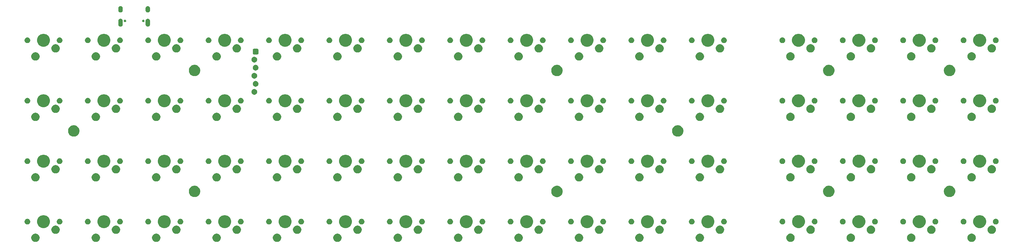
<source format=gbr>
G04 #@! TF.GenerationSoftware,KiCad,Pcbnew,(5.1.2-1)-1*
G04 #@! TF.CreationDate,2020-01-25T14:32:53-06:00*
G04 #@! TF.ProjectId,therick64BA,74686572-6963-46b3-9634-42412e6b6963,rev?*
G04 #@! TF.SameCoordinates,Original*
G04 #@! TF.FileFunction,Soldermask,Top*
G04 #@! TF.FilePolarity,Negative*
%FSLAX46Y46*%
G04 Gerber Fmt 4.6, Leading zero omitted, Abs format (unit mm)*
G04 Created by KiCad (PCBNEW (5.1.2-1)-1) date 2020-01-25 14:32:53*
%MOMM*%
%LPD*%
G04 APERTURE LIST*
%ADD10C,0.100000*%
G04 APERTURE END LIST*
D10*
G36*
X348529815Y-105397083D02*
G01*
X348657422Y-105422465D01*
X348798248Y-105480797D01*
X348897827Y-105522044D01*
X348897828Y-105522045D01*
X349114189Y-105666612D01*
X349298188Y-105850611D01*
X349394785Y-105995179D01*
X349442756Y-106066973D01*
X349484003Y-106166552D01*
X349542335Y-106307378D01*
X349542335Y-106307380D01*
X349590574Y-106549891D01*
X349593100Y-106562593D01*
X349593100Y-106822807D01*
X349542335Y-107078022D01*
X349484003Y-107218848D01*
X349442756Y-107318427D01*
X349442755Y-107318428D01*
X349298188Y-107534789D01*
X349114189Y-107718788D01*
X348969621Y-107815385D01*
X348897827Y-107863356D01*
X348798248Y-107904603D01*
X348657422Y-107962935D01*
X348529814Y-107988318D01*
X348402209Y-108013700D01*
X348141991Y-108013700D01*
X348014386Y-107988318D01*
X347886778Y-107962935D01*
X347745952Y-107904603D01*
X347646373Y-107863356D01*
X347574579Y-107815385D01*
X347430011Y-107718788D01*
X347246012Y-107534789D01*
X347101445Y-107318428D01*
X347101444Y-107318427D01*
X347060197Y-107218848D01*
X347001865Y-107078022D01*
X346951100Y-106822807D01*
X346951100Y-106562593D01*
X346953627Y-106549891D01*
X347001865Y-106307380D01*
X347001865Y-106307378D01*
X347060197Y-106166552D01*
X347101444Y-106066973D01*
X347149415Y-105995179D01*
X347246012Y-105850611D01*
X347430011Y-105666612D01*
X347646372Y-105522045D01*
X347646373Y-105522044D01*
X347745952Y-105480797D01*
X347886778Y-105422465D01*
X348014386Y-105397082D01*
X348141991Y-105371700D01*
X348402209Y-105371700D01*
X348529815Y-105397083D01*
X348529815Y-105397083D01*
G37*
G36*
X329479815Y-105397083D02*
G01*
X329607422Y-105422465D01*
X329748248Y-105480797D01*
X329847827Y-105522044D01*
X329847828Y-105522045D01*
X330064189Y-105666612D01*
X330248188Y-105850611D01*
X330344785Y-105995179D01*
X330392756Y-106066973D01*
X330434003Y-106166552D01*
X330492335Y-106307378D01*
X330492335Y-106307380D01*
X330540574Y-106549891D01*
X330543100Y-106562593D01*
X330543100Y-106822807D01*
X330492335Y-107078022D01*
X330434003Y-107218848D01*
X330392756Y-107318427D01*
X330392755Y-107318428D01*
X330248188Y-107534789D01*
X330064189Y-107718788D01*
X329919621Y-107815385D01*
X329847827Y-107863356D01*
X329748248Y-107904603D01*
X329607422Y-107962935D01*
X329479814Y-107988318D01*
X329352209Y-108013700D01*
X329091991Y-108013700D01*
X328964386Y-107988318D01*
X328836778Y-107962935D01*
X328695952Y-107904603D01*
X328596373Y-107863356D01*
X328524579Y-107815385D01*
X328380011Y-107718788D01*
X328196012Y-107534789D01*
X328051445Y-107318428D01*
X328051444Y-107318427D01*
X328010197Y-107218848D01*
X327951865Y-107078022D01*
X327901100Y-106822807D01*
X327901100Y-106562593D01*
X327903627Y-106549891D01*
X327951865Y-106307380D01*
X327951865Y-106307378D01*
X328010197Y-106166552D01*
X328051444Y-106066973D01*
X328099415Y-105995179D01*
X328196012Y-105850611D01*
X328380011Y-105666612D01*
X328596372Y-105522045D01*
X328596373Y-105522044D01*
X328695952Y-105480797D01*
X328836778Y-105422465D01*
X328964386Y-105397082D01*
X329091991Y-105371700D01*
X329352209Y-105371700D01*
X329479815Y-105397083D01*
X329479815Y-105397083D01*
G37*
G36*
X310429815Y-105397083D02*
G01*
X310557422Y-105422465D01*
X310698248Y-105480797D01*
X310797827Y-105522044D01*
X310797828Y-105522045D01*
X311014189Y-105666612D01*
X311198188Y-105850611D01*
X311294785Y-105995179D01*
X311342756Y-106066973D01*
X311384003Y-106166552D01*
X311442335Y-106307378D01*
X311442335Y-106307380D01*
X311490574Y-106549891D01*
X311493100Y-106562593D01*
X311493100Y-106822807D01*
X311442335Y-107078022D01*
X311384003Y-107218848D01*
X311342756Y-107318427D01*
X311342755Y-107318428D01*
X311198188Y-107534789D01*
X311014189Y-107718788D01*
X310869621Y-107815385D01*
X310797827Y-107863356D01*
X310698248Y-107904603D01*
X310557422Y-107962935D01*
X310429814Y-107988318D01*
X310302209Y-108013700D01*
X310041991Y-108013700D01*
X309914386Y-107988318D01*
X309786778Y-107962935D01*
X309645952Y-107904603D01*
X309546373Y-107863356D01*
X309474579Y-107815385D01*
X309330011Y-107718788D01*
X309146012Y-107534789D01*
X309001445Y-107318428D01*
X309001444Y-107318427D01*
X308960197Y-107218848D01*
X308901865Y-107078022D01*
X308851100Y-106822807D01*
X308851100Y-106562593D01*
X308853627Y-106549891D01*
X308901865Y-106307380D01*
X308901865Y-106307378D01*
X308960197Y-106166552D01*
X309001444Y-106066973D01*
X309049415Y-105995179D01*
X309146012Y-105850611D01*
X309330011Y-105666612D01*
X309546372Y-105522045D01*
X309546373Y-105522044D01*
X309645952Y-105480797D01*
X309786778Y-105422465D01*
X309914386Y-105397082D01*
X310041991Y-105371700D01*
X310302209Y-105371700D01*
X310429815Y-105397083D01*
X310429815Y-105397083D01*
G37*
G36*
X262804815Y-105397083D02*
G01*
X262932422Y-105422465D01*
X263073248Y-105480797D01*
X263172827Y-105522044D01*
X263172828Y-105522045D01*
X263389189Y-105666612D01*
X263573188Y-105850611D01*
X263669785Y-105995179D01*
X263717756Y-106066973D01*
X263759003Y-106166552D01*
X263817335Y-106307378D01*
X263817335Y-106307380D01*
X263865574Y-106549891D01*
X263868100Y-106562593D01*
X263868100Y-106822807D01*
X263817335Y-107078022D01*
X263759003Y-107218848D01*
X263717756Y-107318427D01*
X263717755Y-107318428D01*
X263573188Y-107534789D01*
X263389189Y-107718788D01*
X263244621Y-107815385D01*
X263172827Y-107863356D01*
X263073248Y-107904603D01*
X262932422Y-107962935D01*
X262804814Y-107988318D01*
X262677209Y-108013700D01*
X262416991Y-108013700D01*
X262289386Y-107988318D01*
X262161778Y-107962935D01*
X262020952Y-107904603D01*
X261921373Y-107863356D01*
X261849579Y-107815385D01*
X261705011Y-107718788D01*
X261521012Y-107534789D01*
X261376445Y-107318428D01*
X261376444Y-107318427D01*
X261335197Y-107218848D01*
X261276865Y-107078022D01*
X261226100Y-106822807D01*
X261226100Y-106562593D01*
X261228627Y-106549891D01*
X261276865Y-106307380D01*
X261276865Y-106307378D01*
X261335197Y-106166552D01*
X261376444Y-106066973D01*
X261424415Y-105995179D01*
X261521012Y-105850611D01*
X261705011Y-105666612D01*
X261921372Y-105522045D01*
X261921373Y-105522044D01*
X262020952Y-105480797D01*
X262161778Y-105422465D01*
X262289386Y-105397082D01*
X262416991Y-105371700D01*
X262677209Y-105371700D01*
X262804815Y-105397083D01*
X262804815Y-105397083D01*
G37*
G36*
X243754815Y-105397083D02*
G01*
X243882422Y-105422465D01*
X244023248Y-105480797D01*
X244122827Y-105522044D01*
X244122828Y-105522045D01*
X244339189Y-105666612D01*
X244523188Y-105850611D01*
X244619785Y-105995179D01*
X244667756Y-106066973D01*
X244709003Y-106166552D01*
X244767335Y-106307378D01*
X244767335Y-106307380D01*
X244815574Y-106549891D01*
X244818100Y-106562593D01*
X244818100Y-106822807D01*
X244767335Y-107078022D01*
X244709003Y-107218848D01*
X244667756Y-107318427D01*
X244667755Y-107318428D01*
X244523188Y-107534789D01*
X244339189Y-107718788D01*
X244194621Y-107815385D01*
X244122827Y-107863356D01*
X244023248Y-107904603D01*
X243882422Y-107962935D01*
X243754814Y-107988318D01*
X243627209Y-108013700D01*
X243366991Y-108013700D01*
X243239386Y-107988318D01*
X243111778Y-107962935D01*
X242970952Y-107904603D01*
X242871373Y-107863356D01*
X242799579Y-107815385D01*
X242655011Y-107718788D01*
X242471012Y-107534789D01*
X242326445Y-107318428D01*
X242326444Y-107318427D01*
X242285197Y-107218848D01*
X242226865Y-107078022D01*
X242176100Y-106822807D01*
X242176100Y-106562593D01*
X242178627Y-106549891D01*
X242226865Y-106307380D01*
X242226865Y-106307378D01*
X242285197Y-106166552D01*
X242326444Y-106066973D01*
X242374415Y-105995179D01*
X242471012Y-105850611D01*
X242655011Y-105666612D01*
X242871372Y-105522045D01*
X242871373Y-105522044D01*
X242970952Y-105480797D01*
X243111778Y-105422465D01*
X243239386Y-105397082D01*
X243366991Y-105371700D01*
X243627209Y-105371700D01*
X243754815Y-105397083D01*
X243754815Y-105397083D01*
G37*
G36*
X224704815Y-105397083D02*
G01*
X224832422Y-105422465D01*
X224973248Y-105480797D01*
X225072827Y-105522044D01*
X225072828Y-105522045D01*
X225289189Y-105666612D01*
X225473188Y-105850611D01*
X225569785Y-105995179D01*
X225617756Y-106066973D01*
X225659003Y-106166552D01*
X225717335Y-106307378D01*
X225717335Y-106307380D01*
X225765574Y-106549891D01*
X225768100Y-106562593D01*
X225768100Y-106822807D01*
X225717335Y-107078022D01*
X225659003Y-107218848D01*
X225617756Y-107318427D01*
X225617755Y-107318428D01*
X225473188Y-107534789D01*
X225289189Y-107718788D01*
X225144621Y-107815385D01*
X225072827Y-107863356D01*
X224973248Y-107904603D01*
X224832422Y-107962935D01*
X224704814Y-107988318D01*
X224577209Y-108013700D01*
X224316991Y-108013700D01*
X224189386Y-107988318D01*
X224061778Y-107962935D01*
X223920952Y-107904603D01*
X223821373Y-107863356D01*
X223749579Y-107815385D01*
X223605011Y-107718788D01*
X223421012Y-107534789D01*
X223276445Y-107318428D01*
X223276444Y-107318427D01*
X223235197Y-107218848D01*
X223176865Y-107078022D01*
X223126100Y-106822807D01*
X223126100Y-106562593D01*
X223128627Y-106549891D01*
X223176865Y-106307380D01*
X223176865Y-106307378D01*
X223235197Y-106166552D01*
X223276444Y-106066973D01*
X223324415Y-105995179D01*
X223421012Y-105850611D01*
X223605011Y-105666612D01*
X223821372Y-105522045D01*
X223821373Y-105522044D01*
X223920952Y-105480797D01*
X224061778Y-105422465D01*
X224189386Y-105397082D01*
X224316991Y-105371700D01*
X224577209Y-105371700D01*
X224704815Y-105397083D01*
X224704815Y-105397083D01*
G37*
G36*
X205654815Y-105397083D02*
G01*
X205782422Y-105422465D01*
X205923248Y-105480797D01*
X206022827Y-105522044D01*
X206022828Y-105522045D01*
X206239189Y-105666612D01*
X206423188Y-105850611D01*
X206519785Y-105995179D01*
X206567756Y-106066973D01*
X206609003Y-106166552D01*
X206667335Y-106307378D01*
X206667335Y-106307380D01*
X206715574Y-106549891D01*
X206718100Y-106562593D01*
X206718100Y-106822807D01*
X206667335Y-107078022D01*
X206609003Y-107218848D01*
X206567756Y-107318427D01*
X206567755Y-107318428D01*
X206423188Y-107534789D01*
X206239189Y-107718788D01*
X206094621Y-107815385D01*
X206022827Y-107863356D01*
X205923248Y-107904603D01*
X205782422Y-107962935D01*
X205654814Y-107988318D01*
X205527209Y-108013700D01*
X205266991Y-108013700D01*
X205139386Y-107988318D01*
X205011778Y-107962935D01*
X204870952Y-107904603D01*
X204771373Y-107863356D01*
X204699579Y-107815385D01*
X204555011Y-107718788D01*
X204371012Y-107534789D01*
X204226445Y-107318428D01*
X204226444Y-107318427D01*
X204185197Y-107218848D01*
X204126865Y-107078022D01*
X204076100Y-106822807D01*
X204076100Y-106562593D01*
X204078627Y-106549891D01*
X204126865Y-106307380D01*
X204126865Y-106307378D01*
X204185197Y-106166552D01*
X204226444Y-106066973D01*
X204274415Y-105995179D01*
X204371012Y-105850611D01*
X204555011Y-105666612D01*
X204771372Y-105522045D01*
X204771373Y-105522044D01*
X204870952Y-105480797D01*
X205011778Y-105422465D01*
X205139386Y-105397082D01*
X205266991Y-105371700D01*
X205527209Y-105371700D01*
X205654815Y-105397083D01*
X205654815Y-105397083D01*
G37*
G36*
X186604815Y-105397083D02*
G01*
X186732422Y-105422465D01*
X186873248Y-105480797D01*
X186972827Y-105522044D01*
X186972828Y-105522045D01*
X187189189Y-105666612D01*
X187373188Y-105850611D01*
X187469785Y-105995179D01*
X187517756Y-106066973D01*
X187559003Y-106166552D01*
X187617335Y-106307378D01*
X187617335Y-106307380D01*
X187665574Y-106549891D01*
X187668100Y-106562593D01*
X187668100Y-106822807D01*
X187617335Y-107078022D01*
X187559003Y-107218848D01*
X187517756Y-107318427D01*
X187517755Y-107318428D01*
X187373188Y-107534789D01*
X187189189Y-107718788D01*
X187044621Y-107815385D01*
X186972827Y-107863356D01*
X186873248Y-107904603D01*
X186732422Y-107962935D01*
X186604814Y-107988318D01*
X186477209Y-108013700D01*
X186216991Y-108013700D01*
X186089386Y-107988318D01*
X185961778Y-107962935D01*
X185820952Y-107904603D01*
X185721373Y-107863356D01*
X185649579Y-107815385D01*
X185505011Y-107718788D01*
X185321012Y-107534789D01*
X185176445Y-107318428D01*
X185176444Y-107318427D01*
X185135197Y-107218848D01*
X185076865Y-107078022D01*
X185026100Y-106822807D01*
X185026100Y-106562593D01*
X185028627Y-106549891D01*
X185076865Y-106307380D01*
X185076865Y-106307378D01*
X185135197Y-106166552D01*
X185176444Y-106066973D01*
X185224415Y-105995179D01*
X185321012Y-105850611D01*
X185505011Y-105666612D01*
X185721372Y-105522045D01*
X185721373Y-105522044D01*
X185820952Y-105480797D01*
X185961778Y-105422465D01*
X186089386Y-105397082D01*
X186216991Y-105371700D01*
X186477209Y-105371700D01*
X186604815Y-105397083D01*
X186604815Y-105397083D01*
G37*
G36*
X167554815Y-105397083D02*
G01*
X167682422Y-105422465D01*
X167823248Y-105480797D01*
X167922827Y-105522044D01*
X167922828Y-105522045D01*
X168139189Y-105666612D01*
X168323188Y-105850611D01*
X168419785Y-105995179D01*
X168467756Y-106066973D01*
X168509003Y-106166552D01*
X168567335Y-106307378D01*
X168567335Y-106307380D01*
X168615574Y-106549891D01*
X168618100Y-106562593D01*
X168618100Y-106822807D01*
X168567335Y-107078022D01*
X168509003Y-107218848D01*
X168467756Y-107318427D01*
X168467755Y-107318428D01*
X168323188Y-107534789D01*
X168139189Y-107718788D01*
X167994621Y-107815385D01*
X167922827Y-107863356D01*
X167823248Y-107904603D01*
X167682422Y-107962935D01*
X167554814Y-107988318D01*
X167427209Y-108013700D01*
X167166991Y-108013700D01*
X167039386Y-107988318D01*
X166911778Y-107962935D01*
X166770952Y-107904603D01*
X166671373Y-107863356D01*
X166599579Y-107815385D01*
X166455011Y-107718788D01*
X166271012Y-107534789D01*
X166126445Y-107318428D01*
X166126444Y-107318427D01*
X166085197Y-107218848D01*
X166026865Y-107078022D01*
X165976100Y-106822807D01*
X165976100Y-106562593D01*
X165978627Y-106549891D01*
X166026865Y-106307380D01*
X166026865Y-106307378D01*
X166085197Y-106166552D01*
X166126444Y-106066973D01*
X166174415Y-105995179D01*
X166271012Y-105850611D01*
X166455011Y-105666612D01*
X166671372Y-105522045D01*
X166671373Y-105522044D01*
X166770952Y-105480797D01*
X166911778Y-105422465D01*
X167039386Y-105397082D01*
X167166991Y-105371700D01*
X167427209Y-105371700D01*
X167554815Y-105397083D01*
X167554815Y-105397083D01*
G37*
G36*
X148504815Y-105397083D02*
G01*
X148632422Y-105422465D01*
X148773248Y-105480797D01*
X148872827Y-105522044D01*
X148872828Y-105522045D01*
X149089189Y-105666612D01*
X149273188Y-105850611D01*
X149369785Y-105995179D01*
X149417756Y-106066973D01*
X149459003Y-106166552D01*
X149517335Y-106307378D01*
X149517335Y-106307380D01*
X149565574Y-106549891D01*
X149568100Y-106562593D01*
X149568100Y-106822807D01*
X149517335Y-107078022D01*
X149459003Y-107218848D01*
X149417756Y-107318427D01*
X149417755Y-107318428D01*
X149273188Y-107534789D01*
X149089189Y-107718788D01*
X148944621Y-107815385D01*
X148872827Y-107863356D01*
X148773248Y-107904603D01*
X148632422Y-107962935D01*
X148504814Y-107988318D01*
X148377209Y-108013700D01*
X148116991Y-108013700D01*
X147989386Y-107988318D01*
X147861778Y-107962935D01*
X147720952Y-107904603D01*
X147621373Y-107863356D01*
X147549579Y-107815385D01*
X147405011Y-107718788D01*
X147221012Y-107534789D01*
X147076445Y-107318428D01*
X147076444Y-107318427D01*
X147035197Y-107218848D01*
X146976865Y-107078022D01*
X146926100Y-106822807D01*
X146926100Y-106562593D01*
X146928627Y-106549891D01*
X146976865Y-106307380D01*
X146976865Y-106307378D01*
X147035197Y-106166552D01*
X147076444Y-106066973D01*
X147124415Y-105995179D01*
X147221012Y-105850611D01*
X147405011Y-105666612D01*
X147621372Y-105522045D01*
X147621373Y-105522044D01*
X147720952Y-105480797D01*
X147861778Y-105422465D01*
X147989386Y-105397082D01*
X148116991Y-105371700D01*
X148377209Y-105371700D01*
X148504815Y-105397083D01*
X148504815Y-105397083D01*
G37*
G36*
X129454815Y-105397083D02*
G01*
X129582422Y-105422465D01*
X129723248Y-105480797D01*
X129822827Y-105522044D01*
X129822828Y-105522045D01*
X130039189Y-105666612D01*
X130223188Y-105850611D01*
X130319785Y-105995179D01*
X130367756Y-106066973D01*
X130409003Y-106166552D01*
X130467335Y-106307378D01*
X130467335Y-106307380D01*
X130515574Y-106549891D01*
X130518100Y-106562593D01*
X130518100Y-106822807D01*
X130467335Y-107078022D01*
X130409003Y-107218848D01*
X130367756Y-107318427D01*
X130367755Y-107318428D01*
X130223188Y-107534789D01*
X130039189Y-107718788D01*
X129894621Y-107815385D01*
X129822827Y-107863356D01*
X129723248Y-107904603D01*
X129582422Y-107962935D01*
X129454814Y-107988318D01*
X129327209Y-108013700D01*
X129066991Y-108013700D01*
X128939386Y-107988318D01*
X128811778Y-107962935D01*
X128670952Y-107904603D01*
X128571373Y-107863356D01*
X128499579Y-107815385D01*
X128355011Y-107718788D01*
X128171012Y-107534789D01*
X128026445Y-107318428D01*
X128026444Y-107318427D01*
X127985197Y-107218848D01*
X127926865Y-107078022D01*
X127876100Y-106822807D01*
X127876100Y-106562593D01*
X127878627Y-106549891D01*
X127926865Y-106307380D01*
X127926865Y-106307378D01*
X127985197Y-106166552D01*
X128026444Y-106066973D01*
X128074415Y-105995179D01*
X128171012Y-105850611D01*
X128355011Y-105666612D01*
X128571372Y-105522045D01*
X128571373Y-105522044D01*
X128670952Y-105480797D01*
X128811778Y-105422465D01*
X128939386Y-105397082D01*
X129066991Y-105371700D01*
X129327209Y-105371700D01*
X129454815Y-105397083D01*
X129454815Y-105397083D01*
G37*
G36*
X110404815Y-105397083D02*
G01*
X110532422Y-105422465D01*
X110673248Y-105480797D01*
X110772827Y-105522044D01*
X110772828Y-105522045D01*
X110989189Y-105666612D01*
X111173188Y-105850611D01*
X111269785Y-105995179D01*
X111317756Y-106066973D01*
X111359003Y-106166552D01*
X111417335Y-106307378D01*
X111417335Y-106307380D01*
X111465574Y-106549891D01*
X111468100Y-106562593D01*
X111468100Y-106822807D01*
X111417335Y-107078022D01*
X111359003Y-107218848D01*
X111317756Y-107318427D01*
X111317755Y-107318428D01*
X111173188Y-107534789D01*
X110989189Y-107718788D01*
X110844621Y-107815385D01*
X110772827Y-107863356D01*
X110673248Y-107904603D01*
X110532422Y-107962935D01*
X110404814Y-107988318D01*
X110277209Y-108013700D01*
X110016991Y-108013700D01*
X109889386Y-107988318D01*
X109761778Y-107962935D01*
X109620952Y-107904603D01*
X109521373Y-107863356D01*
X109449579Y-107815385D01*
X109305011Y-107718788D01*
X109121012Y-107534789D01*
X108976445Y-107318428D01*
X108976444Y-107318427D01*
X108935197Y-107218848D01*
X108876865Y-107078022D01*
X108826100Y-106822807D01*
X108826100Y-106562593D01*
X108828627Y-106549891D01*
X108876865Y-106307380D01*
X108876865Y-106307378D01*
X108935197Y-106166552D01*
X108976444Y-106066973D01*
X109024415Y-105995179D01*
X109121012Y-105850611D01*
X109305011Y-105666612D01*
X109521372Y-105522045D01*
X109521373Y-105522044D01*
X109620952Y-105480797D01*
X109761778Y-105422465D01*
X109889386Y-105397082D01*
X110016991Y-105371700D01*
X110277209Y-105371700D01*
X110404815Y-105397083D01*
X110404815Y-105397083D01*
G37*
G36*
X91354815Y-105397083D02*
G01*
X91482422Y-105422465D01*
X91623248Y-105480797D01*
X91722827Y-105522044D01*
X91722828Y-105522045D01*
X91939189Y-105666612D01*
X92123188Y-105850611D01*
X92219785Y-105995179D01*
X92267756Y-106066973D01*
X92309003Y-106166552D01*
X92367335Y-106307378D01*
X92367335Y-106307380D01*
X92415574Y-106549891D01*
X92418100Y-106562593D01*
X92418100Y-106822807D01*
X92367335Y-107078022D01*
X92309003Y-107218848D01*
X92267756Y-107318427D01*
X92267755Y-107318428D01*
X92123188Y-107534789D01*
X91939189Y-107718788D01*
X91794621Y-107815385D01*
X91722827Y-107863356D01*
X91623248Y-107904603D01*
X91482422Y-107962935D01*
X91354814Y-107988318D01*
X91227209Y-108013700D01*
X90966991Y-108013700D01*
X90839386Y-107988318D01*
X90711778Y-107962935D01*
X90570952Y-107904603D01*
X90471373Y-107863356D01*
X90399579Y-107815385D01*
X90255011Y-107718788D01*
X90071012Y-107534789D01*
X89926445Y-107318428D01*
X89926444Y-107318427D01*
X89885197Y-107218848D01*
X89826865Y-107078022D01*
X89776100Y-106822807D01*
X89776100Y-106562593D01*
X89778627Y-106549891D01*
X89826865Y-106307380D01*
X89826865Y-106307378D01*
X89885197Y-106166552D01*
X89926444Y-106066973D01*
X89974415Y-105995179D01*
X90071012Y-105850611D01*
X90255011Y-105666612D01*
X90471372Y-105522045D01*
X90471373Y-105522044D01*
X90570952Y-105480797D01*
X90711778Y-105422465D01*
X90839386Y-105397082D01*
X90966991Y-105371700D01*
X91227209Y-105371700D01*
X91354815Y-105397083D01*
X91354815Y-105397083D01*
G37*
G36*
X72304815Y-105397083D02*
G01*
X72432422Y-105422465D01*
X72573248Y-105480797D01*
X72672827Y-105522044D01*
X72672828Y-105522045D01*
X72889189Y-105666612D01*
X73073188Y-105850611D01*
X73169785Y-105995179D01*
X73217756Y-106066973D01*
X73259003Y-106166552D01*
X73317335Y-106307378D01*
X73317335Y-106307380D01*
X73365574Y-106549891D01*
X73368100Y-106562593D01*
X73368100Y-106822807D01*
X73317335Y-107078022D01*
X73259003Y-107218848D01*
X73217756Y-107318427D01*
X73217755Y-107318428D01*
X73073188Y-107534789D01*
X72889189Y-107718788D01*
X72744621Y-107815385D01*
X72672827Y-107863356D01*
X72573248Y-107904603D01*
X72432422Y-107962935D01*
X72304814Y-107988318D01*
X72177209Y-108013700D01*
X71916991Y-108013700D01*
X71789386Y-107988318D01*
X71661778Y-107962935D01*
X71520952Y-107904603D01*
X71421373Y-107863356D01*
X71349579Y-107815385D01*
X71205011Y-107718788D01*
X71021012Y-107534789D01*
X70876445Y-107318428D01*
X70876444Y-107318427D01*
X70835197Y-107218848D01*
X70776865Y-107078022D01*
X70726100Y-106822807D01*
X70726100Y-106562593D01*
X70728627Y-106549891D01*
X70776865Y-106307380D01*
X70776865Y-106307378D01*
X70835197Y-106166552D01*
X70876444Y-106066973D01*
X70924415Y-105995179D01*
X71021012Y-105850611D01*
X71205011Y-105666612D01*
X71421372Y-105522045D01*
X71421373Y-105522044D01*
X71520952Y-105480797D01*
X71661778Y-105422465D01*
X71789386Y-105397082D01*
X71916991Y-105371700D01*
X72177209Y-105371700D01*
X72304815Y-105397083D01*
X72304815Y-105397083D01*
G37*
G36*
X53254815Y-105397083D02*
G01*
X53382422Y-105422465D01*
X53523248Y-105480797D01*
X53622827Y-105522044D01*
X53622828Y-105522045D01*
X53839189Y-105666612D01*
X54023188Y-105850611D01*
X54119785Y-105995179D01*
X54167756Y-106066973D01*
X54209003Y-106166552D01*
X54267335Y-106307378D01*
X54267335Y-106307380D01*
X54315574Y-106549891D01*
X54318100Y-106562593D01*
X54318100Y-106822807D01*
X54267335Y-107078022D01*
X54209003Y-107218848D01*
X54167756Y-107318427D01*
X54167755Y-107318428D01*
X54023188Y-107534789D01*
X53839189Y-107718788D01*
X53694621Y-107815385D01*
X53622827Y-107863356D01*
X53523248Y-107904603D01*
X53382422Y-107962935D01*
X53254814Y-107988318D01*
X53127209Y-108013700D01*
X52866991Y-108013700D01*
X52739386Y-107988318D01*
X52611778Y-107962935D01*
X52470952Y-107904603D01*
X52371373Y-107863356D01*
X52299579Y-107815385D01*
X52155011Y-107718788D01*
X51971012Y-107534789D01*
X51826445Y-107318428D01*
X51826444Y-107318427D01*
X51785197Y-107218848D01*
X51726865Y-107078022D01*
X51676100Y-106822807D01*
X51676100Y-106562593D01*
X51678627Y-106549891D01*
X51726865Y-106307380D01*
X51726865Y-106307378D01*
X51785197Y-106166552D01*
X51826444Y-106066973D01*
X51874415Y-105995179D01*
X51971012Y-105850611D01*
X52155011Y-105666612D01*
X52371372Y-105522045D01*
X52371373Y-105522044D01*
X52470952Y-105480797D01*
X52611778Y-105422465D01*
X52739386Y-105397082D01*
X52866991Y-105371700D01*
X53127209Y-105371700D01*
X53254815Y-105397083D01*
X53254815Y-105397083D01*
G37*
G36*
X291405214Y-105384382D02*
G01*
X291532822Y-105409765D01*
X291673648Y-105468097D01*
X291773227Y-105509344D01*
X291773228Y-105509345D01*
X291989589Y-105653912D01*
X292173588Y-105837911D01*
X292182074Y-105850612D01*
X292318156Y-106054273D01*
X292323416Y-106066972D01*
X292417735Y-106294678D01*
X292443117Y-106422285D01*
X292468500Y-106549891D01*
X292468500Y-106810109D01*
X292443117Y-106937715D01*
X292417735Y-107065322D01*
X292412475Y-107078020D01*
X292318156Y-107305727D01*
X292318155Y-107305728D01*
X292173588Y-107522089D01*
X291989589Y-107706088D01*
X291845021Y-107802685D01*
X291773227Y-107850656D01*
X291673648Y-107891903D01*
X291532822Y-107950235D01*
X291405215Y-107975617D01*
X291277609Y-108001000D01*
X291017391Y-108001000D01*
X290889785Y-107975617D01*
X290762178Y-107950235D01*
X290621352Y-107891903D01*
X290521773Y-107850656D01*
X290449979Y-107802685D01*
X290305411Y-107706088D01*
X290121412Y-107522089D01*
X289976845Y-107305728D01*
X289976844Y-107305727D01*
X289882525Y-107078020D01*
X289877265Y-107065322D01*
X289851883Y-106937715D01*
X289826500Y-106810109D01*
X289826500Y-106549891D01*
X289851883Y-106422285D01*
X289877265Y-106294678D01*
X289971584Y-106066972D01*
X289976844Y-106054273D01*
X290112926Y-105850612D01*
X290121412Y-105837911D01*
X290305411Y-105653912D01*
X290521772Y-105509345D01*
X290521773Y-105509344D01*
X290621352Y-105468097D01*
X290762178Y-105409765D01*
X290889785Y-105384383D01*
X291017391Y-105359000D01*
X291277609Y-105359000D01*
X291405214Y-105384382D01*
X291405214Y-105384382D01*
G37*
G36*
X173904815Y-102857083D02*
G01*
X174032422Y-102882465D01*
X174173248Y-102940797D01*
X174272827Y-102982044D01*
X174272828Y-102982045D01*
X174489189Y-103126612D01*
X174673188Y-103310611D01*
X174741045Y-103412167D01*
X174817756Y-103526973D01*
X174859003Y-103626552D01*
X174917335Y-103767378D01*
X174917335Y-103767380D01*
X174965574Y-104009891D01*
X174968100Y-104022593D01*
X174968100Y-104282807D01*
X174917335Y-104538022D01*
X174859003Y-104678848D01*
X174817756Y-104778427D01*
X174817755Y-104778428D01*
X174673188Y-104994789D01*
X174489189Y-105178788D01*
X174344621Y-105275385D01*
X174272827Y-105323356D01*
X174186774Y-105359000D01*
X174032422Y-105422935D01*
X173904815Y-105448317D01*
X173777209Y-105473700D01*
X173516991Y-105473700D01*
X173389385Y-105448317D01*
X173261778Y-105422935D01*
X173107426Y-105359000D01*
X173021373Y-105323356D01*
X172949579Y-105275385D01*
X172805011Y-105178788D01*
X172621012Y-104994789D01*
X172476445Y-104778428D01*
X172476444Y-104778427D01*
X172435197Y-104678848D01*
X172376865Y-104538022D01*
X172326100Y-104282807D01*
X172326100Y-104022593D01*
X172328627Y-104009891D01*
X172376865Y-103767380D01*
X172376865Y-103767378D01*
X172435197Y-103626552D01*
X172476444Y-103526973D01*
X172553155Y-103412167D01*
X172621012Y-103310611D01*
X172805011Y-103126612D01*
X173021372Y-102982045D01*
X173021373Y-102982044D01*
X173120952Y-102940797D01*
X173261778Y-102882465D01*
X173389385Y-102857083D01*
X173516991Y-102831700D01*
X173777209Y-102831700D01*
X173904815Y-102857083D01*
X173904815Y-102857083D01*
G37*
G36*
X212004815Y-102857083D02*
G01*
X212132422Y-102882465D01*
X212273248Y-102940797D01*
X212372827Y-102982044D01*
X212372828Y-102982045D01*
X212589189Y-103126612D01*
X212773188Y-103310611D01*
X212841045Y-103412167D01*
X212917756Y-103526973D01*
X212959003Y-103626552D01*
X213017335Y-103767378D01*
X213017335Y-103767380D01*
X213065574Y-104009891D01*
X213068100Y-104022593D01*
X213068100Y-104282807D01*
X213017335Y-104538022D01*
X212959003Y-104678848D01*
X212917756Y-104778427D01*
X212917755Y-104778428D01*
X212773188Y-104994789D01*
X212589189Y-105178788D01*
X212444621Y-105275385D01*
X212372827Y-105323356D01*
X212286774Y-105359000D01*
X212132422Y-105422935D01*
X212004815Y-105448317D01*
X211877209Y-105473700D01*
X211616991Y-105473700D01*
X211489385Y-105448317D01*
X211361778Y-105422935D01*
X211207426Y-105359000D01*
X211121373Y-105323356D01*
X211049579Y-105275385D01*
X210905011Y-105178788D01*
X210721012Y-104994789D01*
X210576445Y-104778428D01*
X210576444Y-104778427D01*
X210535197Y-104678848D01*
X210476865Y-104538022D01*
X210426100Y-104282807D01*
X210426100Y-104022593D01*
X210428627Y-104009891D01*
X210476865Y-103767380D01*
X210476865Y-103767378D01*
X210535197Y-103626552D01*
X210576444Y-103526973D01*
X210653155Y-103412167D01*
X210721012Y-103310611D01*
X210905011Y-103126612D01*
X211121372Y-102982045D01*
X211121373Y-102982044D01*
X211220952Y-102940797D01*
X211361778Y-102882465D01*
X211489385Y-102857083D01*
X211616991Y-102831700D01*
X211877209Y-102831700D01*
X212004815Y-102857083D01*
X212004815Y-102857083D01*
G37*
G36*
X59604815Y-102857083D02*
G01*
X59732422Y-102882465D01*
X59873248Y-102940797D01*
X59972827Y-102982044D01*
X59972828Y-102982045D01*
X60189189Y-103126612D01*
X60373188Y-103310611D01*
X60441045Y-103412167D01*
X60517756Y-103526973D01*
X60559003Y-103626552D01*
X60617335Y-103767378D01*
X60617335Y-103767380D01*
X60665574Y-104009891D01*
X60668100Y-104022593D01*
X60668100Y-104282807D01*
X60617335Y-104538022D01*
X60559003Y-104678848D01*
X60517756Y-104778427D01*
X60517755Y-104778428D01*
X60373188Y-104994789D01*
X60189189Y-105178788D01*
X60044621Y-105275385D01*
X59972827Y-105323356D01*
X59886774Y-105359000D01*
X59732422Y-105422935D01*
X59604815Y-105448317D01*
X59477209Y-105473700D01*
X59216991Y-105473700D01*
X59089385Y-105448317D01*
X58961778Y-105422935D01*
X58807426Y-105359000D01*
X58721373Y-105323356D01*
X58649579Y-105275385D01*
X58505011Y-105178788D01*
X58321012Y-104994789D01*
X58176445Y-104778428D01*
X58176444Y-104778427D01*
X58135197Y-104678848D01*
X58076865Y-104538022D01*
X58026100Y-104282807D01*
X58026100Y-104022593D01*
X58028627Y-104009891D01*
X58076865Y-103767380D01*
X58076865Y-103767378D01*
X58135197Y-103626552D01*
X58176444Y-103526973D01*
X58253155Y-103412167D01*
X58321012Y-103310611D01*
X58505011Y-103126612D01*
X58721372Y-102982045D01*
X58721373Y-102982044D01*
X58820952Y-102940797D01*
X58961778Y-102882465D01*
X59089385Y-102857083D01*
X59216991Y-102831700D01*
X59477209Y-102831700D01*
X59604815Y-102857083D01*
X59604815Y-102857083D01*
G37*
G36*
X354879815Y-102857083D02*
G01*
X355007422Y-102882465D01*
X355148248Y-102940797D01*
X355247827Y-102982044D01*
X355247828Y-102982045D01*
X355464189Y-103126612D01*
X355648188Y-103310611D01*
X355716045Y-103412167D01*
X355792756Y-103526973D01*
X355834003Y-103626552D01*
X355892335Y-103767378D01*
X355892335Y-103767380D01*
X355940574Y-104009891D01*
X355943100Y-104022593D01*
X355943100Y-104282807D01*
X355892335Y-104538022D01*
X355834003Y-104678848D01*
X355792756Y-104778427D01*
X355792755Y-104778428D01*
X355648188Y-104994789D01*
X355464189Y-105178788D01*
X355319621Y-105275385D01*
X355247827Y-105323356D01*
X355161774Y-105359000D01*
X355007422Y-105422935D01*
X354879815Y-105448317D01*
X354752209Y-105473700D01*
X354491991Y-105473700D01*
X354364385Y-105448317D01*
X354236778Y-105422935D01*
X354082426Y-105359000D01*
X353996373Y-105323356D01*
X353924579Y-105275385D01*
X353780011Y-105178788D01*
X353596012Y-104994789D01*
X353451445Y-104778428D01*
X353451444Y-104778427D01*
X353410197Y-104678848D01*
X353351865Y-104538022D01*
X353301100Y-104282807D01*
X353301100Y-104022593D01*
X353303627Y-104009891D01*
X353351865Y-103767380D01*
X353351865Y-103767378D01*
X353410197Y-103626552D01*
X353451444Y-103526973D01*
X353528155Y-103412167D01*
X353596012Y-103310611D01*
X353780011Y-103126612D01*
X353996372Y-102982045D01*
X353996373Y-102982044D01*
X354095952Y-102940797D01*
X354236778Y-102882465D01*
X354364385Y-102857083D01*
X354491991Y-102831700D01*
X354752209Y-102831700D01*
X354879815Y-102857083D01*
X354879815Y-102857083D01*
G37*
G36*
X335829815Y-102857083D02*
G01*
X335957422Y-102882465D01*
X336098248Y-102940797D01*
X336197827Y-102982044D01*
X336197828Y-102982045D01*
X336414189Y-103126612D01*
X336598188Y-103310611D01*
X336666045Y-103412167D01*
X336742756Y-103526973D01*
X336784003Y-103626552D01*
X336842335Y-103767378D01*
X336842335Y-103767380D01*
X336890574Y-104009891D01*
X336893100Y-104022593D01*
X336893100Y-104282807D01*
X336842335Y-104538022D01*
X336784003Y-104678848D01*
X336742756Y-104778427D01*
X336742755Y-104778428D01*
X336598188Y-104994789D01*
X336414189Y-105178788D01*
X336269621Y-105275385D01*
X336197827Y-105323356D01*
X336111774Y-105359000D01*
X335957422Y-105422935D01*
X335829815Y-105448317D01*
X335702209Y-105473700D01*
X335441991Y-105473700D01*
X335314385Y-105448317D01*
X335186778Y-105422935D01*
X335032426Y-105359000D01*
X334946373Y-105323356D01*
X334874579Y-105275385D01*
X334730011Y-105178788D01*
X334546012Y-104994789D01*
X334401445Y-104778428D01*
X334401444Y-104778427D01*
X334360197Y-104678848D01*
X334301865Y-104538022D01*
X334251100Y-104282807D01*
X334251100Y-104022593D01*
X334253627Y-104009891D01*
X334301865Y-103767380D01*
X334301865Y-103767378D01*
X334360197Y-103626552D01*
X334401444Y-103526973D01*
X334478155Y-103412167D01*
X334546012Y-103310611D01*
X334730011Y-103126612D01*
X334946372Y-102982045D01*
X334946373Y-102982044D01*
X335045952Y-102940797D01*
X335186778Y-102882465D01*
X335314385Y-102857083D01*
X335441991Y-102831700D01*
X335702209Y-102831700D01*
X335829815Y-102857083D01*
X335829815Y-102857083D01*
G37*
G36*
X316779815Y-102857083D02*
G01*
X316907422Y-102882465D01*
X317048248Y-102940797D01*
X317147827Y-102982044D01*
X317147828Y-102982045D01*
X317364189Y-103126612D01*
X317548188Y-103310611D01*
X317616045Y-103412167D01*
X317692756Y-103526973D01*
X317734003Y-103626552D01*
X317792335Y-103767378D01*
X317792335Y-103767380D01*
X317840574Y-104009891D01*
X317843100Y-104022593D01*
X317843100Y-104282807D01*
X317792335Y-104538022D01*
X317734003Y-104678848D01*
X317692756Y-104778427D01*
X317692755Y-104778428D01*
X317548188Y-104994789D01*
X317364189Y-105178788D01*
X317219621Y-105275385D01*
X317147827Y-105323356D01*
X317061774Y-105359000D01*
X316907422Y-105422935D01*
X316779815Y-105448317D01*
X316652209Y-105473700D01*
X316391991Y-105473700D01*
X316264385Y-105448317D01*
X316136778Y-105422935D01*
X315982426Y-105359000D01*
X315896373Y-105323356D01*
X315824579Y-105275385D01*
X315680011Y-105178788D01*
X315496012Y-104994789D01*
X315351445Y-104778428D01*
X315351444Y-104778427D01*
X315310197Y-104678848D01*
X315251865Y-104538022D01*
X315201100Y-104282807D01*
X315201100Y-104022593D01*
X315203627Y-104009891D01*
X315251865Y-103767380D01*
X315251865Y-103767378D01*
X315310197Y-103626552D01*
X315351444Y-103526973D01*
X315428155Y-103412167D01*
X315496012Y-103310611D01*
X315680011Y-103126612D01*
X315896372Y-102982045D01*
X315896373Y-102982044D01*
X315995952Y-102940797D01*
X316136778Y-102882465D01*
X316264385Y-102857083D01*
X316391991Y-102831700D01*
X316652209Y-102831700D01*
X316779815Y-102857083D01*
X316779815Y-102857083D01*
G37*
G36*
X269154815Y-102857083D02*
G01*
X269282422Y-102882465D01*
X269423248Y-102940797D01*
X269522827Y-102982044D01*
X269522828Y-102982045D01*
X269739189Y-103126612D01*
X269923188Y-103310611D01*
X269991045Y-103412167D01*
X270067756Y-103526973D01*
X270109003Y-103626552D01*
X270167335Y-103767378D01*
X270167335Y-103767380D01*
X270215574Y-104009891D01*
X270218100Y-104022593D01*
X270218100Y-104282807D01*
X270167335Y-104538022D01*
X270109003Y-104678848D01*
X270067756Y-104778427D01*
X270067755Y-104778428D01*
X269923188Y-104994789D01*
X269739189Y-105178788D01*
X269594621Y-105275385D01*
X269522827Y-105323356D01*
X269436774Y-105359000D01*
X269282422Y-105422935D01*
X269154815Y-105448317D01*
X269027209Y-105473700D01*
X268766991Y-105473700D01*
X268639385Y-105448317D01*
X268511778Y-105422935D01*
X268357426Y-105359000D01*
X268271373Y-105323356D01*
X268199579Y-105275385D01*
X268055011Y-105178788D01*
X267871012Y-104994789D01*
X267726445Y-104778428D01*
X267726444Y-104778427D01*
X267685197Y-104678848D01*
X267626865Y-104538022D01*
X267576100Y-104282807D01*
X267576100Y-104022593D01*
X267578627Y-104009891D01*
X267626865Y-103767380D01*
X267626865Y-103767378D01*
X267685197Y-103626552D01*
X267726444Y-103526973D01*
X267803155Y-103412167D01*
X267871012Y-103310611D01*
X268055011Y-103126612D01*
X268271372Y-102982045D01*
X268271373Y-102982044D01*
X268370952Y-102940797D01*
X268511778Y-102882465D01*
X268639385Y-102857083D01*
X268766991Y-102831700D01*
X269027209Y-102831700D01*
X269154815Y-102857083D01*
X269154815Y-102857083D01*
G37*
G36*
X78654815Y-102857083D02*
G01*
X78782422Y-102882465D01*
X78923248Y-102940797D01*
X79022827Y-102982044D01*
X79022828Y-102982045D01*
X79239189Y-103126612D01*
X79423188Y-103310611D01*
X79491045Y-103412167D01*
X79567756Y-103526973D01*
X79609003Y-103626552D01*
X79667335Y-103767378D01*
X79667335Y-103767380D01*
X79715574Y-104009891D01*
X79718100Y-104022593D01*
X79718100Y-104282807D01*
X79667335Y-104538022D01*
X79609003Y-104678848D01*
X79567756Y-104778427D01*
X79567755Y-104778428D01*
X79423188Y-104994789D01*
X79239189Y-105178788D01*
X79094621Y-105275385D01*
X79022827Y-105323356D01*
X78936774Y-105359000D01*
X78782422Y-105422935D01*
X78654815Y-105448317D01*
X78527209Y-105473700D01*
X78266991Y-105473700D01*
X78139385Y-105448317D01*
X78011778Y-105422935D01*
X77857426Y-105359000D01*
X77771373Y-105323356D01*
X77699579Y-105275385D01*
X77555011Y-105178788D01*
X77371012Y-104994789D01*
X77226445Y-104778428D01*
X77226444Y-104778427D01*
X77185197Y-104678848D01*
X77126865Y-104538022D01*
X77076100Y-104282807D01*
X77076100Y-104022593D01*
X77078627Y-104009891D01*
X77126865Y-103767380D01*
X77126865Y-103767378D01*
X77185197Y-103626552D01*
X77226444Y-103526973D01*
X77303155Y-103412167D01*
X77371012Y-103310611D01*
X77555011Y-103126612D01*
X77771372Y-102982045D01*
X77771373Y-102982044D01*
X77870952Y-102940797D01*
X78011778Y-102882465D01*
X78139385Y-102857083D01*
X78266991Y-102831700D01*
X78527209Y-102831700D01*
X78654815Y-102857083D01*
X78654815Y-102857083D01*
G37*
G36*
X250104815Y-102857083D02*
G01*
X250232422Y-102882465D01*
X250373248Y-102940797D01*
X250472827Y-102982044D01*
X250472828Y-102982045D01*
X250689189Y-103126612D01*
X250873188Y-103310611D01*
X250941045Y-103412167D01*
X251017756Y-103526973D01*
X251059003Y-103626552D01*
X251117335Y-103767378D01*
X251117335Y-103767380D01*
X251165574Y-104009891D01*
X251168100Y-104022593D01*
X251168100Y-104282807D01*
X251117335Y-104538022D01*
X251059003Y-104678848D01*
X251017756Y-104778427D01*
X251017755Y-104778428D01*
X250873188Y-104994789D01*
X250689189Y-105178788D01*
X250544621Y-105275385D01*
X250472827Y-105323356D01*
X250386774Y-105359000D01*
X250232422Y-105422935D01*
X250104815Y-105448317D01*
X249977209Y-105473700D01*
X249716991Y-105473700D01*
X249589385Y-105448317D01*
X249461778Y-105422935D01*
X249307426Y-105359000D01*
X249221373Y-105323356D01*
X249149579Y-105275385D01*
X249005011Y-105178788D01*
X248821012Y-104994789D01*
X248676445Y-104778428D01*
X248676444Y-104778427D01*
X248635197Y-104678848D01*
X248576865Y-104538022D01*
X248526100Y-104282807D01*
X248526100Y-104022593D01*
X248528627Y-104009891D01*
X248576865Y-103767380D01*
X248576865Y-103767378D01*
X248635197Y-103626552D01*
X248676444Y-103526973D01*
X248753155Y-103412167D01*
X248821012Y-103310611D01*
X249005011Y-103126612D01*
X249221372Y-102982045D01*
X249221373Y-102982044D01*
X249320952Y-102940797D01*
X249461778Y-102882465D01*
X249589385Y-102857083D01*
X249716991Y-102831700D01*
X249977209Y-102831700D01*
X250104815Y-102857083D01*
X250104815Y-102857083D01*
G37*
G36*
X97704815Y-102857083D02*
G01*
X97832422Y-102882465D01*
X97973248Y-102940797D01*
X98072827Y-102982044D01*
X98072828Y-102982045D01*
X98289189Y-103126612D01*
X98473188Y-103310611D01*
X98541045Y-103412167D01*
X98617756Y-103526973D01*
X98659003Y-103626552D01*
X98717335Y-103767378D01*
X98717335Y-103767380D01*
X98765574Y-104009891D01*
X98768100Y-104022593D01*
X98768100Y-104282807D01*
X98717335Y-104538022D01*
X98659003Y-104678848D01*
X98617756Y-104778427D01*
X98617755Y-104778428D01*
X98473188Y-104994789D01*
X98289189Y-105178788D01*
X98144621Y-105275385D01*
X98072827Y-105323356D01*
X97986774Y-105359000D01*
X97832422Y-105422935D01*
X97704815Y-105448317D01*
X97577209Y-105473700D01*
X97316991Y-105473700D01*
X97189385Y-105448317D01*
X97061778Y-105422935D01*
X96907426Y-105359000D01*
X96821373Y-105323356D01*
X96749579Y-105275385D01*
X96605011Y-105178788D01*
X96421012Y-104994789D01*
X96276445Y-104778428D01*
X96276444Y-104778427D01*
X96235197Y-104678848D01*
X96176865Y-104538022D01*
X96126100Y-104282807D01*
X96126100Y-104022593D01*
X96128627Y-104009891D01*
X96176865Y-103767380D01*
X96176865Y-103767378D01*
X96235197Y-103626552D01*
X96276444Y-103526973D01*
X96353155Y-103412167D01*
X96421012Y-103310611D01*
X96605011Y-103126612D01*
X96821372Y-102982045D01*
X96821373Y-102982044D01*
X96920952Y-102940797D01*
X97061778Y-102882465D01*
X97189385Y-102857083D01*
X97316991Y-102831700D01*
X97577209Y-102831700D01*
X97704815Y-102857083D01*
X97704815Y-102857083D01*
G37*
G36*
X231054815Y-102857083D02*
G01*
X231182422Y-102882465D01*
X231323248Y-102940797D01*
X231422827Y-102982044D01*
X231422828Y-102982045D01*
X231639189Y-103126612D01*
X231823188Y-103310611D01*
X231891045Y-103412167D01*
X231967756Y-103526973D01*
X232009003Y-103626552D01*
X232067335Y-103767378D01*
X232067335Y-103767380D01*
X232115574Y-104009891D01*
X232118100Y-104022593D01*
X232118100Y-104282807D01*
X232067335Y-104538022D01*
X232009003Y-104678848D01*
X231967756Y-104778427D01*
X231967755Y-104778428D01*
X231823188Y-104994789D01*
X231639189Y-105178788D01*
X231494621Y-105275385D01*
X231422827Y-105323356D01*
X231336774Y-105359000D01*
X231182422Y-105422935D01*
X231054815Y-105448317D01*
X230927209Y-105473700D01*
X230666991Y-105473700D01*
X230539385Y-105448317D01*
X230411778Y-105422935D01*
X230257426Y-105359000D01*
X230171373Y-105323356D01*
X230099579Y-105275385D01*
X229955011Y-105178788D01*
X229771012Y-104994789D01*
X229626445Y-104778428D01*
X229626444Y-104778427D01*
X229585197Y-104678848D01*
X229526865Y-104538022D01*
X229476100Y-104282807D01*
X229476100Y-104022593D01*
X229478627Y-104009891D01*
X229526865Y-103767380D01*
X229526865Y-103767378D01*
X229585197Y-103626552D01*
X229626444Y-103526973D01*
X229703155Y-103412167D01*
X229771012Y-103310611D01*
X229955011Y-103126612D01*
X230171372Y-102982045D01*
X230171373Y-102982044D01*
X230270952Y-102940797D01*
X230411778Y-102882465D01*
X230539385Y-102857083D01*
X230666991Y-102831700D01*
X230927209Y-102831700D01*
X231054815Y-102857083D01*
X231054815Y-102857083D01*
G37*
G36*
X116754815Y-102857083D02*
G01*
X116882422Y-102882465D01*
X117023248Y-102940797D01*
X117122827Y-102982044D01*
X117122828Y-102982045D01*
X117339189Y-103126612D01*
X117523188Y-103310611D01*
X117591045Y-103412167D01*
X117667756Y-103526973D01*
X117709003Y-103626552D01*
X117767335Y-103767378D01*
X117767335Y-103767380D01*
X117815574Y-104009891D01*
X117818100Y-104022593D01*
X117818100Y-104282807D01*
X117767335Y-104538022D01*
X117709003Y-104678848D01*
X117667756Y-104778427D01*
X117667755Y-104778428D01*
X117523188Y-104994789D01*
X117339189Y-105178788D01*
X117194621Y-105275385D01*
X117122827Y-105323356D01*
X117036774Y-105359000D01*
X116882422Y-105422935D01*
X116754815Y-105448317D01*
X116627209Y-105473700D01*
X116366991Y-105473700D01*
X116239385Y-105448317D01*
X116111778Y-105422935D01*
X115957426Y-105359000D01*
X115871373Y-105323356D01*
X115799579Y-105275385D01*
X115655011Y-105178788D01*
X115471012Y-104994789D01*
X115326445Y-104778428D01*
X115326444Y-104778427D01*
X115285197Y-104678848D01*
X115226865Y-104538022D01*
X115176100Y-104282807D01*
X115176100Y-104022593D01*
X115178627Y-104009891D01*
X115226865Y-103767380D01*
X115226865Y-103767378D01*
X115285197Y-103626552D01*
X115326444Y-103526973D01*
X115403155Y-103412167D01*
X115471012Y-103310611D01*
X115655011Y-103126612D01*
X115871372Y-102982045D01*
X115871373Y-102982044D01*
X115970952Y-102940797D01*
X116111778Y-102882465D01*
X116239385Y-102857083D01*
X116366991Y-102831700D01*
X116627209Y-102831700D01*
X116754815Y-102857083D01*
X116754815Y-102857083D01*
G37*
G36*
X135804815Y-102857083D02*
G01*
X135932422Y-102882465D01*
X136073248Y-102940797D01*
X136172827Y-102982044D01*
X136172828Y-102982045D01*
X136389189Y-103126612D01*
X136573188Y-103310611D01*
X136641045Y-103412167D01*
X136717756Y-103526973D01*
X136759003Y-103626552D01*
X136817335Y-103767378D01*
X136817335Y-103767380D01*
X136865574Y-104009891D01*
X136868100Y-104022593D01*
X136868100Y-104282807D01*
X136817335Y-104538022D01*
X136759003Y-104678848D01*
X136717756Y-104778427D01*
X136717755Y-104778428D01*
X136573188Y-104994789D01*
X136389189Y-105178788D01*
X136244621Y-105275385D01*
X136172827Y-105323356D01*
X136086774Y-105359000D01*
X135932422Y-105422935D01*
X135804815Y-105448317D01*
X135677209Y-105473700D01*
X135416991Y-105473700D01*
X135289385Y-105448317D01*
X135161778Y-105422935D01*
X135007426Y-105359000D01*
X134921373Y-105323356D01*
X134849579Y-105275385D01*
X134705011Y-105178788D01*
X134521012Y-104994789D01*
X134376445Y-104778428D01*
X134376444Y-104778427D01*
X134335197Y-104678848D01*
X134276865Y-104538022D01*
X134226100Y-104282807D01*
X134226100Y-104022593D01*
X134228627Y-104009891D01*
X134276865Y-103767380D01*
X134276865Y-103767378D01*
X134335197Y-103626552D01*
X134376444Y-103526973D01*
X134453155Y-103412167D01*
X134521012Y-103310611D01*
X134705011Y-103126612D01*
X134921372Y-102982045D01*
X134921373Y-102982044D01*
X135020952Y-102940797D01*
X135161778Y-102882465D01*
X135289385Y-102857083D01*
X135416991Y-102831700D01*
X135677209Y-102831700D01*
X135804815Y-102857083D01*
X135804815Y-102857083D01*
G37*
G36*
X154854815Y-102857083D02*
G01*
X154982422Y-102882465D01*
X155123248Y-102940797D01*
X155222827Y-102982044D01*
X155222828Y-102982045D01*
X155439189Y-103126612D01*
X155623188Y-103310611D01*
X155691045Y-103412167D01*
X155767756Y-103526973D01*
X155809003Y-103626552D01*
X155867335Y-103767378D01*
X155867335Y-103767380D01*
X155915574Y-104009891D01*
X155918100Y-104022593D01*
X155918100Y-104282807D01*
X155867335Y-104538022D01*
X155809003Y-104678848D01*
X155767756Y-104778427D01*
X155767755Y-104778428D01*
X155623188Y-104994789D01*
X155439189Y-105178788D01*
X155294621Y-105275385D01*
X155222827Y-105323356D01*
X155136774Y-105359000D01*
X154982422Y-105422935D01*
X154854815Y-105448317D01*
X154727209Y-105473700D01*
X154466991Y-105473700D01*
X154339385Y-105448317D01*
X154211778Y-105422935D01*
X154057426Y-105359000D01*
X153971373Y-105323356D01*
X153899579Y-105275385D01*
X153755011Y-105178788D01*
X153571012Y-104994789D01*
X153426445Y-104778428D01*
X153426444Y-104778427D01*
X153385197Y-104678848D01*
X153326865Y-104538022D01*
X153276100Y-104282807D01*
X153276100Y-104022593D01*
X153278627Y-104009891D01*
X153326865Y-103767380D01*
X153326865Y-103767378D01*
X153385197Y-103626552D01*
X153426444Y-103526973D01*
X153503155Y-103412167D01*
X153571012Y-103310611D01*
X153755011Y-103126612D01*
X153971372Y-102982045D01*
X153971373Y-102982044D01*
X154070952Y-102940797D01*
X154211778Y-102882465D01*
X154339385Y-102857083D01*
X154466991Y-102831700D01*
X154727209Y-102831700D01*
X154854815Y-102857083D01*
X154854815Y-102857083D01*
G37*
G36*
X192954815Y-102857083D02*
G01*
X193082422Y-102882465D01*
X193223248Y-102940797D01*
X193322827Y-102982044D01*
X193322828Y-102982045D01*
X193539189Y-103126612D01*
X193723188Y-103310611D01*
X193791045Y-103412167D01*
X193867756Y-103526973D01*
X193909003Y-103626552D01*
X193967335Y-103767378D01*
X193967335Y-103767380D01*
X194015574Y-104009891D01*
X194018100Y-104022593D01*
X194018100Y-104282807D01*
X193967335Y-104538022D01*
X193909003Y-104678848D01*
X193867756Y-104778427D01*
X193867755Y-104778428D01*
X193723188Y-104994789D01*
X193539189Y-105178788D01*
X193394621Y-105275385D01*
X193322827Y-105323356D01*
X193236774Y-105359000D01*
X193082422Y-105422935D01*
X192954815Y-105448317D01*
X192827209Y-105473700D01*
X192566991Y-105473700D01*
X192439385Y-105448317D01*
X192311778Y-105422935D01*
X192157426Y-105359000D01*
X192071373Y-105323356D01*
X191999579Y-105275385D01*
X191855011Y-105178788D01*
X191671012Y-104994789D01*
X191526445Y-104778428D01*
X191526444Y-104778427D01*
X191485197Y-104678848D01*
X191426865Y-104538022D01*
X191376100Y-104282807D01*
X191376100Y-104022593D01*
X191378627Y-104009891D01*
X191426865Y-103767380D01*
X191426865Y-103767378D01*
X191485197Y-103626552D01*
X191526444Y-103526973D01*
X191603155Y-103412167D01*
X191671012Y-103310611D01*
X191855011Y-103126612D01*
X192071372Y-102982045D01*
X192071373Y-102982044D01*
X192170952Y-102940797D01*
X192311778Y-102882465D01*
X192439385Y-102857083D01*
X192566991Y-102831700D01*
X192827209Y-102831700D01*
X192954815Y-102857083D01*
X192954815Y-102857083D01*
G37*
G36*
X297755215Y-102844383D02*
G01*
X297882822Y-102869765D01*
X297995041Y-102916248D01*
X298123227Y-102969344D01*
X298123228Y-102969345D01*
X298339589Y-103113912D01*
X298523588Y-103297911D01*
X298532074Y-103310612D01*
X298668156Y-103514273D01*
X298694973Y-103579015D01*
X298767735Y-103754678D01*
X298793118Y-103882286D01*
X298818500Y-104009891D01*
X298818500Y-104270109D01*
X298793117Y-104397715D01*
X298767735Y-104525322D01*
X298762475Y-104538020D01*
X298668156Y-104765727D01*
X298668155Y-104765728D01*
X298523588Y-104982089D01*
X298339589Y-105166088D01*
X298195021Y-105262685D01*
X298123227Y-105310656D01*
X298023648Y-105351903D01*
X297882822Y-105410235D01*
X297755215Y-105435617D01*
X297627609Y-105461000D01*
X297367391Y-105461000D01*
X297239785Y-105435617D01*
X297112178Y-105410235D01*
X296971352Y-105351903D01*
X296871773Y-105310656D01*
X296799979Y-105262685D01*
X296655411Y-105166088D01*
X296471412Y-104982089D01*
X296326845Y-104765728D01*
X296326844Y-104765727D01*
X296232525Y-104538020D01*
X296227265Y-104525322D01*
X296201883Y-104397715D01*
X296176500Y-104270109D01*
X296176500Y-104009891D01*
X296201882Y-103882286D01*
X296227265Y-103754678D01*
X296300027Y-103579015D01*
X296326844Y-103514273D01*
X296462926Y-103310612D01*
X296471412Y-103297911D01*
X296655411Y-103113912D01*
X296871772Y-102969345D01*
X296871773Y-102969344D01*
X296999959Y-102916248D01*
X297112178Y-102869765D01*
X297239785Y-102844383D01*
X297367391Y-102819000D01*
X297627609Y-102819000D01*
X297755215Y-102844383D01*
X297755215Y-102844383D01*
G37*
G36*
X189483574Y-99646384D02*
G01*
X189701574Y-99736683D01*
X189855723Y-99800533D01*
X190190648Y-100024323D01*
X190475477Y-100309152D01*
X190699267Y-100644077D01*
X190763117Y-100798226D01*
X190853416Y-101016226D01*
X190932000Y-101411294D01*
X190932000Y-101814106D01*
X190853416Y-102209174D01*
X190769422Y-102411953D01*
X190699267Y-102581323D01*
X190475477Y-102916248D01*
X190190648Y-103201077D01*
X189855723Y-103424867D01*
X189701574Y-103488717D01*
X189483574Y-103579016D01*
X189088506Y-103657600D01*
X188685694Y-103657600D01*
X188290626Y-103579016D01*
X188072626Y-103488717D01*
X187918477Y-103424867D01*
X187583552Y-103201077D01*
X187298723Y-102916248D01*
X187074933Y-102581323D01*
X187004778Y-102411953D01*
X186920784Y-102209174D01*
X186842200Y-101814106D01*
X186842200Y-101411294D01*
X186920784Y-101016226D01*
X187011083Y-100798226D01*
X187074933Y-100644077D01*
X187298723Y-100309152D01*
X187583552Y-100024323D01*
X187918477Y-99800533D01*
X188072626Y-99736683D01*
X188290626Y-99646384D01*
X188685694Y-99567800D01*
X189088506Y-99567800D01*
X189483574Y-99646384D01*
X189483574Y-99646384D01*
G37*
G36*
X227583574Y-99646384D02*
G01*
X227801574Y-99736683D01*
X227955723Y-99800533D01*
X228290648Y-100024323D01*
X228575477Y-100309152D01*
X228799267Y-100644077D01*
X228863117Y-100798226D01*
X228953416Y-101016226D01*
X229032000Y-101411294D01*
X229032000Y-101814106D01*
X228953416Y-102209174D01*
X228869422Y-102411953D01*
X228799267Y-102581323D01*
X228575477Y-102916248D01*
X228290648Y-103201077D01*
X227955723Y-103424867D01*
X227801574Y-103488717D01*
X227583574Y-103579016D01*
X227188506Y-103657600D01*
X226785694Y-103657600D01*
X226390626Y-103579016D01*
X226172626Y-103488717D01*
X226018477Y-103424867D01*
X225683552Y-103201077D01*
X225398723Y-102916248D01*
X225174933Y-102581323D01*
X225104778Y-102411953D01*
X225020784Y-102209174D01*
X224942200Y-101814106D01*
X224942200Y-101411294D01*
X225020784Y-101016226D01*
X225111083Y-100798226D01*
X225174933Y-100644077D01*
X225398723Y-100309152D01*
X225683552Y-100024323D01*
X226018477Y-99800533D01*
X226172626Y-99736683D01*
X226390626Y-99646384D01*
X226785694Y-99567800D01*
X227188506Y-99567800D01*
X227583574Y-99646384D01*
X227583574Y-99646384D01*
G37*
G36*
X170433574Y-99646384D02*
G01*
X170651574Y-99736683D01*
X170805723Y-99800533D01*
X171140648Y-100024323D01*
X171425477Y-100309152D01*
X171649267Y-100644077D01*
X171713117Y-100798226D01*
X171803416Y-101016226D01*
X171882000Y-101411294D01*
X171882000Y-101814106D01*
X171803416Y-102209174D01*
X171719422Y-102411953D01*
X171649267Y-102581323D01*
X171425477Y-102916248D01*
X171140648Y-103201077D01*
X170805723Y-103424867D01*
X170651574Y-103488717D01*
X170433574Y-103579016D01*
X170038506Y-103657600D01*
X169635694Y-103657600D01*
X169240626Y-103579016D01*
X169022626Y-103488717D01*
X168868477Y-103424867D01*
X168533552Y-103201077D01*
X168248723Y-102916248D01*
X168024933Y-102581323D01*
X167954778Y-102411953D01*
X167870784Y-102209174D01*
X167792200Y-101814106D01*
X167792200Y-101411294D01*
X167870784Y-101016226D01*
X167961083Y-100798226D01*
X168024933Y-100644077D01*
X168248723Y-100309152D01*
X168533552Y-100024323D01*
X168868477Y-99800533D01*
X169022626Y-99736683D01*
X169240626Y-99646384D01*
X169635694Y-99567800D01*
X170038506Y-99567800D01*
X170433574Y-99646384D01*
X170433574Y-99646384D01*
G37*
G36*
X151383574Y-99646384D02*
G01*
X151601574Y-99736683D01*
X151755723Y-99800533D01*
X152090648Y-100024323D01*
X152375477Y-100309152D01*
X152599267Y-100644077D01*
X152663117Y-100798226D01*
X152753416Y-101016226D01*
X152832000Y-101411294D01*
X152832000Y-101814106D01*
X152753416Y-102209174D01*
X152669422Y-102411953D01*
X152599267Y-102581323D01*
X152375477Y-102916248D01*
X152090648Y-103201077D01*
X151755723Y-103424867D01*
X151601574Y-103488717D01*
X151383574Y-103579016D01*
X150988506Y-103657600D01*
X150585694Y-103657600D01*
X150190626Y-103579016D01*
X149972626Y-103488717D01*
X149818477Y-103424867D01*
X149483552Y-103201077D01*
X149198723Y-102916248D01*
X148974933Y-102581323D01*
X148904778Y-102411953D01*
X148820784Y-102209174D01*
X148742200Y-101814106D01*
X148742200Y-101411294D01*
X148820784Y-101016226D01*
X148911083Y-100798226D01*
X148974933Y-100644077D01*
X149198723Y-100309152D01*
X149483552Y-100024323D01*
X149818477Y-99800533D01*
X149972626Y-99736683D01*
X150190626Y-99646384D01*
X150585694Y-99567800D01*
X150988506Y-99567800D01*
X151383574Y-99646384D01*
X151383574Y-99646384D01*
G37*
G36*
X246633574Y-99646384D02*
G01*
X246851574Y-99736683D01*
X247005723Y-99800533D01*
X247340648Y-100024323D01*
X247625477Y-100309152D01*
X247849267Y-100644077D01*
X247913117Y-100798226D01*
X248003416Y-101016226D01*
X248082000Y-101411294D01*
X248082000Y-101814106D01*
X248003416Y-102209174D01*
X247919422Y-102411953D01*
X247849267Y-102581323D01*
X247625477Y-102916248D01*
X247340648Y-103201077D01*
X247005723Y-103424867D01*
X246851574Y-103488717D01*
X246633574Y-103579016D01*
X246238506Y-103657600D01*
X245835694Y-103657600D01*
X245440626Y-103579016D01*
X245222626Y-103488717D01*
X245068477Y-103424867D01*
X244733552Y-103201077D01*
X244448723Y-102916248D01*
X244224933Y-102581323D01*
X244154778Y-102411953D01*
X244070784Y-102209174D01*
X243992200Y-101814106D01*
X243992200Y-101411294D01*
X244070784Y-101016226D01*
X244161083Y-100798226D01*
X244224933Y-100644077D01*
X244448723Y-100309152D01*
X244733552Y-100024323D01*
X245068477Y-99800533D01*
X245222626Y-99736683D01*
X245440626Y-99646384D01*
X245835694Y-99567800D01*
X246238506Y-99567800D01*
X246633574Y-99646384D01*
X246633574Y-99646384D01*
G37*
G36*
X132333574Y-99646384D02*
G01*
X132551574Y-99736683D01*
X132705723Y-99800533D01*
X133040648Y-100024323D01*
X133325477Y-100309152D01*
X133549267Y-100644077D01*
X133613117Y-100798226D01*
X133703416Y-101016226D01*
X133782000Y-101411294D01*
X133782000Y-101814106D01*
X133703416Y-102209174D01*
X133619422Y-102411953D01*
X133549267Y-102581323D01*
X133325477Y-102916248D01*
X133040648Y-103201077D01*
X132705723Y-103424867D01*
X132551574Y-103488717D01*
X132333574Y-103579016D01*
X131938506Y-103657600D01*
X131535694Y-103657600D01*
X131140626Y-103579016D01*
X130922626Y-103488717D01*
X130768477Y-103424867D01*
X130433552Y-103201077D01*
X130148723Y-102916248D01*
X129924933Y-102581323D01*
X129854778Y-102411953D01*
X129770784Y-102209174D01*
X129692200Y-101814106D01*
X129692200Y-101411294D01*
X129770784Y-101016226D01*
X129861083Y-100798226D01*
X129924933Y-100644077D01*
X130148723Y-100309152D01*
X130433552Y-100024323D01*
X130768477Y-99800533D01*
X130922626Y-99736683D01*
X131140626Y-99646384D01*
X131535694Y-99567800D01*
X131938506Y-99567800D01*
X132333574Y-99646384D01*
X132333574Y-99646384D01*
G37*
G36*
X332358574Y-99646384D02*
G01*
X332576574Y-99736683D01*
X332730723Y-99800533D01*
X333065648Y-100024323D01*
X333350477Y-100309152D01*
X333574267Y-100644077D01*
X333638117Y-100798226D01*
X333728416Y-101016226D01*
X333807000Y-101411294D01*
X333807000Y-101814106D01*
X333728416Y-102209174D01*
X333644422Y-102411953D01*
X333574267Y-102581323D01*
X333350477Y-102916248D01*
X333065648Y-103201077D01*
X332730723Y-103424867D01*
X332576574Y-103488717D01*
X332358574Y-103579016D01*
X331963506Y-103657600D01*
X331560694Y-103657600D01*
X331165626Y-103579016D01*
X330947626Y-103488717D01*
X330793477Y-103424867D01*
X330458552Y-103201077D01*
X330173723Y-102916248D01*
X329949933Y-102581323D01*
X329879778Y-102411953D01*
X329795784Y-102209174D01*
X329717200Y-101814106D01*
X329717200Y-101411294D01*
X329795784Y-101016226D01*
X329886083Y-100798226D01*
X329949933Y-100644077D01*
X330173723Y-100309152D01*
X330458552Y-100024323D01*
X330793477Y-99800533D01*
X330947626Y-99736683D01*
X331165626Y-99646384D01*
X331560694Y-99567800D01*
X331963506Y-99567800D01*
X332358574Y-99646384D01*
X332358574Y-99646384D01*
G37*
G36*
X265683574Y-99646384D02*
G01*
X265901574Y-99736683D01*
X266055723Y-99800533D01*
X266390648Y-100024323D01*
X266675477Y-100309152D01*
X266899267Y-100644077D01*
X266963117Y-100798226D01*
X267053416Y-101016226D01*
X267132000Y-101411294D01*
X267132000Y-101814106D01*
X267053416Y-102209174D01*
X266969422Y-102411953D01*
X266899267Y-102581323D01*
X266675477Y-102916248D01*
X266390648Y-103201077D01*
X266055723Y-103424867D01*
X265901574Y-103488717D01*
X265683574Y-103579016D01*
X265288506Y-103657600D01*
X264885694Y-103657600D01*
X264490626Y-103579016D01*
X264272626Y-103488717D01*
X264118477Y-103424867D01*
X263783552Y-103201077D01*
X263498723Y-102916248D01*
X263274933Y-102581323D01*
X263204778Y-102411953D01*
X263120784Y-102209174D01*
X263042200Y-101814106D01*
X263042200Y-101411294D01*
X263120784Y-101016226D01*
X263211083Y-100798226D01*
X263274933Y-100644077D01*
X263498723Y-100309152D01*
X263783552Y-100024323D01*
X264118477Y-99800533D01*
X264272626Y-99736683D01*
X264490626Y-99646384D01*
X264885694Y-99567800D01*
X265288506Y-99567800D01*
X265683574Y-99646384D01*
X265683574Y-99646384D01*
G37*
G36*
X56133574Y-99646384D02*
G01*
X56351574Y-99736683D01*
X56505723Y-99800533D01*
X56840648Y-100024323D01*
X57125477Y-100309152D01*
X57349267Y-100644077D01*
X57413117Y-100798226D01*
X57503416Y-101016226D01*
X57582000Y-101411294D01*
X57582000Y-101814106D01*
X57503416Y-102209174D01*
X57419422Y-102411953D01*
X57349267Y-102581323D01*
X57125477Y-102916248D01*
X56840648Y-103201077D01*
X56505723Y-103424867D01*
X56351574Y-103488717D01*
X56133574Y-103579016D01*
X55738506Y-103657600D01*
X55335694Y-103657600D01*
X54940626Y-103579016D01*
X54722626Y-103488717D01*
X54568477Y-103424867D01*
X54233552Y-103201077D01*
X53948723Y-102916248D01*
X53724933Y-102581323D01*
X53654778Y-102411953D01*
X53570784Y-102209174D01*
X53492200Y-101814106D01*
X53492200Y-101411294D01*
X53570784Y-101016226D01*
X53661083Y-100798226D01*
X53724933Y-100644077D01*
X53948723Y-100309152D01*
X54233552Y-100024323D01*
X54568477Y-99800533D01*
X54722626Y-99736683D01*
X54940626Y-99646384D01*
X55335694Y-99567800D01*
X55738506Y-99567800D01*
X56133574Y-99646384D01*
X56133574Y-99646384D01*
G37*
G36*
X75183574Y-99646384D02*
G01*
X75401574Y-99736683D01*
X75555723Y-99800533D01*
X75890648Y-100024323D01*
X76175477Y-100309152D01*
X76399267Y-100644077D01*
X76463117Y-100798226D01*
X76553416Y-101016226D01*
X76632000Y-101411294D01*
X76632000Y-101814106D01*
X76553416Y-102209174D01*
X76469422Y-102411953D01*
X76399267Y-102581323D01*
X76175477Y-102916248D01*
X75890648Y-103201077D01*
X75555723Y-103424867D01*
X75401574Y-103488717D01*
X75183574Y-103579016D01*
X74788506Y-103657600D01*
X74385694Y-103657600D01*
X73990626Y-103579016D01*
X73772626Y-103488717D01*
X73618477Y-103424867D01*
X73283552Y-103201077D01*
X72998723Y-102916248D01*
X72774933Y-102581323D01*
X72704778Y-102411953D01*
X72620784Y-102209174D01*
X72542200Y-101814106D01*
X72542200Y-101411294D01*
X72620784Y-101016226D01*
X72711083Y-100798226D01*
X72774933Y-100644077D01*
X72998723Y-100309152D01*
X73283552Y-100024323D01*
X73618477Y-99800533D01*
X73772626Y-99736683D01*
X73990626Y-99646384D01*
X74385694Y-99567800D01*
X74788506Y-99567800D01*
X75183574Y-99646384D01*
X75183574Y-99646384D01*
G37*
G36*
X113283574Y-99646384D02*
G01*
X113501574Y-99736683D01*
X113655723Y-99800533D01*
X113990648Y-100024323D01*
X114275477Y-100309152D01*
X114499267Y-100644077D01*
X114563117Y-100798226D01*
X114653416Y-101016226D01*
X114732000Y-101411294D01*
X114732000Y-101814106D01*
X114653416Y-102209174D01*
X114569422Y-102411953D01*
X114499267Y-102581323D01*
X114275477Y-102916248D01*
X113990648Y-103201077D01*
X113655723Y-103424867D01*
X113501574Y-103488717D01*
X113283574Y-103579016D01*
X112888506Y-103657600D01*
X112485694Y-103657600D01*
X112090626Y-103579016D01*
X111872626Y-103488717D01*
X111718477Y-103424867D01*
X111383552Y-103201077D01*
X111098723Y-102916248D01*
X110874933Y-102581323D01*
X110804778Y-102411953D01*
X110720784Y-102209174D01*
X110642200Y-101814106D01*
X110642200Y-101411294D01*
X110720784Y-101016226D01*
X110811083Y-100798226D01*
X110874933Y-100644077D01*
X111098723Y-100309152D01*
X111383552Y-100024323D01*
X111718477Y-99800533D01*
X111872626Y-99736683D01*
X112090626Y-99646384D01*
X112485694Y-99567800D01*
X112888506Y-99567800D01*
X113283574Y-99646384D01*
X113283574Y-99646384D01*
G37*
G36*
X94233574Y-99646384D02*
G01*
X94451574Y-99736683D01*
X94605723Y-99800533D01*
X94940648Y-100024323D01*
X95225477Y-100309152D01*
X95449267Y-100644077D01*
X95513117Y-100798226D01*
X95603416Y-101016226D01*
X95682000Y-101411294D01*
X95682000Y-101814106D01*
X95603416Y-102209174D01*
X95519422Y-102411953D01*
X95449267Y-102581323D01*
X95225477Y-102916248D01*
X94940648Y-103201077D01*
X94605723Y-103424867D01*
X94451574Y-103488717D01*
X94233574Y-103579016D01*
X93838506Y-103657600D01*
X93435694Y-103657600D01*
X93040626Y-103579016D01*
X92822626Y-103488717D01*
X92668477Y-103424867D01*
X92333552Y-103201077D01*
X92048723Y-102916248D01*
X91824933Y-102581323D01*
X91754778Y-102411953D01*
X91670784Y-102209174D01*
X91592200Y-101814106D01*
X91592200Y-101411294D01*
X91670784Y-101016226D01*
X91761083Y-100798226D01*
X91824933Y-100644077D01*
X92048723Y-100309152D01*
X92333552Y-100024323D01*
X92668477Y-99800533D01*
X92822626Y-99736683D01*
X93040626Y-99646384D01*
X93435694Y-99567800D01*
X93838506Y-99567800D01*
X94233574Y-99646384D01*
X94233574Y-99646384D01*
G37*
G36*
X351408574Y-99646384D02*
G01*
X351626574Y-99736683D01*
X351780723Y-99800533D01*
X352115648Y-100024323D01*
X352400477Y-100309152D01*
X352624267Y-100644077D01*
X352688117Y-100798226D01*
X352778416Y-101016226D01*
X352857000Y-101411294D01*
X352857000Y-101814106D01*
X352778416Y-102209174D01*
X352694422Y-102411953D01*
X352624267Y-102581323D01*
X352400477Y-102916248D01*
X352115648Y-103201077D01*
X351780723Y-103424867D01*
X351626574Y-103488717D01*
X351408574Y-103579016D01*
X351013506Y-103657600D01*
X350610694Y-103657600D01*
X350215626Y-103579016D01*
X349997626Y-103488717D01*
X349843477Y-103424867D01*
X349508552Y-103201077D01*
X349223723Y-102916248D01*
X348999933Y-102581323D01*
X348929778Y-102411953D01*
X348845784Y-102209174D01*
X348767200Y-101814106D01*
X348767200Y-101411294D01*
X348845784Y-101016226D01*
X348936083Y-100798226D01*
X348999933Y-100644077D01*
X349223723Y-100309152D01*
X349508552Y-100024323D01*
X349843477Y-99800533D01*
X349997626Y-99736683D01*
X350215626Y-99646384D01*
X350610694Y-99567800D01*
X351013506Y-99567800D01*
X351408574Y-99646384D01*
X351408574Y-99646384D01*
G37*
G36*
X208533574Y-99646384D02*
G01*
X208751574Y-99736683D01*
X208905723Y-99800533D01*
X209240648Y-100024323D01*
X209525477Y-100309152D01*
X209749267Y-100644077D01*
X209813117Y-100798226D01*
X209903416Y-101016226D01*
X209982000Y-101411294D01*
X209982000Y-101814106D01*
X209903416Y-102209174D01*
X209819422Y-102411953D01*
X209749267Y-102581323D01*
X209525477Y-102916248D01*
X209240648Y-103201077D01*
X208905723Y-103424867D01*
X208751574Y-103488717D01*
X208533574Y-103579016D01*
X208138506Y-103657600D01*
X207735694Y-103657600D01*
X207340626Y-103579016D01*
X207122626Y-103488717D01*
X206968477Y-103424867D01*
X206633552Y-103201077D01*
X206348723Y-102916248D01*
X206124933Y-102581323D01*
X206054778Y-102411953D01*
X205970784Y-102209174D01*
X205892200Y-101814106D01*
X205892200Y-101411294D01*
X205970784Y-101016226D01*
X206061083Y-100798226D01*
X206124933Y-100644077D01*
X206348723Y-100309152D01*
X206633552Y-100024323D01*
X206968477Y-99800533D01*
X207122626Y-99736683D01*
X207340626Y-99646384D01*
X207735694Y-99567800D01*
X208138506Y-99567800D01*
X208533574Y-99646384D01*
X208533574Y-99646384D01*
G37*
G36*
X313308574Y-99646384D02*
G01*
X313526574Y-99736683D01*
X313680723Y-99800533D01*
X314015648Y-100024323D01*
X314300477Y-100309152D01*
X314524267Y-100644077D01*
X314588117Y-100798226D01*
X314678416Y-101016226D01*
X314757000Y-101411294D01*
X314757000Y-101814106D01*
X314678416Y-102209174D01*
X314594422Y-102411953D01*
X314524267Y-102581323D01*
X314300477Y-102916248D01*
X314015648Y-103201077D01*
X313680723Y-103424867D01*
X313526574Y-103488717D01*
X313308574Y-103579016D01*
X312913506Y-103657600D01*
X312510694Y-103657600D01*
X312115626Y-103579016D01*
X311897626Y-103488717D01*
X311743477Y-103424867D01*
X311408552Y-103201077D01*
X311123723Y-102916248D01*
X310899933Y-102581323D01*
X310829778Y-102411953D01*
X310745784Y-102209174D01*
X310667200Y-101814106D01*
X310667200Y-101411294D01*
X310745784Y-101016226D01*
X310836083Y-100798226D01*
X310899933Y-100644077D01*
X311123723Y-100309152D01*
X311408552Y-100024323D01*
X311743477Y-99800533D01*
X311897626Y-99736683D01*
X312115626Y-99646384D01*
X312510694Y-99567800D01*
X312913506Y-99567800D01*
X313308574Y-99646384D01*
X313308574Y-99646384D01*
G37*
G36*
X294283974Y-99633684D02*
G01*
X294501974Y-99723983D01*
X294656123Y-99787833D01*
X294991048Y-100011623D01*
X295275877Y-100296452D01*
X295499667Y-100631377D01*
X295546921Y-100745459D01*
X295653816Y-101003526D01*
X295732400Y-101398594D01*
X295732400Y-101801406D01*
X295653816Y-102196474D01*
X295605445Y-102313252D01*
X295499667Y-102568623D01*
X295275877Y-102903548D01*
X294991048Y-103188377D01*
X294656123Y-103412167D01*
X294625462Y-103424867D01*
X294283974Y-103566316D01*
X293888906Y-103644900D01*
X293486094Y-103644900D01*
X293091026Y-103566316D01*
X292749538Y-103424867D01*
X292718877Y-103412167D01*
X292383952Y-103188377D01*
X292099123Y-102903548D01*
X291875333Y-102568623D01*
X291769555Y-102313252D01*
X291721184Y-102196474D01*
X291642600Y-101801406D01*
X291642600Y-101398594D01*
X291721184Y-101003526D01*
X291828079Y-100745459D01*
X291875333Y-100631377D01*
X292099123Y-100296452D01*
X292383952Y-100011623D01*
X292718877Y-99787833D01*
X292873026Y-99723983D01*
X293091026Y-99633684D01*
X293486094Y-99555100D01*
X293888906Y-99555100D01*
X294283974Y-99633684D01*
X294283974Y-99633684D01*
G37*
G36*
X107783052Y-100728129D02*
G01*
X107870175Y-100745459D01*
X107979598Y-100790784D01*
X108034311Y-100813447D01*
X108163018Y-100899446D01*
X108182028Y-100912148D01*
X108307652Y-101037772D01*
X108307654Y-101037775D01*
X108406353Y-101185489D01*
X108406353Y-101185490D01*
X108474341Y-101349625D01*
X108486607Y-101411294D01*
X108506474Y-101511169D01*
X108509000Y-101523871D01*
X108509000Y-101701529D01*
X108474341Y-101875775D01*
X108429016Y-101985198D01*
X108406353Y-102039911D01*
X108316140Y-102174925D01*
X108307652Y-102187628D01*
X108182028Y-102313252D01*
X108182025Y-102313254D01*
X108034311Y-102411953D01*
X107979598Y-102434616D01*
X107870175Y-102479941D01*
X107783052Y-102497270D01*
X107695931Y-102514600D01*
X107518269Y-102514600D01*
X107431148Y-102497271D01*
X107344025Y-102479941D01*
X107234602Y-102434616D01*
X107179889Y-102411953D01*
X107032175Y-102313254D01*
X107032172Y-102313252D01*
X106906548Y-102187628D01*
X106898060Y-102174925D01*
X106807847Y-102039911D01*
X106785184Y-101985198D01*
X106739859Y-101875775D01*
X106705200Y-101701529D01*
X106705200Y-101523871D01*
X106707727Y-101511169D01*
X106727593Y-101411294D01*
X106739859Y-101349625D01*
X106807847Y-101185490D01*
X106807847Y-101185489D01*
X106906546Y-101037775D01*
X106906548Y-101037772D01*
X107032172Y-100912148D01*
X107051182Y-100899446D01*
X107179889Y-100813447D01*
X107234602Y-100790784D01*
X107344025Y-100745459D01*
X107431148Y-100728130D01*
X107518269Y-100710800D01*
X107695931Y-100710800D01*
X107783052Y-100728129D01*
X107783052Y-100728129D01*
G37*
G36*
X326858052Y-100728129D02*
G01*
X326945175Y-100745459D01*
X327054598Y-100790784D01*
X327109311Y-100813447D01*
X327238018Y-100899446D01*
X327257028Y-100912148D01*
X327382652Y-101037772D01*
X327382654Y-101037775D01*
X327481353Y-101185489D01*
X327481353Y-101185490D01*
X327549341Y-101349625D01*
X327561607Y-101411294D01*
X327581474Y-101511169D01*
X327584000Y-101523871D01*
X327584000Y-101701529D01*
X327549341Y-101875775D01*
X327504016Y-101985198D01*
X327481353Y-102039911D01*
X327391140Y-102174925D01*
X327382652Y-102187628D01*
X327257028Y-102313252D01*
X327257025Y-102313254D01*
X327109311Y-102411953D01*
X327054598Y-102434616D01*
X326945175Y-102479941D01*
X326858052Y-102497270D01*
X326770931Y-102514600D01*
X326593269Y-102514600D01*
X326506148Y-102497271D01*
X326419025Y-102479941D01*
X326309602Y-102434616D01*
X326254889Y-102411953D01*
X326107175Y-102313254D01*
X326107172Y-102313252D01*
X325981548Y-102187628D01*
X325973060Y-102174925D01*
X325882847Y-102039911D01*
X325860184Y-101985198D01*
X325814859Y-101875775D01*
X325780200Y-101701529D01*
X325780200Y-101523871D01*
X325782727Y-101511169D01*
X325802593Y-101411294D01*
X325814859Y-101349625D01*
X325882847Y-101185490D01*
X325882847Y-101185489D01*
X325981546Y-101037775D01*
X325981548Y-101037772D01*
X326107172Y-100912148D01*
X326126182Y-100899446D01*
X326254889Y-100813447D01*
X326309602Y-100790784D01*
X326419025Y-100745459D01*
X326506148Y-100728130D01*
X326593269Y-100710800D01*
X326770931Y-100710800D01*
X326858052Y-100728129D01*
X326858052Y-100728129D01*
G37*
G36*
X156043052Y-100728129D02*
G01*
X156130175Y-100745459D01*
X156239598Y-100790784D01*
X156294311Y-100813447D01*
X156423018Y-100899446D01*
X156442028Y-100912148D01*
X156567652Y-101037772D01*
X156567654Y-101037775D01*
X156666353Y-101185489D01*
X156666353Y-101185490D01*
X156734341Y-101349625D01*
X156746607Y-101411294D01*
X156766474Y-101511169D01*
X156769000Y-101523871D01*
X156769000Y-101701529D01*
X156734341Y-101875775D01*
X156689016Y-101985198D01*
X156666353Y-102039911D01*
X156576140Y-102174925D01*
X156567652Y-102187628D01*
X156442028Y-102313252D01*
X156442025Y-102313254D01*
X156294311Y-102411953D01*
X156239598Y-102434616D01*
X156130175Y-102479941D01*
X156043052Y-102497270D01*
X155955931Y-102514600D01*
X155778269Y-102514600D01*
X155691148Y-102497271D01*
X155604025Y-102479941D01*
X155494602Y-102434616D01*
X155439889Y-102411953D01*
X155292175Y-102313254D01*
X155292172Y-102313252D01*
X155166548Y-102187628D01*
X155158060Y-102174925D01*
X155067847Y-102039911D01*
X155045184Y-101985198D01*
X154999859Y-101875775D01*
X154965200Y-101701529D01*
X154965200Y-101523871D01*
X154967727Y-101511169D01*
X154987593Y-101411294D01*
X154999859Y-101349625D01*
X155067847Y-101185490D01*
X155067847Y-101185489D01*
X155166546Y-101037775D01*
X155166548Y-101037772D01*
X155292172Y-100912148D01*
X155311182Y-100899446D01*
X155439889Y-100813447D01*
X155494602Y-100790784D01*
X155604025Y-100745459D01*
X155691148Y-100728130D01*
X155778269Y-100710800D01*
X155955931Y-100710800D01*
X156043052Y-100728129D01*
X156043052Y-100728129D01*
G37*
G36*
X222083052Y-100728129D02*
G01*
X222170175Y-100745459D01*
X222279598Y-100790784D01*
X222334311Y-100813447D01*
X222463018Y-100899446D01*
X222482028Y-100912148D01*
X222607652Y-101037772D01*
X222607654Y-101037775D01*
X222706353Y-101185489D01*
X222706353Y-101185490D01*
X222774341Y-101349625D01*
X222786607Y-101411294D01*
X222806474Y-101511169D01*
X222809000Y-101523871D01*
X222809000Y-101701529D01*
X222774341Y-101875775D01*
X222729016Y-101985198D01*
X222706353Y-102039911D01*
X222616140Y-102174925D01*
X222607652Y-102187628D01*
X222482028Y-102313252D01*
X222482025Y-102313254D01*
X222334311Y-102411953D01*
X222279598Y-102434616D01*
X222170175Y-102479941D01*
X222083052Y-102497270D01*
X221995931Y-102514600D01*
X221818269Y-102514600D01*
X221731148Y-102497271D01*
X221644025Y-102479941D01*
X221534602Y-102434616D01*
X221479889Y-102411953D01*
X221332175Y-102313254D01*
X221332172Y-102313252D01*
X221206548Y-102187628D01*
X221198060Y-102174925D01*
X221107847Y-102039911D01*
X221085184Y-101985198D01*
X221039859Y-101875775D01*
X221005200Y-101701529D01*
X221005200Y-101523871D01*
X221007727Y-101511169D01*
X221027593Y-101411294D01*
X221039859Y-101349625D01*
X221107847Y-101185490D01*
X221107847Y-101185489D01*
X221206546Y-101037775D01*
X221206548Y-101037772D01*
X221332172Y-100912148D01*
X221351182Y-100899446D01*
X221479889Y-100813447D01*
X221534602Y-100790784D01*
X221644025Y-100745459D01*
X221731148Y-100728130D01*
X221818269Y-100710800D01*
X221995931Y-100710800D01*
X222083052Y-100728129D01*
X222083052Y-100728129D01*
G37*
G36*
X232243052Y-100728129D02*
G01*
X232330175Y-100745459D01*
X232439598Y-100790784D01*
X232494311Y-100813447D01*
X232623018Y-100899446D01*
X232642028Y-100912148D01*
X232767652Y-101037772D01*
X232767654Y-101037775D01*
X232866353Y-101185489D01*
X232866353Y-101185490D01*
X232934341Y-101349625D01*
X232946607Y-101411294D01*
X232966474Y-101511169D01*
X232969000Y-101523871D01*
X232969000Y-101701529D01*
X232934341Y-101875775D01*
X232889016Y-101985198D01*
X232866353Y-102039911D01*
X232776140Y-102174925D01*
X232767652Y-102187628D01*
X232642028Y-102313252D01*
X232642025Y-102313254D01*
X232494311Y-102411953D01*
X232439598Y-102434616D01*
X232330175Y-102479941D01*
X232243052Y-102497270D01*
X232155931Y-102514600D01*
X231978269Y-102514600D01*
X231891148Y-102497271D01*
X231804025Y-102479941D01*
X231694602Y-102434616D01*
X231639889Y-102411953D01*
X231492175Y-102313254D01*
X231492172Y-102313252D01*
X231366548Y-102187628D01*
X231358060Y-102174925D01*
X231267847Y-102039911D01*
X231245184Y-101985198D01*
X231199859Y-101875775D01*
X231165200Y-101701529D01*
X231165200Y-101523871D01*
X231167727Y-101511169D01*
X231187593Y-101411294D01*
X231199859Y-101349625D01*
X231267847Y-101185490D01*
X231267847Y-101185489D01*
X231366546Y-101037775D01*
X231366548Y-101037772D01*
X231492172Y-100912148D01*
X231511182Y-100899446D01*
X231639889Y-100813447D01*
X231694602Y-100790784D01*
X231804025Y-100745459D01*
X231891148Y-100728130D01*
X231978269Y-100710800D01*
X232155931Y-100710800D01*
X232243052Y-100728129D01*
X232243052Y-100728129D01*
G37*
G36*
X164933052Y-100728129D02*
G01*
X165020175Y-100745459D01*
X165129598Y-100790784D01*
X165184311Y-100813447D01*
X165313018Y-100899446D01*
X165332028Y-100912148D01*
X165457652Y-101037772D01*
X165457654Y-101037775D01*
X165556353Y-101185489D01*
X165556353Y-101185490D01*
X165624341Y-101349625D01*
X165636607Y-101411294D01*
X165656474Y-101511169D01*
X165659000Y-101523871D01*
X165659000Y-101701529D01*
X165624341Y-101875775D01*
X165579016Y-101985198D01*
X165556353Y-102039911D01*
X165466140Y-102174925D01*
X165457652Y-102187628D01*
X165332028Y-102313252D01*
X165332025Y-102313254D01*
X165184311Y-102411953D01*
X165129598Y-102434616D01*
X165020175Y-102479941D01*
X164933052Y-102497270D01*
X164845931Y-102514600D01*
X164668269Y-102514600D01*
X164581148Y-102497271D01*
X164494025Y-102479941D01*
X164384602Y-102434616D01*
X164329889Y-102411953D01*
X164182175Y-102313254D01*
X164182172Y-102313252D01*
X164056548Y-102187628D01*
X164048060Y-102174925D01*
X163957847Y-102039911D01*
X163935184Y-101985198D01*
X163889859Y-101875775D01*
X163855200Y-101701529D01*
X163855200Y-101523871D01*
X163857727Y-101511169D01*
X163877593Y-101411294D01*
X163889859Y-101349625D01*
X163957847Y-101185490D01*
X163957847Y-101185489D01*
X164056546Y-101037775D01*
X164056548Y-101037772D01*
X164182172Y-100912148D01*
X164201182Y-100899446D01*
X164329889Y-100813447D01*
X164384602Y-100790784D01*
X164494025Y-100745459D01*
X164581148Y-100728130D01*
X164668269Y-100710800D01*
X164845931Y-100710800D01*
X164933052Y-100728129D01*
X164933052Y-100728129D01*
G37*
G36*
X175093052Y-100728129D02*
G01*
X175180175Y-100745459D01*
X175289598Y-100790784D01*
X175344311Y-100813447D01*
X175473018Y-100899446D01*
X175492028Y-100912148D01*
X175617652Y-101037772D01*
X175617654Y-101037775D01*
X175716353Y-101185489D01*
X175716353Y-101185490D01*
X175784341Y-101349625D01*
X175796607Y-101411294D01*
X175816474Y-101511169D01*
X175819000Y-101523871D01*
X175819000Y-101701529D01*
X175784341Y-101875775D01*
X175739016Y-101985198D01*
X175716353Y-102039911D01*
X175626140Y-102174925D01*
X175617652Y-102187628D01*
X175492028Y-102313252D01*
X175492025Y-102313254D01*
X175344311Y-102411953D01*
X175289598Y-102434616D01*
X175180175Y-102479941D01*
X175093052Y-102497270D01*
X175005931Y-102514600D01*
X174828269Y-102514600D01*
X174741148Y-102497271D01*
X174654025Y-102479941D01*
X174544602Y-102434616D01*
X174489889Y-102411953D01*
X174342175Y-102313254D01*
X174342172Y-102313252D01*
X174216548Y-102187628D01*
X174208060Y-102174925D01*
X174117847Y-102039911D01*
X174095184Y-101985198D01*
X174049859Y-101875775D01*
X174015200Y-101701529D01*
X174015200Y-101523871D01*
X174017727Y-101511169D01*
X174037593Y-101411294D01*
X174049859Y-101349625D01*
X174117847Y-101185490D01*
X174117847Y-101185489D01*
X174216546Y-101037775D01*
X174216548Y-101037772D01*
X174342172Y-100912148D01*
X174361182Y-100899446D01*
X174489889Y-100813447D01*
X174544602Y-100790784D01*
X174654025Y-100745459D01*
X174741148Y-100728130D01*
X174828269Y-100710800D01*
X175005931Y-100710800D01*
X175093052Y-100728129D01*
X175093052Y-100728129D01*
G37*
G36*
X79843052Y-100728129D02*
G01*
X79930175Y-100745459D01*
X80039598Y-100790784D01*
X80094311Y-100813447D01*
X80223018Y-100899446D01*
X80242028Y-100912148D01*
X80367652Y-101037772D01*
X80367654Y-101037775D01*
X80466353Y-101185489D01*
X80466353Y-101185490D01*
X80534341Y-101349625D01*
X80546607Y-101411294D01*
X80566474Y-101511169D01*
X80569000Y-101523871D01*
X80569000Y-101701529D01*
X80534341Y-101875775D01*
X80489016Y-101985198D01*
X80466353Y-102039911D01*
X80376140Y-102174925D01*
X80367652Y-102187628D01*
X80242028Y-102313252D01*
X80242025Y-102313254D01*
X80094311Y-102411953D01*
X80039598Y-102434616D01*
X79930175Y-102479941D01*
X79843052Y-102497270D01*
X79755931Y-102514600D01*
X79578269Y-102514600D01*
X79491148Y-102497271D01*
X79404025Y-102479941D01*
X79294602Y-102434616D01*
X79239889Y-102411953D01*
X79092175Y-102313254D01*
X79092172Y-102313252D01*
X78966548Y-102187628D01*
X78958060Y-102174925D01*
X78867847Y-102039911D01*
X78845184Y-101985198D01*
X78799859Y-101875775D01*
X78765200Y-101701529D01*
X78765200Y-101523871D01*
X78767727Y-101511169D01*
X78787593Y-101411294D01*
X78799859Y-101349625D01*
X78867847Y-101185490D01*
X78867847Y-101185489D01*
X78966546Y-101037775D01*
X78966548Y-101037772D01*
X79092172Y-100912148D01*
X79111182Y-100899446D01*
X79239889Y-100813447D01*
X79294602Y-100790784D01*
X79404025Y-100745459D01*
X79491148Y-100728130D01*
X79578269Y-100710800D01*
X79755931Y-100710800D01*
X79843052Y-100728129D01*
X79843052Y-100728129D01*
G37*
G36*
X69683052Y-100728129D02*
G01*
X69770175Y-100745459D01*
X69879598Y-100790784D01*
X69934311Y-100813447D01*
X70063018Y-100899446D01*
X70082028Y-100912148D01*
X70207652Y-101037772D01*
X70207654Y-101037775D01*
X70306353Y-101185489D01*
X70306353Y-101185490D01*
X70374341Y-101349625D01*
X70386607Y-101411294D01*
X70406474Y-101511169D01*
X70409000Y-101523871D01*
X70409000Y-101701529D01*
X70374341Y-101875775D01*
X70329016Y-101985198D01*
X70306353Y-102039911D01*
X70216140Y-102174925D01*
X70207652Y-102187628D01*
X70082028Y-102313252D01*
X70082025Y-102313254D01*
X69934311Y-102411953D01*
X69879598Y-102434616D01*
X69770175Y-102479941D01*
X69683052Y-102497270D01*
X69595931Y-102514600D01*
X69418269Y-102514600D01*
X69331148Y-102497271D01*
X69244025Y-102479941D01*
X69134602Y-102434616D01*
X69079889Y-102411953D01*
X68932175Y-102313254D01*
X68932172Y-102313252D01*
X68806548Y-102187628D01*
X68798060Y-102174925D01*
X68707847Y-102039911D01*
X68685184Y-101985198D01*
X68639859Y-101875775D01*
X68605200Y-101701529D01*
X68605200Y-101523871D01*
X68607727Y-101511169D01*
X68627593Y-101411294D01*
X68639859Y-101349625D01*
X68707847Y-101185490D01*
X68707847Y-101185489D01*
X68806546Y-101037775D01*
X68806548Y-101037772D01*
X68932172Y-100912148D01*
X68951182Y-100899446D01*
X69079889Y-100813447D01*
X69134602Y-100790784D01*
X69244025Y-100745459D01*
X69331148Y-100728130D01*
X69418269Y-100710800D01*
X69595931Y-100710800D01*
X69683052Y-100728129D01*
X69683052Y-100728129D01*
G37*
G36*
X183983052Y-100728129D02*
G01*
X184070175Y-100745459D01*
X184179598Y-100790784D01*
X184234311Y-100813447D01*
X184363018Y-100899446D01*
X184382028Y-100912148D01*
X184507652Y-101037772D01*
X184507654Y-101037775D01*
X184606353Y-101185489D01*
X184606353Y-101185490D01*
X184674341Y-101349625D01*
X184686607Y-101411294D01*
X184706474Y-101511169D01*
X184709000Y-101523871D01*
X184709000Y-101701529D01*
X184674341Y-101875775D01*
X184629016Y-101985198D01*
X184606353Y-102039911D01*
X184516140Y-102174925D01*
X184507652Y-102187628D01*
X184382028Y-102313252D01*
X184382025Y-102313254D01*
X184234311Y-102411953D01*
X184179598Y-102434616D01*
X184070175Y-102479941D01*
X183983052Y-102497270D01*
X183895931Y-102514600D01*
X183718269Y-102514600D01*
X183631148Y-102497271D01*
X183544025Y-102479941D01*
X183434602Y-102434616D01*
X183379889Y-102411953D01*
X183232175Y-102313254D01*
X183232172Y-102313252D01*
X183106548Y-102187628D01*
X183098060Y-102174925D01*
X183007847Y-102039911D01*
X182985184Y-101985198D01*
X182939859Y-101875775D01*
X182905200Y-101701529D01*
X182905200Y-101523871D01*
X182907727Y-101511169D01*
X182927593Y-101411294D01*
X182939859Y-101349625D01*
X183007847Y-101185490D01*
X183007847Y-101185489D01*
X183106546Y-101037775D01*
X183106548Y-101037772D01*
X183232172Y-100912148D01*
X183251182Y-100899446D01*
X183379889Y-100813447D01*
X183434602Y-100790784D01*
X183544025Y-100745459D01*
X183631148Y-100728130D01*
X183718269Y-100710800D01*
X183895931Y-100710800D01*
X183983052Y-100728129D01*
X183983052Y-100728129D01*
G37*
G36*
X203033052Y-100728129D02*
G01*
X203120175Y-100745459D01*
X203229598Y-100790784D01*
X203284311Y-100813447D01*
X203413018Y-100899446D01*
X203432028Y-100912148D01*
X203557652Y-101037772D01*
X203557654Y-101037775D01*
X203656353Y-101185489D01*
X203656353Y-101185490D01*
X203724341Y-101349625D01*
X203736607Y-101411294D01*
X203756474Y-101511169D01*
X203759000Y-101523871D01*
X203759000Y-101701529D01*
X203724341Y-101875775D01*
X203679016Y-101985198D01*
X203656353Y-102039911D01*
X203566140Y-102174925D01*
X203557652Y-102187628D01*
X203432028Y-102313252D01*
X203432025Y-102313254D01*
X203284311Y-102411953D01*
X203229598Y-102434616D01*
X203120175Y-102479941D01*
X203033052Y-102497270D01*
X202945931Y-102514600D01*
X202768269Y-102514600D01*
X202681148Y-102497271D01*
X202594025Y-102479941D01*
X202484602Y-102434616D01*
X202429889Y-102411953D01*
X202282175Y-102313254D01*
X202282172Y-102313252D01*
X202156548Y-102187628D01*
X202148060Y-102174925D01*
X202057847Y-102039911D01*
X202035184Y-101985198D01*
X201989859Y-101875775D01*
X201955200Y-101701529D01*
X201955200Y-101523871D01*
X201957727Y-101511169D01*
X201977593Y-101411294D01*
X201989859Y-101349625D01*
X202057847Y-101185490D01*
X202057847Y-101185489D01*
X202156546Y-101037775D01*
X202156548Y-101037772D01*
X202282172Y-100912148D01*
X202301182Y-100899446D01*
X202429889Y-100813447D01*
X202484602Y-100790784D01*
X202594025Y-100745459D01*
X202681148Y-100728130D01*
X202768269Y-100710800D01*
X202945931Y-100710800D01*
X203033052Y-100728129D01*
X203033052Y-100728129D01*
G37*
G36*
X213193052Y-100728129D02*
G01*
X213280175Y-100745459D01*
X213389598Y-100790784D01*
X213444311Y-100813447D01*
X213573018Y-100899446D01*
X213592028Y-100912148D01*
X213717652Y-101037772D01*
X213717654Y-101037775D01*
X213816353Y-101185489D01*
X213816353Y-101185490D01*
X213884341Y-101349625D01*
X213896607Y-101411294D01*
X213916474Y-101511169D01*
X213919000Y-101523871D01*
X213919000Y-101701529D01*
X213884341Y-101875775D01*
X213839016Y-101985198D01*
X213816353Y-102039911D01*
X213726140Y-102174925D01*
X213717652Y-102187628D01*
X213592028Y-102313252D01*
X213592025Y-102313254D01*
X213444311Y-102411953D01*
X213389598Y-102434616D01*
X213280175Y-102479941D01*
X213193052Y-102497270D01*
X213105931Y-102514600D01*
X212928269Y-102514600D01*
X212841148Y-102497271D01*
X212754025Y-102479941D01*
X212644602Y-102434616D01*
X212589889Y-102411953D01*
X212442175Y-102313254D01*
X212442172Y-102313252D01*
X212316548Y-102187628D01*
X212308060Y-102174925D01*
X212217847Y-102039911D01*
X212195184Y-101985198D01*
X212149859Y-101875775D01*
X212115200Y-101701529D01*
X212115200Y-101523871D01*
X212117727Y-101511169D01*
X212137593Y-101411294D01*
X212149859Y-101349625D01*
X212217847Y-101185490D01*
X212217847Y-101185489D01*
X212316546Y-101037775D01*
X212316548Y-101037772D01*
X212442172Y-100912148D01*
X212461182Y-100899446D01*
X212589889Y-100813447D01*
X212644602Y-100790784D01*
X212754025Y-100745459D01*
X212841148Y-100728130D01*
X212928269Y-100710800D01*
X213105931Y-100710800D01*
X213193052Y-100728129D01*
X213193052Y-100728129D01*
G37*
G36*
X194143052Y-100728129D02*
G01*
X194230175Y-100745459D01*
X194339598Y-100790784D01*
X194394311Y-100813447D01*
X194523018Y-100899446D01*
X194542028Y-100912148D01*
X194667652Y-101037772D01*
X194667654Y-101037775D01*
X194766353Y-101185489D01*
X194766353Y-101185490D01*
X194834341Y-101349625D01*
X194846607Y-101411294D01*
X194866474Y-101511169D01*
X194869000Y-101523871D01*
X194869000Y-101701529D01*
X194834341Y-101875775D01*
X194789016Y-101985198D01*
X194766353Y-102039911D01*
X194676140Y-102174925D01*
X194667652Y-102187628D01*
X194542028Y-102313252D01*
X194542025Y-102313254D01*
X194394311Y-102411953D01*
X194339598Y-102434616D01*
X194230175Y-102479941D01*
X194143052Y-102497270D01*
X194055931Y-102514600D01*
X193878269Y-102514600D01*
X193791148Y-102497271D01*
X193704025Y-102479941D01*
X193594602Y-102434616D01*
X193539889Y-102411953D01*
X193392175Y-102313254D01*
X193392172Y-102313252D01*
X193266548Y-102187628D01*
X193258060Y-102174925D01*
X193167847Y-102039911D01*
X193145184Y-101985198D01*
X193099859Y-101875775D01*
X193065200Y-101701529D01*
X193065200Y-101523871D01*
X193067727Y-101511169D01*
X193087593Y-101411294D01*
X193099859Y-101349625D01*
X193167847Y-101185490D01*
X193167847Y-101185489D01*
X193266546Y-101037775D01*
X193266548Y-101037772D01*
X193392172Y-100912148D01*
X193411182Y-100899446D01*
X193539889Y-100813447D01*
X193594602Y-100790784D01*
X193704025Y-100745459D01*
X193791148Y-100728130D01*
X193878269Y-100710800D01*
X194055931Y-100710800D01*
X194143052Y-100728129D01*
X194143052Y-100728129D01*
G37*
G36*
X50633052Y-100728129D02*
G01*
X50720175Y-100745459D01*
X50829598Y-100790784D01*
X50884311Y-100813447D01*
X51013018Y-100899446D01*
X51032028Y-100912148D01*
X51157652Y-101037772D01*
X51157654Y-101037775D01*
X51256353Y-101185489D01*
X51256353Y-101185490D01*
X51324341Y-101349625D01*
X51336607Y-101411294D01*
X51356474Y-101511169D01*
X51359000Y-101523871D01*
X51359000Y-101701529D01*
X51324341Y-101875775D01*
X51279016Y-101985198D01*
X51256353Y-102039911D01*
X51166140Y-102174925D01*
X51157652Y-102187628D01*
X51032028Y-102313252D01*
X51032025Y-102313254D01*
X50884311Y-102411953D01*
X50829598Y-102434616D01*
X50720175Y-102479941D01*
X50633052Y-102497270D01*
X50545931Y-102514600D01*
X50368269Y-102514600D01*
X50281148Y-102497271D01*
X50194025Y-102479941D01*
X50084602Y-102434616D01*
X50029889Y-102411953D01*
X49882175Y-102313254D01*
X49882172Y-102313252D01*
X49756548Y-102187628D01*
X49748060Y-102174925D01*
X49657847Y-102039911D01*
X49635184Y-101985198D01*
X49589859Y-101875775D01*
X49555200Y-101701529D01*
X49555200Y-101523871D01*
X49557727Y-101511169D01*
X49577593Y-101411294D01*
X49589859Y-101349625D01*
X49657847Y-101185490D01*
X49657847Y-101185489D01*
X49756546Y-101037775D01*
X49756548Y-101037772D01*
X49882172Y-100912148D01*
X49901182Y-100899446D01*
X50029889Y-100813447D01*
X50084602Y-100790784D01*
X50194025Y-100745459D01*
X50281148Y-100728130D01*
X50368269Y-100710800D01*
X50545931Y-100710800D01*
X50633052Y-100728129D01*
X50633052Y-100728129D01*
G37*
G36*
X98893052Y-100728129D02*
G01*
X98980175Y-100745459D01*
X99089598Y-100790784D01*
X99144311Y-100813447D01*
X99273018Y-100899446D01*
X99292028Y-100912148D01*
X99417652Y-101037772D01*
X99417654Y-101037775D01*
X99516353Y-101185489D01*
X99516353Y-101185490D01*
X99584341Y-101349625D01*
X99596607Y-101411294D01*
X99616474Y-101511169D01*
X99619000Y-101523871D01*
X99619000Y-101701529D01*
X99584341Y-101875775D01*
X99539016Y-101985198D01*
X99516353Y-102039911D01*
X99426140Y-102174925D01*
X99417652Y-102187628D01*
X99292028Y-102313252D01*
X99292025Y-102313254D01*
X99144311Y-102411953D01*
X99089598Y-102434616D01*
X98980175Y-102479941D01*
X98893052Y-102497270D01*
X98805931Y-102514600D01*
X98628269Y-102514600D01*
X98541148Y-102497271D01*
X98454025Y-102479941D01*
X98344602Y-102434616D01*
X98289889Y-102411953D01*
X98142175Y-102313254D01*
X98142172Y-102313252D01*
X98016548Y-102187628D01*
X98008060Y-102174925D01*
X97917847Y-102039911D01*
X97895184Y-101985198D01*
X97849859Y-101875775D01*
X97815200Y-101701529D01*
X97815200Y-101523871D01*
X97817727Y-101511169D01*
X97837593Y-101411294D01*
X97849859Y-101349625D01*
X97917847Y-101185490D01*
X97917847Y-101185489D01*
X98016546Y-101037775D01*
X98016548Y-101037772D01*
X98142172Y-100912148D01*
X98161182Y-100899446D01*
X98289889Y-100813447D01*
X98344602Y-100790784D01*
X98454025Y-100745459D01*
X98541148Y-100728130D01*
X98628269Y-100710800D01*
X98805931Y-100710800D01*
X98893052Y-100728129D01*
X98893052Y-100728129D01*
G37*
G36*
X88733052Y-100728129D02*
G01*
X88820175Y-100745459D01*
X88929598Y-100790784D01*
X88984311Y-100813447D01*
X89113018Y-100899446D01*
X89132028Y-100912148D01*
X89257652Y-101037772D01*
X89257654Y-101037775D01*
X89356353Y-101185489D01*
X89356353Y-101185490D01*
X89424341Y-101349625D01*
X89436607Y-101411294D01*
X89456474Y-101511169D01*
X89459000Y-101523871D01*
X89459000Y-101701529D01*
X89424341Y-101875775D01*
X89379016Y-101985198D01*
X89356353Y-102039911D01*
X89266140Y-102174925D01*
X89257652Y-102187628D01*
X89132028Y-102313252D01*
X89132025Y-102313254D01*
X88984311Y-102411953D01*
X88929598Y-102434616D01*
X88820175Y-102479941D01*
X88733052Y-102497270D01*
X88645931Y-102514600D01*
X88468269Y-102514600D01*
X88381148Y-102497271D01*
X88294025Y-102479941D01*
X88184602Y-102434616D01*
X88129889Y-102411953D01*
X87982175Y-102313254D01*
X87982172Y-102313252D01*
X87856548Y-102187628D01*
X87848060Y-102174925D01*
X87757847Y-102039911D01*
X87735184Y-101985198D01*
X87689859Y-101875775D01*
X87655200Y-101701529D01*
X87655200Y-101523871D01*
X87657727Y-101511169D01*
X87677593Y-101411294D01*
X87689859Y-101349625D01*
X87757847Y-101185490D01*
X87757847Y-101185489D01*
X87856546Y-101037775D01*
X87856548Y-101037772D01*
X87982172Y-100912148D01*
X88001182Y-100899446D01*
X88129889Y-100813447D01*
X88184602Y-100790784D01*
X88294025Y-100745459D01*
X88381148Y-100728130D01*
X88468269Y-100710800D01*
X88645931Y-100710800D01*
X88733052Y-100728129D01*
X88733052Y-100728129D01*
G37*
G36*
X60793052Y-100728129D02*
G01*
X60880175Y-100745459D01*
X60989598Y-100790784D01*
X61044311Y-100813447D01*
X61173018Y-100899446D01*
X61192028Y-100912148D01*
X61317652Y-101037772D01*
X61317654Y-101037775D01*
X61416353Y-101185489D01*
X61416353Y-101185490D01*
X61484341Y-101349625D01*
X61496607Y-101411294D01*
X61516474Y-101511169D01*
X61519000Y-101523871D01*
X61519000Y-101701529D01*
X61484341Y-101875775D01*
X61439016Y-101985198D01*
X61416353Y-102039911D01*
X61326140Y-102174925D01*
X61317652Y-102187628D01*
X61192028Y-102313252D01*
X61192025Y-102313254D01*
X61044311Y-102411953D01*
X60989598Y-102434616D01*
X60880175Y-102479941D01*
X60793052Y-102497270D01*
X60705931Y-102514600D01*
X60528269Y-102514600D01*
X60441148Y-102497271D01*
X60354025Y-102479941D01*
X60244602Y-102434616D01*
X60189889Y-102411953D01*
X60042175Y-102313254D01*
X60042172Y-102313252D01*
X59916548Y-102187628D01*
X59908060Y-102174925D01*
X59817847Y-102039911D01*
X59795184Y-101985198D01*
X59749859Y-101875775D01*
X59715200Y-101701529D01*
X59715200Y-101523871D01*
X59717727Y-101511169D01*
X59737593Y-101411294D01*
X59749859Y-101349625D01*
X59817847Y-101185490D01*
X59817847Y-101185489D01*
X59916546Y-101037775D01*
X59916548Y-101037772D01*
X60042172Y-100912148D01*
X60061182Y-100899446D01*
X60189889Y-100813447D01*
X60244602Y-100790784D01*
X60354025Y-100745459D01*
X60441148Y-100728130D01*
X60528269Y-100710800D01*
X60705931Y-100710800D01*
X60793052Y-100728129D01*
X60793052Y-100728129D01*
G37*
G36*
X117943052Y-100728129D02*
G01*
X118030175Y-100745459D01*
X118139598Y-100790784D01*
X118194311Y-100813447D01*
X118323018Y-100899446D01*
X118342028Y-100912148D01*
X118467652Y-101037772D01*
X118467654Y-101037775D01*
X118566353Y-101185489D01*
X118566353Y-101185490D01*
X118634341Y-101349625D01*
X118646607Y-101411294D01*
X118666474Y-101511169D01*
X118669000Y-101523871D01*
X118669000Y-101701529D01*
X118634341Y-101875775D01*
X118589016Y-101985198D01*
X118566353Y-102039911D01*
X118476140Y-102174925D01*
X118467652Y-102187628D01*
X118342028Y-102313252D01*
X118342025Y-102313254D01*
X118194311Y-102411953D01*
X118139598Y-102434616D01*
X118030175Y-102479941D01*
X117943052Y-102497270D01*
X117855931Y-102514600D01*
X117678269Y-102514600D01*
X117591148Y-102497271D01*
X117504025Y-102479941D01*
X117394602Y-102434616D01*
X117339889Y-102411953D01*
X117192175Y-102313254D01*
X117192172Y-102313252D01*
X117066548Y-102187628D01*
X117058060Y-102174925D01*
X116967847Y-102039911D01*
X116945184Y-101985198D01*
X116899859Y-101875775D01*
X116865200Y-101701529D01*
X116865200Y-101523871D01*
X116867727Y-101511169D01*
X116887593Y-101411294D01*
X116899859Y-101349625D01*
X116967847Y-101185490D01*
X116967847Y-101185489D01*
X117066546Y-101037775D01*
X117066548Y-101037772D01*
X117192172Y-100912148D01*
X117211182Y-100899446D01*
X117339889Y-100813447D01*
X117394602Y-100790784D01*
X117504025Y-100745459D01*
X117591148Y-100728130D01*
X117678269Y-100710800D01*
X117855931Y-100710800D01*
X117943052Y-100728129D01*
X117943052Y-100728129D01*
G37*
G36*
X260183052Y-100728129D02*
G01*
X260270175Y-100745459D01*
X260379598Y-100790784D01*
X260434311Y-100813447D01*
X260563018Y-100899446D01*
X260582028Y-100912148D01*
X260707652Y-101037772D01*
X260707654Y-101037775D01*
X260806353Y-101185489D01*
X260806353Y-101185490D01*
X260874341Y-101349625D01*
X260886607Y-101411294D01*
X260906474Y-101511169D01*
X260909000Y-101523871D01*
X260909000Y-101701529D01*
X260874341Y-101875775D01*
X260829016Y-101985198D01*
X260806353Y-102039911D01*
X260716140Y-102174925D01*
X260707652Y-102187628D01*
X260582028Y-102313252D01*
X260582025Y-102313254D01*
X260434311Y-102411953D01*
X260379598Y-102434616D01*
X260270175Y-102479941D01*
X260183052Y-102497270D01*
X260095931Y-102514600D01*
X259918269Y-102514600D01*
X259831148Y-102497271D01*
X259744025Y-102479941D01*
X259634602Y-102434616D01*
X259579889Y-102411953D01*
X259432175Y-102313254D01*
X259432172Y-102313252D01*
X259306548Y-102187628D01*
X259298060Y-102174925D01*
X259207847Y-102039911D01*
X259185184Y-101985198D01*
X259139859Y-101875775D01*
X259105200Y-101701529D01*
X259105200Y-101523871D01*
X259107727Y-101511169D01*
X259127593Y-101411294D01*
X259139859Y-101349625D01*
X259207847Y-101185490D01*
X259207847Y-101185489D01*
X259306546Y-101037775D01*
X259306548Y-101037772D01*
X259432172Y-100912148D01*
X259451182Y-100899446D01*
X259579889Y-100813447D01*
X259634602Y-100790784D01*
X259744025Y-100745459D01*
X259831148Y-100728130D01*
X259918269Y-100710800D01*
X260095931Y-100710800D01*
X260183052Y-100728129D01*
X260183052Y-100728129D01*
G37*
G36*
X270343052Y-100728129D02*
G01*
X270430175Y-100745459D01*
X270539598Y-100790784D01*
X270594311Y-100813447D01*
X270723018Y-100899446D01*
X270742028Y-100912148D01*
X270867652Y-101037772D01*
X270867654Y-101037775D01*
X270966353Y-101185489D01*
X270966353Y-101185490D01*
X271034341Y-101349625D01*
X271046607Y-101411294D01*
X271066474Y-101511169D01*
X271069000Y-101523871D01*
X271069000Y-101701529D01*
X271034341Y-101875775D01*
X270989016Y-101985198D01*
X270966353Y-102039911D01*
X270876140Y-102174925D01*
X270867652Y-102187628D01*
X270742028Y-102313252D01*
X270742025Y-102313254D01*
X270594311Y-102411953D01*
X270539598Y-102434616D01*
X270430175Y-102479941D01*
X270343052Y-102497270D01*
X270255931Y-102514600D01*
X270078269Y-102514600D01*
X269991148Y-102497271D01*
X269904025Y-102479941D01*
X269794602Y-102434616D01*
X269739889Y-102411953D01*
X269592175Y-102313254D01*
X269592172Y-102313252D01*
X269466548Y-102187628D01*
X269458060Y-102174925D01*
X269367847Y-102039911D01*
X269345184Y-101985198D01*
X269299859Y-101875775D01*
X269265200Y-101701529D01*
X269265200Y-101523871D01*
X269267727Y-101511169D01*
X269287593Y-101411294D01*
X269299859Y-101349625D01*
X269367847Y-101185490D01*
X269367847Y-101185489D01*
X269466546Y-101037775D01*
X269466548Y-101037772D01*
X269592172Y-100912148D01*
X269611182Y-100899446D01*
X269739889Y-100813447D01*
X269794602Y-100790784D01*
X269904025Y-100745459D01*
X269991148Y-100728130D01*
X270078269Y-100710800D01*
X270255931Y-100710800D01*
X270343052Y-100728129D01*
X270343052Y-100728129D01*
G37*
G36*
X241133052Y-100728129D02*
G01*
X241220175Y-100745459D01*
X241329598Y-100790784D01*
X241384311Y-100813447D01*
X241513018Y-100899446D01*
X241532028Y-100912148D01*
X241657652Y-101037772D01*
X241657654Y-101037775D01*
X241756353Y-101185489D01*
X241756353Y-101185490D01*
X241824341Y-101349625D01*
X241836607Y-101411294D01*
X241856474Y-101511169D01*
X241859000Y-101523871D01*
X241859000Y-101701529D01*
X241824341Y-101875775D01*
X241779016Y-101985198D01*
X241756353Y-102039911D01*
X241666140Y-102174925D01*
X241657652Y-102187628D01*
X241532028Y-102313252D01*
X241532025Y-102313254D01*
X241384311Y-102411953D01*
X241329598Y-102434616D01*
X241220175Y-102479941D01*
X241133052Y-102497270D01*
X241045931Y-102514600D01*
X240868269Y-102514600D01*
X240781148Y-102497271D01*
X240694025Y-102479941D01*
X240584602Y-102434616D01*
X240529889Y-102411953D01*
X240382175Y-102313254D01*
X240382172Y-102313252D01*
X240256548Y-102187628D01*
X240248060Y-102174925D01*
X240157847Y-102039911D01*
X240135184Y-101985198D01*
X240089859Y-101875775D01*
X240055200Y-101701529D01*
X240055200Y-101523871D01*
X240057727Y-101511169D01*
X240077593Y-101411294D01*
X240089859Y-101349625D01*
X240157847Y-101185490D01*
X240157847Y-101185489D01*
X240256546Y-101037775D01*
X240256548Y-101037772D01*
X240382172Y-100912148D01*
X240401182Y-100899446D01*
X240529889Y-100813447D01*
X240584602Y-100790784D01*
X240694025Y-100745459D01*
X240781148Y-100728130D01*
X240868269Y-100710800D01*
X241045931Y-100710800D01*
X241133052Y-100728129D01*
X241133052Y-100728129D01*
G37*
G36*
X126833052Y-100728129D02*
G01*
X126920175Y-100745459D01*
X127029598Y-100790784D01*
X127084311Y-100813447D01*
X127213018Y-100899446D01*
X127232028Y-100912148D01*
X127357652Y-101037772D01*
X127357654Y-101037775D01*
X127456353Y-101185489D01*
X127456353Y-101185490D01*
X127524341Y-101349625D01*
X127536607Y-101411294D01*
X127556474Y-101511169D01*
X127559000Y-101523871D01*
X127559000Y-101701529D01*
X127524341Y-101875775D01*
X127479016Y-101985198D01*
X127456353Y-102039911D01*
X127366140Y-102174925D01*
X127357652Y-102187628D01*
X127232028Y-102313252D01*
X127232025Y-102313254D01*
X127084311Y-102411953D01*
X127029598Y-102434616D01*
X126920175Y-102479941D01*
X126833052Y-102497270D01*
X126745931Y-102514600D01*
X126568269Y-102514600D01*
X126481148Y-102497271D01*
X126394025Y-102479941D01*
X126284602Y-102434616D01*
X126229889Y-102411953D01*
X126082175Y-102313254D01*
X126082172Y-102313252D01*
X125956548Y-102187628D01*
X125948060Y-102174925D01*
X125857847Y-102039911D01*
X125835184Y-101985198D01*
X125789859Y-101875775D01*
X125755200Y-101701529D01*
X125755200Y-101523871D01*
X125757727Y-101511169D01*
X125777593Y-101411294D01*
X125789859Y-101349625D01*
X125857847Y-101185490D01*
X125857847Y-101185489D01*
X125956546Y-101037775D01*
X125956548Y-101037772D01*
X126082172Y-100912148D01*
X126101182Y-100899446D01*
X126229889Y-100813447D01*
X126284602Y-100790784D01*
X126394025Y-100745459D01*
X126481148Y-100728130D01*
X126568269Y-100710800D01*
X126745931Y-100710800D01*
X126833052Y-100728129D01*
X126833052Y-100728129D01*
G37*
G36*
X251293052Y-100728129D02*
G01*
X251380175Y-100745459D01*
X251489598Y-100790784D01*
X251544311Y-100813447D01*
X251673018Y-100899446D01*
X251692028Y-100912148D01*
X251817652Y-101037772D01*
X251817654Y-101037775D01*
X251916353Y-101185489D01*
X251916353Y-101185490D01*
X251984341Y-101349625D01*
X251996607Y-101411294D01*
X252016474Y-101511169D01*
X252019000Y-101523871D01*
X252019000Y-101701529D01*
X251984341Y-101875775D01*
X251939016Y-101985198D01*
X251916353Y-102039911D01*
X251826140Y-102174925D01*
X251817652Y-102187628D01*
X251692028Y-102313252D01*
X251692025Y-102313254D01*
X251544311Y-102411953D01*
X251489598Y-102434616D01*
X251380175Y-102479941D01*
X251293052Y-102497270D01*
X251205931Y-102514600D01*
X251028269Y-102514600D01*
X250941148Y-102497271D01*
X250854025Y-102479941D01*
X250744602Y-102434616D01*
X250689889Y-102411953D01*
X250542175Y-102313254D01*
X250542172Y-102313252D01*
X250416548Y-102187628D01*
X250408060Y-102174925D01*
X250317847Y-102039911D01*
X250295184Y-101985198D01*
X250249859Y-101875775D01*
X250215200Y-101701529D01*
X250215200Y-101523871D01*
X250217727Y-101511169D01*
X250237593Y-101411294D01*
X250249859Y-101349625D01*
X250317847Y-101185490D01*
X250317847Y-101185489D01*
X250416546Y-101037775D01*
X250416548Y-101037772D01*
X250542172Y-100912148D01*
X250561182Y-100899446D01*
X250689889Y-100813447D01*
X250744602Y-100790784D01*
X250854025Y-100745459D01*
X250941148Y-100728130D01*
X251028269Y-100710800D01*
X251205931Y-100710800D01*
X251293052Y-100728129D01*
X251293052Y-100728129D01*
G37*
G36*
X145883052Y-100728129D02*
G01*
X145970175Y-100745459D01*
X146079598Y-100790784D01*
X146134311Y-100813447D01*
X146263018Y-100899446D01*
X146282028Y-100912148D01*
X146407652Y-101037772D01*
X146407654Y-101037775D01*
X146506353Y-101185489D01*
X146506353Y-101185490D01*
X146574341Y-101349625D01*
X146586607Y-101411294D01*
X146606474Y-101511169D01*
X146609000Y-101523871D01*
X146609000Y-101701529D01*
X146574341Y-101875775D01*
X146529016Y-101985198D01*
X146506353Y-102039911D01*
X146416140Y-102174925D01*
X146407652Y-102187628D01*
X146282028Y-102313252D01*
X146282025Y-102313254D01*
X146134311Y-102411953D01*
X146079598Y-102434616D01*
X145970175Y-102479941D01*
X145883052Y-102497270D01*
X145795931Y-102514600D01*
X145618269Y-102514600D01*
X145531148Y-102497271D01*
X145444025Y-102479941D01*
X145334602Y-102434616D01*
X145279889Y-102411953D01*
X145132175Y-102313254D01*
X145132172Y-102313252D01*
X145006548Y-102187628D01*
X144998060Y-102174925D01*
X144907847Y-102039911D01*
X144885184Y-101985198D01*
X144839859Y-101875775D01*
X144805200Y-101701529D01*
X144805200Y-101523871D01*
X144807727Y-101511169D01*
X144827593Y-101411294D01*
X144839859Y-101349625D01*
X144907847Y-101185490D01*
X144907847Y-101185489D01*
X145006546Y-101037775D01*
X145006548Y-101037772D01*
X145132172Y-100912148D01*
X145151182Y-100899446D01*
X145279889Y-100813447D01*
X145334602Y-100790784D01*
X145444025Y-100745459D01*
X145531148Y-100728130D01*
X145618269Y-100710800D01*
X145795931Y-100710800D01*
X145883052Y-100728129D01*
X145883052Y-100728129D01*
G37*
G36*
X307808052Y-100728129D02*
G01*
X307895175Y-100745459D01*
X308004598Y-100790784D01*
X308059311Y-100813447D01*
X308188018Y-100899446D01*
X308207028Y-100912148D01*
X308332652Y-101037772D01*
X308332654Y-101037775D01*
X308431353Y-101185489D01*
X308431353Y-101185490D01*
X308499341Y-101349625D01*
X308511607Y-101411294D01*
X308531474Y-101511169D01*
X308534000Y-101523871D01*
X308534000Y-101701529D01*
X308499341Y-101875775D01*
X308454016Y-101985198D01*
X308431353Y-102039911D01*
X308341140Y-102174925D01*
X308332652Y-102187628D01*
X308207028Y-102313252D01*
X308207025Y-102313254D01*
X308059311Y-102411953D01*
X308004598Y-102434616D01*
X307895175Y-102479941D01*
X307808052Y-102497270D01*
X307720931Y-102514600D01*
X307543269Y-102514600D01*
X307456148Y-102497271D01*
X307369025Y-102479941D01*
X307259602Y-102434616D01*
X307204889Y-102411953D01*
X307057175Y-102313254D01*
X307057172Y-102313252D01*
X306931548Y-102187628D01*
X306923060Y-102174925D01*
X306832847Y-102039911D01*
X306810184Y-101985198D01*
X306764859Y-101875775D01*
X306730200Y-101701529D01*
X306730200Y-101523871D01*
X306732727Y-101511169D01*
X306752593Y-101411294D01*
X306764859Y-101349625D01*
X306832847Y-101185490D01*
X306832847Y-101185489D01*
X306931546Y-101037775D01*
X306931548Y-101037772D01*
X307057172Y-100912148D01*
X307076182Y-100899446D01*
X307204889Y-100813447D01*
X307259602Y-100790784D01*
X307369025Y-100745459D01*
X307456148Y-100728130D01*
X307543269Y-100710800D01*
X307720931Y-100710800D01*
X307808052Y-100728129D01*
X307808052Y-100728129D01*
G37*
G36*
X317968052Y-100728129D02*
G01*
X318055175Y-100745459D01*
X318164598Y-100790784D01*
X318219311Y-100813447D01*
X318348018Y-100899446D01*
X318367028Y-100912148D01*
X318492652Y-101037772D01*
X318492654Y-101037775D01*
X318591353Y-101185489D01*
X318591353Y-101185490D01*
X318659341Y-101349625D01*
X318671607Y-101411294D01*
X318691474Y-101511169D01*
X318694000Y-101523871D01*
X318694000Y-101701529D01*
X318659341Y-101875775D01*
X318614016Y-101985198D01*
X318591353Y-102039911D01*
X318501140Y-102174925D01*
X318492652Y-102187628D01*
X318367028Y-102313252D01*
X318367025Y-102313254D01*
X318219311Y-102411953D01*
X318164598Y-102434616D01*
X318055175Y-102479941D01*
X317968052Y-102497270D01*
X317880931Y-102514600D01*
X317703269Y-102514600D01*
X317616148Y-102497271D01*
X317529025Y-102479941D01*
X317419602Y-102434616D01*
X317364889Y-102411953D01*
X317217175Y-102313254D01*
X317217172Y-102313252D01*
X317091548Y-102187628D01*
X317083060Y-102174925D01*
X316992847Y-102039911D01*
X316970184Y-101985198D01*
X316924859Y-101875775D01*
X316890200Y-101701529D01*
X316890200Y-101523871D01*
X316892727Y-101511169D01*
X316912593Y-101411294D01*
X316924859Y-101349625D01*
X316992847Y-101185490D01*
X316992847Y-101185489D01*
X317091546Y-101037775D01*
X317091548Y-101037772D01*
X317217172Y-100912148D01*
X317236182Y-100899446D01*
X317364889Y-100813447D01*
X317419602Y-100790784D01*
X317529025Y-100745459D01*
X317616148Y-100728130D01*
X317703269Y-100710800D01*
X317880931Y-100710800D01*
X317968052Y-100728129D01*
X317968052Y-100728129D01*
G37*
G36*
X356068052Y-100728129D02*
G01*
X356155175Y-100745459D01*
X356264598Y-100790784D01*
X356319311Y-100813447D01*
X356448018Y-100899446D01*
X356467028Y-100912148D01*
X356592652Y-101037772D01*
X356592654Y-101037775D01*
X356691353Y-101185489D01*
X356691353Y-101185490D01*
X356759341Y-101349625D01*
X356771607Y-101411294D01*
X356791474Y-101511169D01*
X356794000Y-101523871D01*
X356794000Y-101701529D01*
X356759341Y-101875775D01*
X356714016Y-101985198D01*
X356691353Y-102039911D01*
X356601140Y-102174925D01*
X356592652Y-102187628D01*
X356467028Y-102313252D01*
X356467025Y-102313254D01*
X356319311Y-102411953D01*
X356264598Y-102434616D01*
X356155175Y-102479941D01*
X356068052Y-102497270D01*
X355980931Y-102514600D01*
X355803269Y-102514600D01*
X355716148Y-102497271D01*
X355629025Y-102479941D01*
X355519602Y-102434616D01*
X355464889Y-102411953D01*
X355317175Y-102313254D01*
X355317172Y-102313252D01*
X355191548Y-102187628D01*
X355183060Y-102174925D01*
X355092847Y-102039911D01*
X355070184Y-101985198D01*
X355024859Y-101875775D01*
X354990200Y-101701529D01*
X354990200Y-101523871D01*
X354992727Y-101511169D01*
X355012593Y-101411294D01*
X355024859Y-101349625D01*
X355092847Y-101185490D01*
X355092847Y-101185489D01*
X355191546Y-101037775D01*
X355191548Y-101037772D01*
X355317172Y-100912148D01*
X355336182Y-100899446D01*
X355464889Y-100813447D01*
X355519602Y-100790784D01*
X355629025Y-100745459D01*
X355716148Y-100728130D01*
X355803269Y-100710800D01*
X355980931Y-100710800D01*
X356068052Y-100728129D01*
X356068052Y-100728129D01*
G37*
G36*
X345908052Y-100728129D02*
G01*
X345995175Y-100745459D01*
X346104598Y-100790784D01*
X346159311Y-100813447D01*
X346288018Y-100899446D01*
X346307028Y-100912148D01*
X346432652Y-101037772D01*
X346432654Y-101037775D01*
X346531353Y-101185489D01*
X346531353Y-101185490D01*
X346599341Y-101349625D01*
X346611607Y-101411294D01*
X346631474Y-101511169D01*
X346634000Y-101523871D01*
X346634000Y-101701529D01*
X346599341Y-101875775D01*
X346554016Y-101985198D01*
X346531353Y-102039911D01*
X346441140Y-102174925D01*
X346432652Y-102187628D01*
X346307028Y-102313252D01*
X346307025Y-102313254D01*
X346159311Y-102411953D01*
X346104598Y-102434616D01*
X345995175Y-102479941D01*
X345908052Y-102497270D01*
X345820931Y-102514600D01*
X345643269Y-102514600D01*
X345556148Y-102497271D01*
X345469025Y-102479941D01*
X345359602Y-102434616D01*
X345304889Y-102411953D01*
X345157175Y-102313254D01*
X345157172Y-102313252D01*
X345031548Y-102187628D01*
X345023060Y-102174925D01*
X344932847Y-102039911D01*
X344910184Y-101985198D01*
X344864859Y-101875775D01*
X344830200Y-101701529D01*
X344830200Y-101523871D01*
X344832727Y-101511169D01*
X344852593Y-101411294D01*
X344864859Y-101349625D01*
X344932847Y-101185490D01*
X344932847Y-101185489D01*
X345031546Y-101037775D01*
X345031548Y-101037772D01*
X345157172Y-100912148D01*
X345176182Y-100899446D01*
X345304889Y-100813447D01*
X345359602Y-100790784D01*
X345469025Y-100745459D01*
X345556148Y-100728130D01*
X345643269Y-100710800D01*
X345820931Y-100710800D01*
X345908052Y-100728129D01*
X345908052Y-100728129D01*
G37*
G36*
X136993052Y-100728129D02*
G01*
X137080175Y-100745459D01*
X137189598Y-100790784D01*
X137244311Y-100813447D01*
X137373018Y-100899446D01*
X137392028Y-100912148D01*
X137517652Y-101037772D01*
X137517654Y-101037775D01*
X137616353Y-101185489D01*
X137616353Y-101185490D01*
X137684341Y-101349625D01*
X137696607Y-101411294D01*
X137716474Y-101511169D01*
X137719000Y-101523871D01*
X137719000Y-101701529D01*
X137684341Y-101875775D01*
X137639016Y-101985198D01*
X137616353Y-102039911D01*
X137526140Y-102174925D01*
X137517652Y-102187628D01*
X137392028Y-102313252D01*
X137392025Y-102313254D01*
X137244311Y-102411953D01*
X137189598Y-102434616D01*
X137080175Y-102479941D01*
X136993052Y-102497270D01*
X136905931Y-102514600D01*
X136728269Y-102514600D01*
X136641148Y-102497271D01*
X136554025Y-102479941D01*
X136444602Y-102434616D01*
X136389889Y-102411953D01*
X136242175Y-102313254D01*
X136242172Y-102313252D01*
X136116548Y-102187628D01*
X136108060Y-102174925D01*
X136017847Y-102039911D01*
X135995184Y-101985198D01*
X135949859Y-101875775D01*
X135915200Y-101701529D01*
X135915200Y-101523871D01*
X135917727Y-101511169D01*
X135937593Y-101411294D01*
X135949859Y-101349625D01*
X136017847Y-101185490D01*
X136017847Y-101185489D01*
X136116546Y-101037775D01*
X136116548Y-101037772D01*
X136242172Y-100912148D01*
X136261182Y-100899446D01*
X136389889Y-100813447D01*
X136444602Y-100790784D01*
X136554025Y-100745459D01*
X136641148Y-100728130D01*
X136728269Y-100710800D01*
X136905931Y-100710800D01*
X136993052Y-100728129D01*
X136993052Y-100728129D01*
G37*
G36*
X337018052Y-100728129D02*
G01*
X337105175Y-100745459D01*
X337214598Y-100790784D01*
X337269311Y-100813447D01*
X337398018Y-100899446D01*
X337417028Y-100912148D01*
X337542652Y-101037772D01*
X337542654Y-101037775D01*
X337641353Y-101185489D01*
X337641353Y-101185490D01*
X337709341Y-101349625D01*
X337721607Y-101411294D01*
X337741474Y-101511169D01*
X337744000Y-101523871D01*
X337744000Y-101701529D01*
X337709341Y-101875775D01*
X337664016Y-101985198D01*
X337641353Y-102039911D01*
X337551140Y-102174925D01*
X337542652Y-102187628D01*
X337417028Y-102313252D01*
X337417025Y-102313254D01*
X337269311Y-102411953D01*
X337214598Y-102434616D01*
X337105175Y-102479941D01*
X337018052Y-102497270D01*
X336930931Y-102514600D01*
X336753269Y-102514600D01*
X336666148Y-102497271D01*
X336579025Y-102479941D01*
X336469602Y-102434616D01*
X336414889Y-102411953D01*
X336267175Y-102313254D01*
X336267172Y-102313252D01*
X336141548Y-102187628D01*
X336133060Y-102174925D01*
X336042847Y-102039911D01*
X336020184Y-101985198D01*
X335974859Y-101875775D01*
X335940200Y-101701529D01*
X335940200Y-101523871D01*
X335942727Y-101511169D01*
X335962593Y-101411294D01*
X335974859Y-101349625D01*
X336042847Y-101185490D01*
X336042847Y-101185489D01*
X336141546Y-101037775D01*
X336141548Y-101037772D01*
X336267172Y-100912148D01*
X336286182Y-100899446D01*
X336414889Y-100813447D01*
X336469602Y-100790784D01*
X336579025Y-100745459D01*
X336666148Y-100728130D01*
X336753269Y-100710800D01*
X336930931Y-100710800D01*
X337018052Y-100728129D01*
X337018052Y-100728129D01*
G37*
G36*
X298943452Y-100715430D02*
G01*
X299030575Y-100732759D01*
X299139998Y-100778084D01*
X299194711Y-100800747D01*
X299341433Y-100898783D01*
X299342428Y-100899448D01*
X299468052Y-101025072D01*
X299468054Y-101025075D01*
X299566753Y-101172789D01*
X299566753Y-101172790D01*
X299634741Y-101336925D01*
X299647007Y-101398594D01*
X299669400Y-101511169D01*
X299669400Y-101688831D01*
X299652071Y-101775952D01*
X299634741Y-101863075D01*
X299629481Y-101875773D01*
X299566753Y-102027211D01*
X299558267Y-102039911D01*
X299468052Y-102174928D01*
X299342428Y-102300552D01*
X299342425Y-102300554D01*
X299194711Y-102399253D01*
X299164050Y-102411953D01*
X299030575Y-102467241D01*
X298943452Y-102484571D01*
X298856331Y-102501900D01*
X298678669Y-102501900D01*
X298591548Y-102484570D01*
X298504425Y-102467241D01*
X298370950Y-102411953D01*
X298340289Y-102399253D01*
X298192575Y-102300554D01*
X298192572Y-102300552D01*
X298066948Y-102174928D01*
X297976733Y-102039911D01*
X297968247Y-102027211D01*
X297905519Y-101875773D01*
X297900259Y-101863075D01*
X297882929Y-101775952D01*
X297865600Y-101688831D01*
X297865600Y-101511169D01*
X297887993Y-101398594D01*
X297900259Y-101336925D01*
X297968247Y-101172790D01*
X297968247Y-101172789D01*
X298066946Y-101025075D01*
X298066948Y-101025072D01*
X298192572Y-100899448D01*
X298193567Y-100898783D01*
X298340289Y-100800747D01*
X298395002Y-100778084D01*
X298504425Y-100732759D01*
X298591548Y-100715429D01*
X298678669Y-100698100D01*
X298856331Y-100698100D01*
X298943452Y-100715430D01*
X298943452Y-100715430D01*
G37*
G36*
X288783452Y-100715430D02*
G01*
X288870575Y-100732759D01*
X288979998Y-100778084D01*
X289034711Y-100800747D01*
X289181433Y-100898783D01*
X289182428Y-100899448D01*
X289308052Y-101025072D01*
X289308054Y-101025075D01*
X289406753Y-101172789D01*
X289406753Y-101172790D01*
X289474741Y-101336925D01*
X289487007Y-101398594D01*
X289509400Y-101511169D01*
X289509400Y-101688831D01*
X289492071Y-101775952D01*
X289474741Y-101863075D01*
X289469481Y-101875773D01*
X289406753Y-102027211D01*
X289398267Y-102039911D01*
X289308052Y-102174928D01*
X289182428Y-102300552D01*
X289182425Y-102300554D01*
X289034711Y-102399253D01*
X289004050Y-102411953D01*
X288870575Y-102467241D01*
X288783452Y-102484571D01*
X288696331Y-102501900D01*
X288518669Y-102501900D01*
X288431548Y-102484570D01*
X288344425Y-102467241D01*
X288210950Y-102411953D01*
X288180289Y-102399253D01*
X288032575Y-102300554D01*
X288032572Y-102300552D01*
X287906948Y-102174928D01*
X287816733Y-102039911D01*
X287808247Y-102027211D01*
X287745519Y-101875773D01*
X287740259Y-101863075D01*
X287722930Y-101775952D01*
X287705600Y-101688831D01*
X287705600Y-101511169D01*
X287727993Y-101398594D01*
X287740259Y-101336925D01*
X287808247Y-101172790D01*
X287808247Y-101172789D01*
X287906946Y-101025075D01*
X287906948Y-101025072D01*
X288032572Y-100899448D01*
X288033567Y-100898783D01*
X288180289Y-100800747D01*
X288235002Y-100778084D01*
X288344425Y-100732759D01*
X288431548Y-100715429D01*
X288518669Y-100698100D01*
X288696331Y-100698100D01*
X288783452Y-100715430D01*
X288783452Y-100715430D01*
G37*
G36*
X218012831Y-90367086D02*
G01*
X218340592Y-90502849D01*
X218635570Y-90699947D01*
X218886428Y-90950805D01*
X219083526Y-91245783D01*
X219219289Y-91573544D01*
X219288500Y-91921491D01*
X219288500Y-92276259D01*
X219219289Y-92624206D01*
X219083526Y-92951967D01*
X218886428Y-93246945D01*
X218635570Y-93497803D01*
X218340592Y-93694901D01*
X218012831Y-93830664D01*
X217664884Y-93899875D01*
X217310116Y-93899875D01*
X216962169Y-93830664D01*
X216634408Y-93694901D01*
X216339430Y-93497803D01*
X216088572Y-93246945D01*
X215891474Y-92951967D01*
X215755711Y-92624206D01*
X215686500Y-92276259D01*
X215686500Y-91921491D01*
X215755711Y-91573544D01*
X215891474Y-91245783D01*
X216088572Y-90950805D01*
X216339430Y-90699947D01*
X216634408Y-90502849D01*
X216962169Y-90367086D01*
X217310116Y-90297875D01*
X217664884Y-90297875D01*
X218012831Y-90367086D01*
X218012831Y-90367086D01*
G37*
G36*
X303737831Y-90343211D02*
G01*
X304065592Y-90478974D01*
X304360570Y-90676072D01*
X304611428Y-90926930D01*
X304808526Y-91221908D01*
X304944289Y-91549669D01*
X305013500Y-91897616D01*
X305013500Y-92252384D01*
X304944289Y-92600331D01*
X304808526Y-92928092D01*
X304611428Y-93223070D01*
X304360570Y-93473928D01*
X304065592Y-93671026D01*
X303737831Y-93806789D01*
X303389884Y-93876000D01*
X303035116Y-93876000D01*
X302687169Y-93806789D01*
X302359408Y-93671026D01*
X302064430Y-93473928D01*
X301813572Y-93223070D01*
X301616474Y-92928092D01*
X301480711Y-92600331D01*
X301411500Y-92252384D01*
X301411500Y-91897616D01*
X301480711Y-91549669D01*
X301616474Y-91221908D01*
X301813572Y-90926930D01*
X302064430Y-90676072D01*
X302359408Y-90478974D01*
X302687169Y-90343211D01*
X303035116Y-90274000D01*
X303389884Y-90274000D01*
X303737831Y-90343211D01*
X303737831Y-90343211D01*
G37*
G36*
X341837831Y-90343211D02*
G01*
X342165592Y-90478974D01*
X342460570Y-90676072D01*
X342711428Y-90926930D01*
X342908526Y-91221908D01*
X343044289Y-91549669D01*
X343113500Y-91897616D01*
X343113500Y-92252384D01*
X343044289Y-92600331D01*
X342908526Y-92928092D01*
X342711428Y-93223070D01*
X342460570Y-93473928D01*
X342165592Y-93671026D01*
X341837831Y-93806789D01*
X341489884Y-93876000D01*
X341135116Y-93876000D01*
X340787169Y-93806789D01*
X340459408Y-93671026D01*
X340164430Y-93473928D01*
X339913572Y-93223070D01*
X339716474Y-92928092D01*
X339580711Y-92600331D01*
X339511500Y-92252384D01*
X339511500Y-91897616D01*
X339580711Y-91549669D01*
X339716474Y-91221908D01*
X339913572Y-90926930D01*
X340164430Y-90676072D01*
X340459408Y-90478974D01*
X340787169Y-90343211D01*
X341135116Y-90274000D01*
X341489884Y-90274000D01*
X341837831Y-90343211D01*
X341837831Y-90343211D01*
G37*
G36*
X103712831Y-90343211D02*
G01*
X104040592Y-90478974D01*
X104335570Y-90676072D01*
X104586428Y-90926930D01*
X104783526Y-91221908D01*
X104919289Y-91549669D01*
X104988500Y-91897616D01*
X104988500Y-92252384D01*
X104919289Y-92600331D01*
X104783526Y-92928092D01*
X104586428Y-93223070D01*
X104335570Y-93473928D01*
X104040592Y-93671026D01*
X103712831Y-93806789D01*
X103364884Y-93876000D01*
X103010116Y-93876000D01*
X102662169Y-93806789D01*
X102334408Y-93671026D01*
X102039430Y-93473928D01*
X101788572Y-93223070D01*
X101591474Y-92928092D01*
X101455711Y-92600331D01*
X101386500Y-92252384D01*
X101386500Y-91897616D01*
X101455711Y-91549669D01*
X101591474Y-91221908D01*
X101788572Y-90926930D01*
X102039430Y-90676072D01*
X102334408Y-90478974D01*
X102662169Y-90343211D01*
X103010116Y-90274000D01*
X103364884Y-90274000D01*
X103712831Y-90343211D01*
X103712831Y-90343211D01*
G37*
G36*
X243754815Y-86347083D02*
G01*
X243882422Y-86372465D01*
X244023248Y-86430797D01*
X244122827Y-86472044D01*
X244122828Y-86472045D01*
X244339189Y-86616612D01*
X244523188Y-86800611D01*
X244619785Y-86945179D01*
X244667756Y-87016973D01*
X244709003Y-87116552D01*
X244767335Y-87257378D01*
X244767335Y-87257380D01*
X244815574Y-87499891D01*
X244818100Y-87512593D01*
X244818100Y-87772807D01*
X244767335Y-88028022D01*
X244709003Y-88168848D01*
X244667756Y-88268427D01*
X244667755Y-88268428D01*
X244523188Y-88484789D01*
X244339189Y-88668788D01*
X244194621Y-88765385D01*
X244122827Y-88813356D01*
X244023248Y-88854603D01*
X243882422Y-88912935D01*
X243754815Y-88938317D01*
X243627209Y-88963700D01*
X243366991Y-88963700D01*
X243239385Y-88938317D01*
X243111778Y-88912935D01*
X242970952Y-88854603D01*
X242871373Y-88813356D01*
X242799579Y-88765385D01*
X242655011Y-88668788D01*
X242471012Y-88484789D01*
X242326445Y-88268428D01*
X242326444Y-88268427D01*
X242285197Y-88168848D01*
X242226865Y-88028022D01*
X242176100Y-87772807D01*
X242176100Y-87512593D01*
X242178627Y-87499891D01*
X242226865Y-87257380D01*
X242226865Y-87257378D01*
X242285197Y-87116552D01*
X242326444Y-87016973D01*
X242374415Y-86945179D01*
X242471012Y-86800611D01*
X242655011Y-86616612D01*
X242871372Y-86472045D01*
X242871373Y-86472044D01*
X242970952Y-86430797D01*
X243111778Y-86372465D01*
X243239385Y-86347083D01*
X243366991Y-86321700D01*
X243627209Y-86321700D01*
X243754815Y-86347083D01*
X243754815Y-86347083D01*
G37*
G36*
X224704815Y-86347083D02*
G01*
X224832422Y-86372465D01*
X224973248Y-86430797D01*
X225072827Y-86472044D01*
X225072828Y-86472045D01*
X225289189Y-86616612D01*
X225473188Y-86800611D01*
X225569785Y-86945179D01*
X225617756Y-87016973D01*
X225659003Y-87116552D01*
X225717335Y-87257378D01*
X225717335Y-87257380D01*
X225765574Y-87499891D01*
X225768100Y-87512593D01*
X225768100Y-87772807D01*
X225717335Y-88028022D01*
X225659003Y-88168848D01*
X225617756Y-88268427D01*
X225617755Y-88268428D01*
X225473188Y-88484789D01*
X225289189Y-88668788D01*
X225144621Y-88765385D01*
X225072827Y-88813356D01*
X224973248Y-88854603D01*
X224832422Y-88912935D01*
X224704815Y-88938317D01*
X224577209Y-88963700D01*
X224316991Y-88963700D01*
X224189385Y-88938317D01*
X224061778Y-88912935D01*
X223920952Y-88854603D01*
X223821373Y-88813356D01*
X223749579Y-88765385D01*
X223605011Y-88668788D01*
X223421012Y-88484789D01*
X223276445Y-88268428D01*
X223276444Y-88268427D01*
X223235197Y-88168848D01*
X223176865Y-88028022D01*
X223126100Y-87772807D01*
X223126100Y-87512593D01*
X223128627Y-87499891D01*
X223176865Y-87257380D01*
X223176865Y-87257378D01*
X223235197Y-87116552D01*
X223276444Y-87016973D01*
X223324415Y-86945179D01*
X223421012Y-86800611D01*
X223605011Y-86616612D01*
X223821372Y-86472045D01*
X223821373Y-86472044D01*
X223920952Y-86430797D01*
X224061778Y-86372465D01*
X224189385Y-86347083D01*
X224316991Y-86321700D01*
X224577209Y-86321700D01*
X224704815Y-86347083D01*
X224704815Y-86347083D01*
G37*
G36*
X205654815Y-86347083D02*
G01*
X205782422Y-86372465D01*
X205923248Y-86430797D01*
X206022827Y-86472044D01*
X206022828Y-86472045D01*
X206239189Y-86616612D01*
X206423188Y-86800611D01*
X206519785Y-86945179D01*
X206567756Y-87016973D01*
X206609003Y-87116552D01*
X206667335Y-87257378D01*
X206667335Y-87257380D01*
X206715574Y-87499891D01*
X206718100Y-87512593D01*
X206718100Y-87772807D01*
X206667335Y-88028022D01*
X206609003Y-88168848D01*
X206567756Y-88268427D01*
X206567755Y-88268428D01*
X206423188Y-88484789D01*
X206239189Y-88668788D01*
X206094621Y-88765385D01*
X206022827Y-88813356D01*
X205923248Y-88854603D01*
X205782422Y-88912935D01*
X205654815Y-88938317D01*
X205527209Y-88963700D01*
X205266991Y-88963700D01*
X205139385Y-88938317D01*
X205011778Y-88912935D01*
X204870952Y-88854603D01*
X204771373Y-88813356D01*
X204699579Y-88765385D01*
X204555011Y-88668788D01*
X204371012Y-88484789D01*
X204226445Y-88268428D01*
X204226444Y-88268427D01*
X204185197Y-88168848D01*
X204126865Y-88028022D01*
X204076100Y-87772807D01*
X204076100Y-87512593D01*
X204078627Y-87499891D01*
X204126865Y-87257380D01*
X204126865Y-87257378D01*
X204185197Y-87116552D01*
X204226444Y-87016973D01*
X204274415Y-86945179D01*
X204371012Y-86800611D01*
X204555011Y-86616612D01*
X204771372Y-86472045D01*
X204771373Y-86472044D01*
X204870952Y-86430797D01*
X205011778Y-86372465D01*
X205139385Y-86347083D01*
X205266991Y-86321700D01*
X205527209Y-86321700D01*
X205654815Y-86347083D01*
X205654815Y-86347083D01*
G37*
G36*
X186604815Y-86347083D02*
G01*
X186732422Y-86372465D01*
X186873248Y-86430797D01*
X186972827Y-86472044D01*
X186972828Y-86472045D01*
X187189189Y-86616612D01*
X187373188Y-86800611D01*
X187469785Y-86945179D01*
X187517756Y-87016973D01*
X187559003Y-87116552D01*
X187617335Y-87257378D01*
X187617335Y-87257380D01*
X187665574Y-87499891D01*
X187668100Y-87512593D01*
X187668100Y-87772807D01*
X187617335Y-88028022D01*
X187559003Y-88168848D01*
X187517756Y-88268427D01*
X187517755Y-88268428D01*
X187373188Y-88484789D01*
X187189189Y-88668788D01*
X187044621Y-88765385D01*
X186972827Y-88813356D01*
X186873248Y-88854603D01*
X186732422Y-88912935D01*
X186604815Y-88938317D01*
X186477209Y-88963700D01*
X186216991Y-88963700D01*
X186089385Y-88938317D01*
X185961778Y-88912935D01*
X185820952Y-88854603D01*
X185721373Y-88813356D01*
X185649579Y-88765385D01*
X185505011Y-88668788D01*
X185321012Y-88484789D01*
X185176445Y-88268428D01*
X185176444Y-88268427D01*
X185135197Y-88168848D01*
X185076865Y-88028022D01*
X185026100Y-87772807D01*
X185026100Y-87512593D01*
X185028627Y-87499891D01*
X185076865Y-87257380D01*
X185076865Y-87257378D01*
X185135197Y-87116552D01*
X185176444Y-87016973D01*
X185224415Y-86945179D01*
X185321012Y-86800611D01*
X185505011Y-86616612D01*
X185721372Y-86472045D01*
X185721373Y-86472044D01*
X185820952Y-86430797D01*
X185961778Y-86372465D01*
X186089385Y-86347083D01*
X186216991Y-86321700D01*
X186477209Y-86321700D01*
X186604815Y-86347083D01*
X186604815Y-86347083D01*
G37*
G36*
X167554815Y-86347083D02*
G01*
X167682422Y-86372465D01*
X167823248Y-86430797D01*
X167922827Y-86472044D01*
X167922828Y-86472045D01*
X168139189Y-86616612D01*
X168323188Y-86800611D01*
X168419785Y-86945179D01*
X168467756Y-87016973D01*
X168509003Y-87116552D01*
X168567335Y-87257378D01*
X168567335Y-87257380D01*
X168615574Y-87499891D01*
X168618100Y-87512593D01*
X168618100Y-87772807D01*
X168567335Y-88028022D01*
X168509003Y-88168848D01*
X168467756Y-88268427D01*
X168467755Y-88268428D01*
X168323188Y-88484789D01*
X168139189Y-88668788D01*
X167994621Y-88765385D01*
X167922827Y-88813356D01*
X167823248Y-88854603D01*
X167682422Y-88912935D01*
X167554815Y-88938317D01*
X167427209Y-88963700D01*
X167166991Y-88963700D01*
X167039385Y-88938317D01*
X166911778Y-88912935D01*
X166770952Y-88854603D01*
X166671373Y-88813356D01*
X166599579Y-88765385D01*
X166455011Y-88668788D01*
X166271012Y-88484789D01*
X166126445Y-88268428D01*
X166126444Y-88268427D01*
X166085197Y-88168848D01*
X166026865Y-88028022D01*
X165976100Y-87772807D01*
X165976100Y-87512593D01*
X165978627Y-87499891D01*
X166026865Y-87257380D01*
X166026865Y-87257378D01*
X166085197Y-87116552D01*
X166126444Y-87016973D01*
X166174415Y-86945179D01*
X166271012Y-86800611D01*
X166455011Y-86616612D01*
X166671372Y-86472045D01*
X166671373Y-86472044D01*
X166770952Y-86430797D01*
X166911778Y-86372465D01*
X167039385Y-86347083D01*
X167166991Y-86321700D01*
X167427209Y-86321700D01*
X167554815Y-86347083D01*
X167554815Y-86347083D01*
G37*
G36*
X148504815Y-86347083D02*
G01*
X148632422Y-86372465D01*
X148773248Y-86430797D01*
X148872827Y-86472044D01*
X148872828Y-86472045D01*
X149089189Y-86616612D01*
X149273188Y-86800611D01*
X149369785Y-86945179D01*
X149417756Y-87016973D01*
X149459003Y-87116552D01*
X149517335Y-87257378D01*
X149517335Y-87257380D01*
X149565574Y-87499891D01*
X149568100Y-87512593D01*
X149568100Y-87772807D01*
X149517335Y-88028022D01*
X149459003Y-88168848D01*
X149417756Y-88268427D01*
X149417755Y-88268428D01*
X149273188Y-88484789D01*
X149089189Y-88668788D01*
X148944621Y-88765385D01*
X148872827Y-88813356D01*
X148773248Y-88854603D01*
X148632422Y-88912935D01*
X148504815Y-88938317D01*
X148377209Y-88963700D01*
X148116991Y-88963700D01*
X147989385Y-88938317D01*
X147861778Y-88912935D01*
X147720952Y-88854603D01*
X147621373Y-88813356D01*
X147549579Y-88765385D01*
X147405011Y-88668788D01*
X147221012Y-88484789D01*
X147076445Y-88268428D01*
X147076444Y-88268427D01*
X147035197Y-88168848D01*
X146976865Y-88028022D01*
X146926100Y-87772807D01*
X146926100Y-87512593D01*
X146928627Y-87499891D01*
X146976865Y-87257380D01*
X146976865Y-87257378D01*
X147035197Y-87116552D01*
X147076444Y-87016973D01*
X147124415Y-86945179D01*
X147221012Y-86800611D01*
X147405011Y-86616612D01*
X147621372Y-86472045D01*
X147621373Y-86472044D01*
X147720952Y-86430797D01*
X147861778Y-86372465D01*
X147989385Y-86347083D01*
X148116991Y-86321700D01*
X148377209Y-86321700D01*
X148504815Y-86347083D01*
X148504815Y-86347083D01*
G37*
G36*
X129454815Y-86347083D02*
G01*
X129582422Y-86372465D01*
X129723248Y-86430797D01*
X129822827Y-86472044D01*
X129822828Y-86472045D01*
X130039189Y-86616612D01*
X130223188Y-86800611D01*
X130319785Y-86945179D01*
X130367756Y-87016973D01*
X130409003Y-87116552D01*
X130467335Y-87257378D01*
X130467335Y-87257380D01*
X130515574Y-87499891D01*
X130518100Y-87512593D01*
X130518100Y-87772807D01*
X130467335Y-88028022D01*
X130409003Y-88168848D01*
X130367756Y-88268427D01*
X130367755Y-88268428D01*
X130223188Y-88484789D01*
X130039189Y-88668788D01*
X129894621Y-88765385D01*
X129822827Y-88813356D01*
X129723248Y-88854603D01*
X129582422Y-88912935D01*
X129454815Y-88938317D01*
X129327209Y-88963700D01*
X129066991Y-88963700D01*
X128939385Y-88938317D01*
X128811778Y-88912935D01*
X128670952Y-88854603D01*
X128571373Y-88813356D01*
X128499579Y-88765385D01*
X128355011Y-88668788D01*
X128171012Y-88484789D01*
X128026445Y-88268428D01*
X128026444Y-88268427D01*
X127985197Y-88168848D01*
X127926865Y-88028022D01*
X127876100Y-87772807D01*
X127876100Y-87512593D01*
X127878627Y-87499891D01*
X127926865Y-87257380D01*
X127926865Y-87257378D01*
X127985197Y-87116552D01*
X128026444Y-87016973D01*
X128074415Y-86945179D01*
X128171012Y-86800611D01*
X128355011Y-86616612D01*
X128571372Y-86472045D01*
X128571373Y-86472044D01*
X128670952Y-86430797D01*
X128811778Y-86372465D01*
X128939385Y-86347083D01*
X129066991Y-86321700D01*
X129327209Y-86321700D01*
X129454815Y-86347083D01*
X129454815Y-86347083D01*
G37*
G36*
X110404815Y-86347083D02*
G01*
X110532422Y-86372465D01*
X110673248Y-86430797D01*
X110772827Y-86472044D01*
X110772828Y-86472045D01*
X110989189Y-86616612D01*
X111173188Y-86800611D01*
X111269785Y-86945179D01*
X111317756Y-87016973D01*
X111359003Y-87116552D01*
X111417335Y-87257378D01*
X111417335Y-87257380D01*
X111465574Y-87499891D01*
X111468100Y-87512593D01*
X111468100Y-87772807D01*
X111417335Y-88028022D01*
X111359003Y-88168848D01*
X111317756Y-88268427D01*
X111317755Y-88268428D01*
X111173188Y-88484789D01*
X110989189Y-88668788D01*
X110844621Y-88765385D01*
X110772827Y-88813356D01*
X110673248Y-88854603D01*
X110532422Y-88912935D01*
X110404815Y-88938317D01*
X110277209Y-88963700D01*
X110016991Y-88963700D01*
X109889385Y-88938317D01*
X109761778Y-88912935D01*
X109620952Y-88854603D01*
X109521373Y-88813356D01*
X109449579Y-88765385D01*
X109305011Y-88668788D01*
X109121012Y-88484789D01*
X108976445Y-88268428D01*
X108976444Y-88268427D01*
X108935197Y-88168848D01*
X108876865Y-88028022D01*
X108826100Y-87772807D01*
X108826100Y-87512593D01*
X108828627Y-87499891D01*
X108876865Y-87257380D01*
X108876865Y-87257378D01*
X108935197Y-87116552D01*
X108976444Y-87016973D01*
X109024415Y-86945179D01*
X109121012Y-86800611D01*
X109305011Y-86616612D01*
X109521372Y-86472045D01*
X109521373Y-86472044D01*
X109620952Y-86430797D01*
X109761778Y-86372465D01*
X109889385Y-86347083D01*
X110016991Y-86321700D01*
X110277209Y-86321700D01*
X110404815Y-86347083D01*
X110404815Y-86347083D01*
G37*
G36*
X329479815Y-86347083D02*
G01*
X329607422Y-86372465D01*
X329748248Y-86430797D01*
X329847827Y-86472044D01*
X329847828Y-86472045D01*
X330064189Y-86616612D01*
X330248188Y-86800611D01*
X330344785Y-86945179D01*
X330392756Y-87016973D01*
X330434003Y-87116552D01*
X330492335Y-87257378D01*
X330492335Y-87257380D01*
X330540574Y-87499891D01*
X330543100Y-87512593D01*
X330543100Y-87772807D01*
X330492335Y-88028022D01*
X330434003Y-88168848D01*
X330392756Y-88268427D01*
X330392755Y-88268428D01*
X330248188Y-88484789D01*
X330064189Y-88668788D01*
X329919621Y-88765385D01*
X329847827Y-88813356D01*
X329748248Y-88854603D01*
X329607422Y-88912935D01*
X329479815Y-88938317D01*
X329352209Y-88963700D01*
X329091991Y-88963700D01*
X328964385Y-88938317D01*
X328836778Y-88912935D01*
X328695952Y-88854603D01*
X328596373Y-88813356D01*
X328524579Y-88765385D01*
X328380011Y-88668788D01*
X328196012Y-88484789D01*
X328051445Y-88268428D01*
X328051444Y-88268427D01*
X328010197Y-88168848D01*
X327951865Y-88028022D01*
X327901100Y-87772807D01*
X327901100Y-87512593D01*
X327903627Y-87499891D01*
X327951865Y-87257380D01*
X327951865Y-87257378D01*
X328010197Y-87116552D01*
X328051444Y-87016973D01*
X328099415Y-86945179D01*
X328196012Y-86800611D01*
X328380011Y-86616612D01*
X328596372Y-86472045D01*
X328596373Y-86472044D01*
X328695952Y-86430797D01*
X328836778Y-86372465D01*
X328964385Y-86347083D01*
X329091991Y-86321700D01*
X329352209Y-86321700D01*
X329479815Y-86347083D01*
X329479815Y-86347083D01*
G37*
G36*
X262804815Y-86347083D02*
G01*
X262932422Y-86372465D01*
X263073248Y-86430797D01*
X263172827Y-86472044D01*
X263172828Y-86472045D01*
X263389189Y-86616612D01*
X263573188Y-86800611D01*
X263669785Y-86945179D01*
X263717756Y-87016973D01*
X263759003Y-87116552D01*
X263817335Y-87257378D01*
X263817335Y-87257380D01*
X263865574Y-87499891D01*
X263868100Y-87512593D01*
X263868100Y-87772807D01*
X263817335Y-88028022D01*
X263759003Y-88168848D01*
X263717756Y-88268427D01*
X263717755Y-88268428D01*
X263573188Y-88484789D01*
X263389189Y-88668788D01*
X263244621Y-88765385D01*
X263172827Y-88813356D01*
X263073248Y-88854603D01*
X262932422Y-88912935D01*
X262804815Y-88938317D01*
X262677209Y-88963700D01*
X262416991Y-88963700D01*
X262289385Y-88938317D01*
X262161778Y-88912935D01*
X262020952Y-88854603D01*
X261921373Y-88813356D01*
X261849579Y-88765385D01*
X261705011Y-88668788D01*
X261521012Y-88484789D01*
X261376445Y-88268428D01*
X261376444Y-88268427D01*
X261335197Y-88168848D01*
X261276865Y-88028022D01*
X261226100Y-87772807D01*
X261226100Y-87512593D01*
X261228627Y-87499891D01*
X261276865Y-87257380D01*
X261276865Y-87257378D01*
X261335197Y-87116552D01*
X261376444Y-87016973D01*
X261424415Y-86945179D01*
X261521012Y-86800611D01*
X261705011Y-86616612D01*
X261921372Y-86472045D01*
X261921373Y-86472044D01*
X262020952Y-86430797D01*
X262161778Y-86372465D01*
X262289385Y-86347083D01*
X262416991Y-86321700D01*
X262677209Y-86321700D01*
X262804815Y-86347083D01*
X262804815Y-86347083D01*
G37*
G36*
X53254815Y-86347083D02*
G01*
X53382422Y-86372465D01*
X53523248Y-86430797D01*
X53622827Y-86472044D01*
X53622828Y-86472045D01*
X53839189Y-86616612D01*
X54023188Y-86800611D01*
X54119785Y-86945179D01*
X54167756Y-87016973D01*
X54209003Y-87116552D01*
X54267335Y-87257378D01*
X54267335Y-87257380D01*
X54315574Y-87499891D01*
X54318100Y-87512593D01*
X54318100Y-87772807D01*
X54267335Y-88028022D01*
X54209003Y-88168848D01*
X54167756Y-88268427D01*
X54167755Y-88268428D01*
X54023188Y-88484789D01*
X53839189Y-88668788D01*
X53694621Y-88765385D01*
X53622827Y-88813356D01*
X53523248Y-88854603D01*
X53382422Y-88912935D01*
X53254815Y-88938317D01*
X53127209Y-88963700D01*
X52866991Y-88963700D01*
X52739385Y-88938317D01*
X52611778Y-88912935D01*
X52470952Y-88854603D01*
X52371373Y-88813356D01*
X52299579Y-88765385D01*
X52155011Y-88668788D01*
X51971012Y-88484789D01*
X51826445Y-88268428D01*
X51826444Y-88268427D01*
X51785197Y-88168848D01*
X51726865Y-88028022D01*
X51676100Y-87772807D01*
X51676100Y-87512593D01*
X51678627Y-87499891D01*
X51726865Y-87257380D01*
X51726865Y-87257378D01*
X51785197Y-87116552D01*
X51826444Y-87016973D01*
X51874415Y-86945179D01*
X51971012Y-86800611D01*
X52155011Y-86616612D01*
X52371372Y-86472045D01*
X52371373Y-86472044D01*
X52470952Y-86430797D01*
X52611778Y-86372465D01*
X52739385Y-86347083D01*
X52866991Y-86321700D01*
X53127209Y-86321700D01*
X53254815Y-86347083D01*
X53254815Y-86347083D01*
G37*
G36*
X72304815Y-86347083D02*
G01*
X72432422Y-86372465D01*
X72573248Y-86430797D01*
X72672827Y-86472044D01*
X72672828Y-86472045D01*
X72889189Y-86616612D01*
X73073188Y-86800611D01*
X73169785Y-86945179D01*
X73217756Y-87016973D01*
X73259003Y-87116552D01*
X73317335Y-87257378D01*
X73317335Y-87257380D01*
X73365574Y-87499891D01*
X73368100Y-87512593D01*
X73368100Y-87772807D01*
X73317335Y-88028022D01*
X73259003Y-88168848D01*
X73217756Y-88268427D01*
X73217755Y-88268428D01*
X73073188Y-88484789D01*
X72889189Y-88668788D01*
X72744621Y-88765385D01*
X72672827Y-88813356D01*
X72573248Y-88854603D01*
X72432422Y-88912935D01*
X72304815Y-88938317D01*
X72177209Y-88963700D01*
X71916991Y-88963700D01*
X71789385Y-88938317D01*
X71661778Y-88912935D01*
X71520952Y-88854603D01*
X71421373Y-88813356D01*
X71349579Y-88765385D01*
X71205011Y-88668788D01*
X71021012Y-88484789D01*
X70876445Y-88268428D01*
X70876444Y-88268427D01*
X70835197Y-88168848D01*
X70776865Y-88028022D01*
X70726100Y-87772807D01*
X70726100Y-87512593D01*
X70728627Y-87499891D01*
X70776865Y-87257380D01*
X70776865Y-87257378D01*
X70835197Y-87116552D01*
X70876444Y-87016973D01*
X70924415Y-86945179D01*
X71021012Y-86800611D01*
X71205011Y-86616612D01*
X71421372Y-86472045D01*
X71421373Y-86472044D01*
X71520952Y-86430797D01*
X71661778Y-86372465D01*
X71789385Y-86347083D01*
X71916991Y-86321700D01*
X72177209Y-86321700D01*
X72304815Y-86347083D01*
X72304815Y-86347083D01*
G37*
G36*
X91354815Y-86347083D02*
G01*
X91482422Y-86372465D01*
X91623248Y-86430797D01*
X91722827Y-86472044D01*
X91722828Y-86472045D01*
X91939189Y-86616612D01*
X92123188Y-86800611D01*
X92219785Y-86945179D01*
X92267756Y-87016973D01*
X92309003Y-87116552D01*
X92367335Y-87257378D01*
X92367335Y-87257380D01*
X92415574Y-87499891D01*
X92418100Y-87512593D01*
X92418100Y-87772807D01*
X92367335Y-88028022D01*
X92309003Y-88168848D01*
X92267756Y-88268427D01*
X92267755Y-88268428D01*
X92123188Y-88484789D01*
X91939189Y-88668788D01*
X91794621Y-88765385D01*
X91722827Y-88813356D01*
X91623248Y-88854603D01*
X91482422Y-88912935D01*
X91354815Y-88938317D01*
X91227209Y-88963700D01*
X90966991Y-88963700D01*
X90839385Y-88938317D01*
X90711778Y-88912935D01*
X90570952Y-88854603D01*
X90471373Y-88813356D01*
X90399579Y-88765385D01*
X90255011Y-88668788D01*
X90071012Y-88484789D01*
X89926445Y-88268428D01*
X89926444Y-88268427D01*
X89885197Y-88168848D01*
X89826865Y-88028022D01*
X89776100Y-87772807D01*
X89776100Y-87512593D01*
X89778627Y-87499891D01*
X89826865Y-87257380D01*
X89826865Y-87257378D01*
X89885197Y-87116552D01*
X89926444Y-87016973D01*
X89974415Y-86945179D01*
X90071012Y-86800611D01*
X90255011Y-86616612D01*
X90471372Y-86472045D01*
X90471373Y-86472044D01*
X90570952Y-86430797D01*
X90711778Y-86372465D01*
X90839385Y-86347083D01*
X90966991Y-86321700D01*
X91227209Y-86321700D01*
X91354815Y-86347083D01*
X91354815Y-86347083D01*
G37*
G36*
X291379815Y-86347083D02*
G01*
X291507422Y-86372465D01*
X291648248Y-86430797D01*
X291747827Y-86472044D01*
X291747828Y-86472045D01*
X291964189Y-86616612D01*
X292148188Y-86800611D01*
X292244785Y-86945179D01*
X292292756Y-87016973D01*
X292334003Y-87116552D01*
X292392335Y-87257378D01*
X292392335Y-87257380D01*
X292440574Y-87499891D01*
X292443100Y-87512593D01*
X292443100Y-87772807D01*
X292392335Y-88028022D01*
X292334003Y-88168848D01*
X292292756Y-88268427D01*
X292292755Y-88268428D01*
X292148188Y-88484789D01*
X291964189Y-88668788D01*
X291819621Y-88765385D01*
X291747827Y-88813356D01*
X291648248Y-88854603D01*
X291507422Y-88912935D01*
X291379815Y-88938317D01*
X291252209Y-88963700D01*
X290991991Y-88963700D01*
X290864385Y-88938317D01*
X290736778Y-88912935D01*
X290595952Y-88854603D01*
X290496373Y-88813356D01*
X290424579Y-88765385D01*
X290280011Y-88668788D01*
X290096012Y-88484789D01*
X289951445Y-88268428D01*
X289951444Y-88268427D01*
X289910197Y-88168848D01*
X289851865Y-88028022D01*
X289801100Y-87772807D01*
X289801100Y-87512593D01*
X289803627Y-87499891D01*
X289851865Y-87257380D01*
X289851865Y-87257378D01*
X289910197Y-87116552D01*
X289951444Y-87016973D01*
X289999415Y-86945179D01*
X290096012Y-86800611D01*
X290280011Y-86616612D01*
X290496372Y-86472045D01*
X290496373Y-86472044D01*
X290595952Y-86430797D01*
X290736778Y-86372465D01*
X290864385Y-86347083D01*
X290991991Y-86321700D01*
X291252209Y-86321700D01*
X291379815Y-86347083D01*
X291379815Y-86347083D01*
G37*
G36*
X348529815Y-86347083D02*
G01*
X348657422Y-86372465D01*
X348798248Y-86430797D01*
X348897827Y-86472044D01*
X348897828Y-86472045D01*
X349114189Y-86616612D01*
X349298188Y-86800611D01*
X349394785Y-86945179D01*
X349442756Y-87016973D01*
X349484003Y-87116552D01*
X349542335Y-87257378D01*
X349542335Y-87257380D01*
X349590574Y-87499891D01*
X349593100Y-87512593D01*
X349593100Y-87772807D01*
X349542335Y-88028022D01*
X349484003Y-88168848D01*
X349442756Y-88268427D01*
X349442755Y-88268428D01*
X349298188Y-88484789D01*
X349114189Y-88668788D01*
X348969621Y-88765385D01*
X348897827Y-88813356D01*
X348798248Y-88854603D01*
X348657422Y-88912935D01*
X348529815Y-88938317D01*
X348402209Y-88963700D01*
X348141991Y-88963700D01*
X348014385Y-88938317D01*
X347886778Y-88912935D01*
X347745952Y-88854603D01*
X347646373Y-88813356D01*
X347574579Y-88765385D01*
X347430011Y-88668788D01*
X347246012Y-88484789D01*
X347101445Y-88268428D01*
X347101444Y-88268427D01*
X347060197Y-88168848D01*
X347001865Y-88028022D01*
X346951100Y-87772807D01*
X346951100Y-87512593D01*
X346953627Y-87499891D01*
X347001865Y-87257380D01*
X347001865Y-87257378D01*
X347060197Y-87116552D01*
X347101444Y-87016973D01*
X347149415Y-86945179D01*
X347246012Y-86800611D01*
X347430011Y-86616612D01*
X347646372Y-86472045D01*
X347646373Y-86472044D01*
X347745952Y-86430797D01*
X347886778Y-86372465D01*
X348014385Y-86347083D01*
X348141991Y-86321700D01*
X348402209Y-86321700D01*
X348529815Y-86347083D01*
X348529815Y-86347083D01*
G37*
G36*
X310455214Y-86334382D02*
G01*
X310582822Y-86359765D01*
X310723648Y-86418097D01*
X310823227Y-86459344D01*
X310823228Y-86459345D01*
X311039589Y-86603912D01*
X311223588Y-86787911D01*
X311232074Y-86800612D01*
X311368156Y-87004273D01*
X311373416Y-87016972D01*
X311467735Y-87244678D01*
X311493117Y-87372285D01*
X311518500Y-87499891D01*
X311518500Y-87760109D01*
X311493118Y-87887714D01*
X311467735Y-88015322D01*
X311462475Y-88028020D01*
X311368156Y-88255727D01*
X311368155Y-88255728D01*
X311223588Y-88472089D01*
X311039589Y-88656088D01*
X310895021Y-88752685D01*
X310823227Y-88800656D01*
X310723648Y-88841903D01*
X310582822Y-88900235D01*
X310455214Y-88925618D01*
X310327609Y-88951000D01*
X310067391Y-88951000D01*
X309939786Y-88925618D01*
X309812178Y-88900235D01*
X309671352Y-88841903D01*
X309571773Y-88800656D01*
X309499979Y-88752685D01*
X309355411Y-88656088D01*
X309171412Y-88472089D01*
X309026845Y-88255728D01*
X309026844Y-88255727D01*
X308932525Y-88028020D01*
X308927265Y-88015322D01*
X308901882Y-87887714D01*
X308876500Y-87760109D01*
X308876500Y-87499891D01*
X308901883Y-87372285D01*
X308927265Y-87244678D01*
X309021584Y-87016972D01*
X309026844Y-87004273D01*
X309162926Y-86800612D01*
X309171412Y-86787911D01*
X309355411Y-86603912D01*
X309571772Y-86459345D01*
X309571773Y-86459344D01*
X309671352Y-86418097D01*
X309812178Y-86359765D01*
X309939785Y-86334383D01*
X310067391Y-86309000D01*
X310327609Y-86309000D01*
X310455214Y-86334382D01*
X310455214Y-86334382D01*
G37*
G36*
X354879814Y-83807082D02*
G01*
X355007422Y-83832465D01*
X355148248Y-83890797D01*
X355247827Y-83932044D01*
X355247828Y-83932045D01*
X355464189Y-84076612D01*
X355648188Y-84260611D01*
X355716045Y-84362167D01*
X355792756Y-84476973D01*
X355834003Y-84576552D01*
X355892335Y-84717378D01*
X355892335Y-84717380D01*
X355940574Y-84959891D01*
X355943100Y-84972593D01*
X355943100Y-85232807D01*
X355892335Y-85488022D01*
X355834003Y-85628848D01*
X355792756Y-85728427D01*
X355792755Y-85728428D01*
X355648188Y-85944789D01*
X355464189Y-86128788D01*
X355319621Y-86225385D01*
X355247827Y-86273356D01*
X355161774Y-86309000D01*
X355007422Y-86372935D01*
X354879814Y-86398318D01*
X354752209Y-86423700D01*
X354491991Y-86423700D01*
X354364386Y-86398318D01*
X354236778Y-86372935D01*
X354082426Y-86309000D01*
X353996373Y-86273356D01*
X353924579Y-86225385D01*
X353780011Y-86128788D01*
X353596012Y-85944789D01*
X353451445Y-85728428D01*
X353451444Y-85728427D01*
X353410197Y-85628848D01*
X353351865Y-85488022D01*
X353301100Y-85232807D01*
X353301100Y-84972593D01*
X353303627Y-84959891D01*
X353351865Y-84717380D01*
X353351865Y-84717378D01*
X353410197Y-84576552D01*
X353451444Y-84476973D01*
X353528155Y-84362167D01*
X353596012Y-84260611D01*
X353780011Y-84076612D01*
X353996372Y-83932045D01*
X353996373Y-83932044D01*
X354095952Y-83890797D01*
X354236778Y-83832465D01*
X354364386Y-83807082D01*
X354491991Y-83781700D01*
X354752209Y-83781700D01*
X354879814Y-83807082D01*
X354879814Y-83807082D01*
G37*
G36*
X192954814Y-83807082D02*
G01*
X193082422Y-83832465D01*
X193223248Y-83890797D01*
X193322827Y-83932044D01*
X193322828Y-83932045D01*
X193539189Y-84076612D01*
X193723188Y-84260611D01*
X193791045Y-84362167D01*
X193867756Y-84476973D01*
X193909003Y-84576552D01*
X193967335Y-84717378D01*
X193967335Y-84717380D01*
X194015574Y-84959891D01*
X194018100Y-84972593D01*
X194018100Y-85232807D01*
X193967335Y-85488022D01*
X193909003Y-85628848D01*
X193867756Y-85728427D01*
X193867755Y-85728428D01*
X193723188Y-85944789D01*
X193539189Y-86128788D01*
X193394621Y-86225385D01*
X193322827Y-86273356D01*
X193236774Y-86309000D01*
X193082422Y-86372935D01*
X192954814Y-86398318D01*
X192827209Y-86423700D01*
X192566991Y-86423700D01*
X192439386Y-86398318D01*
X192311778Y-86372935D01*
X192157426Y-86309000D01*
X192071373Y-86273356D01*
X191999579Y-86225385D01*
X191855011Y-86128788D01*
X191671012Y-85944789D01*
X191526445Y-85728428D01*
X191526444Y-85728427D01*
X191485197Y-85628848D01*
X191426865Y-85488022D01*
X191376100Y-85232807D01*
X191376100Y-84972593D01*
X191378627Y-84959891D01*
X191426865Y-84717380D01*
X191426865Y-84717378D01*
X191485197Y-84576552D01*
X191526444Y-84476973D01*
X191603155Y-84362167D01*
X191671012Y-84260611D01*
X191855011Y-84076612D01*
X192071372Y-83932045D01*
X192071373Y-83932044D01*
X192170952Y-83890797D01*
X192311778Y-83832465D01*
X192439386Y-83807082D01*
X192566991Y-83781700D01*
X192827209Y-83781700D01*
X192954814Y-83807082D01*
X192954814Y-83807082D01*
G37*
G36*
X173904814Y-83807082D02*
G01*
X174032422Y-83832465D01*
X174173248Y-83890797D01*
X174272827Y-83932044D01*
X174272828Y-83932045D01*
X174489189Y-84076612D01*
X174673188Y-84260611D01*
X174741045Y-84362167D01*
X174817756Y-84476973D01*
X174859003Y-84576552D01*
X174917335Y-84717378D01*
X174917335Y-84717380D01*
X174965574Y-84959891D01*
X174968100Y-84972593D01*
X174968100Y-85232807D01*
X174917335Y-85488022D01*
X174859003Y-85628848D01*
X174817756Y-85728427D01*
X174817755Y-85728428D01*
X174673188Y-85944789D01*
X174489189Y-86128788D01*
X174344621Y-86225385D01*
X174272827Y-86273356D01*
X174186774Y-86309000D01*
X174032422Y-86372935D01*
X173904814Y-86398318D01*
X173777209Y-86423700D01*
X173516991Y-86423700D01*
X173389386Y-86398318D01*
X173261778Y-86372935D01*
X173107426Y-86309000D01*
X173021373Y-86273356D01*
X172949579Y-86225385D01*
X172805011Y-86128788D01*
X172621012Y-85944789D01*
X172476445Y-85728428D01*
X172476444Y-85728427D01*
X172435197Y-85628848D01*
X172376865Y-85488022D01*
X172326100Y-85232807D01*
X172326100Y-84972593D01*
X172328627Y-84959891D01*
X172376865Y-84717380D01*
X172376865Y-84717378D01*
X172435197Y-84576552D01*
X172476444Y-84476973D01*
X172553155Y-84362167D01*
X172621012Y-84260611D01*
X172805011Y-84076612D01*
X173021372Y-83932045D01*
X173021373Y-83932044D01*
X173120952Y-83890797D01*
X173261778Y-83832465D01*
X173389386Y-83807082D01*
X173516991Y-83781700D01*
X173777209Y-83781700D01*
X173904814Y-83807082D01*
X173904814Y-83807082D01*
G37*
G36*
X154854814Y-83807082D02*
G01*
X154982422Y-83832465D01*
X155123248Y-83890797D01*
X155222827Y-83932044D01*
X155222828Y-83932045D01*
X155439189Y-84076612D01*
X155623188Y-84260611D01*
X155691045Y-84362167D01*
X155767756Y-84476973D01*
X155809003Y-84576552D01*
X155867335Y-84717378D01*
X155867335Y-84717380D01*
X155915574Y-84959891D01*
X155918100Y-84972593D01*
X155918100Y-85232807D01*
X155867335Y-85488022D01*
X155809003Y-85628848D01*
X155767756Y-85728427D01*
X155767755Y-85728428D01*
X155623188Y-85944789D01*
X155439189Y-86128788D01*
X155294621Y-86225385D01*
X155222827Y-86273356D01*
X155136774Y-86309000D01*
X154982422Y-86372935D01*
X154854814Y-86398318D01*
X154727209Y-86423700D01*
X154466991Y-86423700D01*
X154339386Y-86398318D01*
X154211778Y-86372935D01*
X154057426Y-86309000D01*
X153971373Y-86273356D01*
X153899579Y-86225385D01*
X153755011Y-86128788D01*
X153571012Y-85944789D01*
X153426445Y-85728428D01*
X153426444Y-85728427D01*
X153385197Y-85628848D01*
X153326865Y-85488022D01*
X153276100Y-85232807D01*
X153276100Y-84972593D01*
X153278627Y-84959891D01*
X153326865Y-84717380D01*
X153326865Y-84717378D01*
X153385197Y-84576552D01*
X153426444Y-84476973D01*
X153503155Y-84362167D01*
X153571012Y-84260611D01*
X153755011Y-84076612D01*
X153971372Y-83932045D01*
X153971373Y-83932044D01*
X154070952Y-83890797D01*
X154211778Y-83832465D01*
X154339386Y-83807082D01*
X154466991Y-83781700D01*
X154727209Y-83781700D01*
X154854814Y-83807082D01*
X154854814Y-83807082D01*
G37*
G36*
X59604814Y-83807082D02*
G01*
X59732422Y-83832465D01*
X59873248Y-83890797D01*
X59972827Y-83932044D01*
X59972828Y-83932045D01*
X60189189Y-84076612D01*
X60373188Y-84260611D01*
X60441045Y-84362167D01*
X60517756Y-84476973D01*
X60559003Y-84576552D01*
X60617335Y-84717378D01*
X60617335Y-84717380D01*
X60665574Y-84959891D01*
X60668100Y-84972593D01*
X60668100Y-85232807D01*
X60617335Y-85488022D01*
X60559003Y-85628848D01*
X60517756Y-85728427D01*
X60517755Y-85728428D01*
X60373188Y-85944789D01*
X60189189Y-86128788D01*
X60044621Y-86225385D01*
X59972827Y-86273356D01*
X59886774Y-86309000D01*
X59732422Y-86372935D01*
X59604814Y-86398318D01*
X59477209Y-86423700D01*
X59216991Y-86423700D01*
X59089386Y-86398318D01*
X58961778Y-86372935D01*
X58807426Y-86309000D01*
X58721373Y-86273356D01*
X58649579Y-86225385D01*
X58505011Y-86128788D01*
X58321012Y-85944789D01*
X58176445Y-85728428D01*
X58176444Y-85728427D01*
X58135197Y-85628848D01*
X58076865Y-85488022D01*
X58026100Y-85232807D01*
X58026100Y-84972593D01*
X58028627Y-84959891D01*
X58076865Y-84717380D01*
X58076865Y-84717378D01*
X58135197Y-84576552D01*
X58176444Y-84476973D01*
X58253155Y-84362167D01*
X58321012Y-84260611D01*
X58505011Y-84076612D01*
X58721372Y-83932045D01*
X58721373Y-83932044D01*
X58820952Y-83890797D01*
X58961778Y-83832465D01*
X59089386Y-83807082D01*
X59216991Y-83781700D01*
X59477209Y-83781700D01*
X59604814Y-83807082D01*
X59604814Y-83807082D01*
G37*
G36*
X78654814Y-83807082D02*
G01*
X78782422Y-83832465D01*
X78923248Y-83890797D01*
X79022827Y-83932044D01*
X79022828Y-83932045D01*
X79239189Y-84076612D01*
X79423188Y-84260611D01*
X79491045Y-84362167D01*
X79567756Y-84476973D01*
X79609003Y-84576552D01*
X79667335Y-84717378D01*
X79667335Y-84717380D01*
X79715574Y-84959891D01*
X79718100Y-84972593D01*
X79718100Y-85232807D01*
X79667335Y-85488022D01*
X79609003Y-85628848D01*
X79567756Y-85728427D01*
X79567755Y-85728428D01*
X79423188Y-85944789D01*
X79239189Y-86128788D01*
X79094621Y-86225385D01*
X79022827Y-86273356D01*
X78936774Y-86309000D01*
X78782422Y-86372935D01*
X78654814Y-86398318D01*
X78527209Y-86423700D01*
X78266991Y-86423700D01*
X78139386Y-86398318D01*
X78011778Y-86372935D01*
X77857426Y-86309000D01*
X77771373Y-86273356D01*
X77699579Y-86225385D01*
X77555011Y-86128788D01*
X77371012Y-85944789D01*
X77226445Y-85728428D01*
X77226444Y-85728427D01*
X77185197Y-85628848D01*
X77126865Y-85488022D01*
X77076100Y-85232807D01*
X77076100Y-84972593D01*
X77078627Y-84959891D01*
X77126865Y-84717380D01*
X77126865Y-84717378D01*
X77185197Y-84576552D01*
X77226444Y-84476973D01*
X77303155Y-84362167D01*
X77371012Y-84260611D01*
X77555011Y-84076612D01*
X77771372Y-83932045D01*
X77771373Y-83932044D01*
X77870952Y-83890797D01*
X78011778Y-83832465D01*
X78139386Y-83807082D01*
X78266991Y-83781700D01*
X78527209Y-83781700D01*
X78654814Y-83807082D01*
X78654814Y-83807082D01*
G37*
G36*
X97704814Y-83807082D02*
G01*
X97832422Y-83832465D01*
X97973248Y-83890797D01*
X98072827Y-83932044D01*
X98072828Y-83932045D01*
X98289189Y-84076612D01*
X98473188Y-84260611D01*
X98541045Y-84362167D01*
X98617756Y-84476973D01*
X98659003Y-84576552D01*
X98717335Y-84717378D01*
X98717335Y-84717380D01*
X98765574Y-84959891D01*
X98768100Y-84972593D01*
X98768100Y-85232807D01*
X98717335Y-85488022D01*
X98659003Y-85628848D01*
X98617756Y-85728427D01*
X98617755Y-85728428D01*
X98473188Y-85944789D01*
X98289189Y-86128788D01*
X98144621Y-86225385D01*
X98072827Y-86273356D01*
X97986774Y-86309000D01*
X97832422Y-86372935D01*
X97704814Y-86398318D01*
X97577209Y-86423700D01*
X97316991Y-86423700D01*
X97189386Y-86398318D01*
X97061778Y-86372935D01*
X96907426Y-86309000D01*
X96821373Y-86273356D01*
X96749579Y-86225385D01*
X96605011Y-86128788D01*
X96421012Y-85944789D01*
X96276445Y-85728428D01*
X96276444Y-85728427D01*
X96235197Y-85628848D01*
X96176865Y-85488022D01*
X96126100Y-85232807D01*
X96126100Y-84972593D01*
X96128627Y-84959891D01*
X96176865Y-84717380D01*
X96176865Y-84717378D01*
X96235197Y-84576552D01*
X96276444Y-84476973D01*
X96353155Y-84362167D01*
X96421012Y-84260611D01*
X96605011Y-84076612D01*
X96821372Y-83932045D01*
X96821373Y-83932044D01*
X96920952Y-83890797D01*
X97061778Y-83832465D01*
X97189386Y-83807082D01*
X97316991Y-83781700D01*
X97577209Y-83781700D01*
X97704814Y-83807082D01*
X97704814Y-83807082D01*
G37*
G36*
X116754814Y-83807082D02*
G01*
X116882422Y-83832465D01*
X117023248Y-83890797D01*
X117122827Y-83932044D01*
X117122828Y-83932045D01*
X117339189Y-84076612D01*
X117523188Y-84260611D01*
X117591045Y-84362167D01*
X117667756Y-84476973D01*
X117709003Y-84576552D01*
X117767335Y-84717378D01*
X117767335Y-84717380D01*
X117815574Y-84959891D01*
X117818100Y-84972593D01*
X117818100Y-85232807D01*
X117767335Y-85488022D01*
X117709003Y-85628848D01*
X117667756Y-85728427D01*
X117667755Y-85728428D01*
X117523188Y-85944789D01*
X117339189Y-86128788D01*
X117194621Y-86225385D01*
X117122827Y-86273356D01*
X117036774Y-86309000D01*
X116882422Y-86372935D01*
X116754814Y-86398318D01*
X116627209Y-86423700D01*
X116366991Y-86423700D01*
X116239386Y-86398318D01*
X116111778Y-86372935D01*
X115957426Y-86309000D01*
X115871373Y-86273356D01*
X115799579Y-86225385D01*
X115655011Y-86128788D01*
X115471012Y-85944789D01*
X115326445Y-85728428D01*
X115326444Y-85728427D01*
X115285197Y-85628848D01*
X115226865Y-85488022D01*
X115176100Y-85232807D01*
X115176100Y-84972593D01*
X115178627Y-84959891D01*
X115226865Y-84717380D01*
X115226865Y-84717378D01*
X115285197Y-84576552D01*
X115326444Y-84476973D01*
X115403155Y-84362167D01*
X115471012Y-84260611D01*
X115655011Y-84076612D01*
X115871372Y-83932045D01*
X115871373Y-83932044D01*
X115970952Y-83890797D01*
X116111778Y-83832465D01*
X116239386Y-83807082D01*
X116366991Y-83781700D01*
X116627209Y-83781700D01*
X116754814Y-83807082D01*
X116754814Y-83807082D01*
G37*
G36*
X135804814Y-83807082D02*
G01*
X135932422Y-83832465D01*
X136073248Y-83890797D01*
X136172827Y-83932044D01*
X136172828Y-83932045D01*
X136389189Y-84076612D01*
X136573188Y-84260611D01*
X136641045Y-84362167D01*
X136717756Y-84476973D01*
X136759003Y-84576552D01*
X136817335Y-84717378D01*
X136817335Y-84717380D01*
X136865574Y-84959891D01*
X136868100Y-84972593D01*
X136868100Y-85232807D01*
X136817335Y-85488022D01*
X136759003Y-85628848D01*
X136717756Y-85728427D01*
X136717755Y-85728428D01*
X136573188Y-85944789D01*
X136389189Y-86128788D01*
X136244621Y-86225385D01*
X136172827Y-86273356D01*
X136086774Y-86309000D01*
X135932422Y-86372935D01*
X135804814Y-86398318D01*
X135677209Y-86423700D01*
X135416991Y-86423700D01*
X135289386Y-86398318D01*
X135161778Y-86372935D01*
X135007426Y-86309000D01*
X134921373Y-86273356D01*
X134849579Y-86225385D01*
X134705011Y-86128788D01*
X134521012Y-85944789D01*
X134376445Y-85728428D01*
X134376444Y-85728427D01*
X134335197Y-85628848D01*
X134276865Y-85488022D01*
X134226100Y-85232807D01*
X134226100Y-84972593D01*
X134228627Y-84959891D01*
X134276865Y-84717380D01*
X134276865Y-84717378D01*
X134335197Y-84576552D01*
X134376444Y-84476973D01*
X134453155Y-84362167D01*
X134521012Y-84260611D01*
X134705011Y-84076612D01*
X134921372Y-83932045D01*
X134921373Y-83932044D01*
X135020952Y-83890797D01*
X135161778Y-83832465D01*
X135289386Y-83807082D01*
X135416991Y-83781700D01*
X135677209Y-83781700D01*
X135804814Y-83807082D01*
X135804814Y-83807082D01*
G37*
G36*
X231054814Y-83807082D02*
G01*
X231182422Y-83832465D01*
X231323248Y-83890797D01*
X231422827Y-83932044D01*
X231422828Y-83932045D01*
X231639189Y-84076612D01*
X231823188Y-84260611D01*
X231891045Y-84362167D01*
X231967756Y-84476973D01*
X232009003Y-84576552D01*
X232067335Y-84717378D01*
X232067335Y-84717380D01*
X232115574Y-84959891D01*
X232118100Y-84972593D01*
X232118100Y-85232807D01*
X232067335Y-85488022D01*
X232009003Y-85628848D01*
X231967756Y-85728427D01*
X231967755Y-85728428D01*
X231823188Y-85944789D01*
X231639189Y-86128788D01*
X231494621Y-86225385D01*
X231422827Y-86273356D01*
X231336774Y-86309000D01*
X231182422Y-86372935D01*
X231054814Y-86398318D01*
X230927209Y-86423700D01*
X230666991Y-86423700D01*
X230539386Y-86398318D01*
X230411778Y-86372935D01*
X230257426Y-86309000D01*
X230171373Y-86273356D01*
X230099579Y-86225385D01*
X229955011Y-86128788D01*
X229771012Y-85944789D01*
X229626445Y-85728428D01*
X229626444Y-85728427D01*
X229585197Y-85628848D01*
X229526865Y-85488022D01*
X229476100Y-85232807D01*
X229476100Y-84972593D01*
X229478627Y-84959891D01*
X229526865Y-84717380D01*
X229526865Y-84717378D01*
X229585197Y-84576552D01*
X229626444Y-84476973D01*
X229703155Y-84362167D01*
X229771012Y-84260611D01*
X229955011Y-84076612D01*
X230171372Y-83932045D01*
X230171373Y-83932044D01*
X230270952Y-83890797D01*
X230411778Y-83832465D01*
X230539386Y-83807082D01*
X230666991Y-83781700D01*
X230927209Y-83781700D01*
X231054814Y-83807082D01*
X231054814Y-83807082D01*
G37*
G36*
X335829814Y-83807082D02*
G01*
X335957422Y-83832465D01*
X336098248Y-83890797D01*
X336197827Y-83932044D01*
X336197828Y-83932045D01*
X336414189Y-84076612D01*
X336598188Y-84260611D01*
X336666045Y-84362167D01*
X336742756Y-84476973D01*
X336784003Y-84576552D01*
X336842335Y-84717378D01*
X336842335Y-84717380D01*
X336890574Y-84959891D01*
X336893100Y-84972593D01*
X336893100Y-85232807D01*
X336842335Y-85488022D01*
X336784003Y-85628848D01*
X336742756Y-85728427D01*
X336742755Y-85728428D01*
X336598188Y-85944789D01*
X336414189Y-86128788D01*
X336269621Y-86225385D01*
X336197827Y-86273356D01*
X336111774Y-86309000D01*
X335957422Y-86372935D01*
X335829814Y-86398318D01*
X335702209Y-86423700D01*
X335441991Y-86423700D01*
X335314386Y-86398318D01*
X335186778Y-86372935D01*
X335032426Y-86309000D01*
X334946373Y-86273356D01*
X334874579Y-86225385D01*
X334730011Y-86128788D01*
X334546012Y-85944789D01*
X334401445Y-85728428D01*
X334401444Y-85728427D01*
X334360197Y-85628848D01*
X334301865Y-85488022D01*
X334251100Y-85232807D01*
X334251100Y-84972593D01*
X334253627Y-84959891D01*
X334301865Y-84717380D01*
X334301865Y-84717378D01*
X334360197Y-84576552D01*
X334401444Y-84476973D01*
X334478155Y-84362167D01*
X334546012Y-84260611D01*
X334730011Y-84076612D01*
X334946372Y-83932045D01*
X334946373Y-83932044D01*
X335045952Y-83890797D01*
X335186778Y-83832465D01*
X335314386Y-83807082D01*
X335441991Y-83781700D01*
X335702209Y-83781700D01*
X335829814Y-83807082D01*
X335829814Y-83807082D01*
G37*
G36*
X212004814Y-83807082D02*
G01*
X212132422Y-83832465D01*
X212273248Y-83890797D01*
X212372827Y-83932044D01*
X212372828Y-83932045D01*
X212589189Y-84076612D01*
X212773188Y-84260611D01*
X212841045Y-84362167D01*
X212917756Y-84476973D01*
X212959003Y-84576552D01*
X213017335Y-84717378D01*
X213017335Y-84717380D01*
X213065574Y-84959891D01*
X213068100Y-84972593D01*
X213068100Y-85232807D01*
X213017335Y-85488022D01*
X212959003Y-85628848D01*
X212917756Y-85728427D01*
X212917755Y-85728428D01*
X212773188Y-85944789D01*
X212589189Y-86128788D01*
X212444621Y-86225385D01*
X212372827Y-86273356D01*
X212286774Y-86309000D01*
X212132422Y-86372935D01*
X212004814Y-86398318D01*
X211877209Y-86423700D01*
X211616991Y-86423700D01*
X211489386Y-86398318D01*
X211361778Y-86372935D01*
X211207426Y-86309000D01*
X211121373Y-86273356D01*
X211049579Y-86225385D01*
X210905011Y-86128788D01*
X210721012Y-85944789D01*
X210576445Y-85728428D01*
X210576444Y-85728427D01*
X210535197Y-85628848D01*
X210476865Y-85488022D01*
X210426100Y-85232807D01*
X210426100Y-84972593D01*
X210428627Y-84959891D01*
X210476865Y-84717380D01*
X210476865Y-84717378D01*
X210535197Y-84576552D01*
X210576444Y-84476973D01*
X210653155Y-84362167D01*
X210721012Y-84260611D01*
X210905011Y-84076612D01*
X211121372Y-83932045D01*
X211121373Y-83932044D01*
X211220952Y-83890797D01*
X211361778Y-83832465D01*
X211489386Y-83807082D01*
X211616991Y-83781700D01*
X211877209Y-83781700D01*
X212004814Y-83807082D01*
X212004814Y-83807082D01*
G37*
G36*
X250104814Y-83807082D02*
G01*
X250232422Y-83832465D01*
X250373248Y-83890797D01*
X250472827Y-83932044D01*
X250472828Y-83932045D01*
X250689189Y-84076612D01*
X250873188Y-84260611D01*
X250941045Y-84362167D01*
X251017756Y-84476973D01*
X251059003Y-84576552D01*
X251117335Y-84717378D01*
X251117335Y-84717380D01*
X251165574Y-84959891D01*
X251168100Y-84972593D01*
X251168100Y-85232807D01*
X251117335Y-85488022D01*
X251059003Y-85628848D01*
X251017756Y-85728427D01*
X251017755Y-85728428D01*
X250873188Y-85944789D01*
X250689189Y-86128788D01*
X250544621Y-86225385D01*
X250472827Y-86273356D01*
X250386774Y-86309000D01*
X250232422Y-86372935D01*
X250104814Y-86398318D01*
X249977209Y-86423700D01*
X249716991Y-86423700D01*
X249589386Y-86398318D01*
X249461778Y-86372935D01*
X249307426Y-86309000D01*
X249221373Y-86273356D01*
X249149579Y-86225385D01*
X249005011Y-86128788D01*
X248821012Y-85944789D01*
X248676445Y-85728428D01*
X248676444Y-85728427D01*
X248635197Y-85628848D01*
X248576865Y-85488022D01*
X248526100Y-85232807D01*
X248526100Y-84972593D01*
X248528627Y-84959891D01*
X248576865Y-84717380D01*
X248576865Y-84717378D01*
X248635197Y-84576552D01*
X248676444Y-84476973D01*
X248753155Y-84362167D01*
X248821012Y-84260611D01*
X249005011Y-84076612D01*
X249221372Y-83932045D01*
X249221373Y-83932044D01*
X249320952Y-83890797D01*
X249461778Y-83832465D01*
X249589386Y-83807082D01*
X249716991Y-83781700D01*
X249977209Y-83781700D01*
X250104814Y-83807082D01*
X250104814Y-83807082D01*
G37*
G36*
X269154814Y-83807082D02*
G01*
X269282422Y-83832465D01*
X269423248Y-83890797D01*
X269522827Y-83932044D01*
X269522828Y-83932045D01*
X269739189Y-84076612D01*
X269923188Y-84260611D01*
X269991045Y-84362167D01*
X270067756Y-84476973D01*
X270109003Y-84576552D01*
X270167335Y-84717378D01*
X270167335Y-84717380D01*
X270215574Y-84959891D01*
X270218100Y-84972593D01*
X270218100Y-85232807D01*
X270167335Y-85488022D01*
X270109003Y-85628848D01*
X270067756Y-85728427D01*
X270067755Y-85728428D01*
X269923188Y-85944789D01*
X269739189Y-86128788D01*
X269594621Y-86225385D01*
X269522827Y-86273356D01*
X269436774Y-86309000D01*
X269282422Y-86372935D01*
X269154814Y-86398318D01*
X269027209Y-86423700D01*
X268766991Y-86423700D01*
X268639386Y-86398318D01*
X268511778Y-86372935D01*
X268357426Y-86309000D01*
X268271373Y-86273356D01*
X268199579Y-86225385D01*
X268055011Y-86128788D01*
X267871012Y-85944789D01*
X267726445Y-85728428D01*
X267726444Y-85728427D01*
X267685197Y-85628848D01*
X267626865Y-85488022D01*
X267576100Y-85232807D01*
X267576100Y-84972593D01*
X267578627Y-84959891D01*
X267626865Y-84717380D01*
X267626865Y-84717378D01*
X267685197Y-84576552D01*
X267726444Y-84476973D01*
X267803155Y-84362167D01*
X267871012Y-84260611D01*
X268055011Y-84076612D01*
X268271372Y-83932045D01*
X268271373Y-83932044D01*
X268370952Y-83890797D01*
X268511778Y-83832465D01*
X268639386Y-83807082D01*
X268766991Y-83781700D01*
X269027209Y-83781700D01*
X269154814Y-83807082D01*
X269154814Y-83807082D01*
G37*
G36*
X297729814Y-83807082D02*
G01*
X297857422Y-83832465D01*
X297998248Y-83890797D01*
X298097827Y-83932044D01*
X298097828Y-83932045D01*
X298314189Y-84076612D01*
X298498188Y-84260611D01*
X298566045Y-84362167D01*
X298642756Y-84476973D01*
X298684003Y-84576552D01*
X298742335Y-84717378D01*
X298742335Y-84717380D01*
X298790574Y-84959891D01*
X298793100Y-84972593D01*
X298793100Y-85232807D01*
X298742335Y-85488022D01*
X298684003Y-85628848D01*
X298642756Y-85728427D01*
X298642755Y-85728428D01*
X298498188Y-85944789D01*
X298314189Y-86128788D01*
X298169621Y-86225385D01*
X298097827Y-86273356D01*
X298011774Y-86309000D01*
X297857422Y-86372935D01*
X297729814Y-86398318D01*
X297602209Y-86423700D01*
X297341991Y-86423700D01*
X297214386Y-86398318D01*
X297086778Y-86372935D01*
X296932426Y-86309000D01*
X296846373Y-86273356D01*
X296774579Y-86225385D01*
X296630011Y-86128788D01*
X296446012Y-85944789D01*
X296301445Y-85728428D01*
X296301444Y-85728427D01*
X296260197Y-85628848D01*
X296201865Y-85488022D01*
X296151100Y-85232807D01*
X296151100Y-84972593D01*
X296153627Y-84959891D01*
X296201865Y-84717380D01*
X296201865Y-84717378D01*
X296260197Y-84576552D01*
X296301444Y-84476973D01*
X296378155Y-84362167D01*
X296446012Y-84260611D01*
X296630011Y-84076612D01*
X296846372Y-83932045D01*
X296846373Y-83932044D01*
X296945952Y-83890797D01*
X297086778Y-83832465D01*
X297214386Y-83807082D01*
X297341991Y-83781700D01*
X297602209Y-83781700D01*
X297729814Y-83807082D01*
X297729814Y-83807082D01*
G37*
G36*
X316805214Y-83794382D02*
G01*
X316932822Y-83819765D01*
X317045041Y-83866248D01*
X317173227Y-83919344D01*
X317173228Y-83919345D01*
X317389589Y-84063912D01*
X317573588Y-84247911D01*
X317582074Y-84260612D01*
X317718156Y-84464273D01*
X317744973Y-84529015D01*
X317817735Y-84704678D01*
X317843117Y-84832285D01*
X317868500Y-84959891D01*
X317868500Y-85220109D01*
X317843117Y-85347715D01*
X317817735Y-85475322D01*
X317812475Y-85488020D01*
X317718156Y-85715727D01*
X317718155Y-85715728D01*
X317573588Y-85932089D01*
X317389589Y-86116088D01*
X317245021Y-86212685D01*
X317173227Y-86260656D01*
X317073648Y-86301903D01*
X316932822Y-86360235D01*
X316805215Y-86385617D01*
X316677609Y-86411000D01*
X316417391Y-86411000D01*
X316289785Y-86385617D01*
X316162178Y-86360235D01*
X316021352Y-86301903D01*
X315921773Y-86260656D01*
X315849979Y-86212685D01*
X315705411Y-86116088D01*
X315521412Y-85932089D01*
X315376845Y-85715728D01*
X315376844Y-85715727D01*
X315282525Y-85488020D01*
X315277265Y-85475322D01*
X315251883Y-85347715D01*
X315226500Y-85220109D01*
X315226500Y-84959891D01*
X315251883Y-84832285D01*
X315277265Y-84704678D01*
X315350027Y-84529015D01*
X315376844Y-84464273D01*
X315512926Y-84260612D01*
X315521412Y-84247911D01*
X315705411Y-84063912D01*
X315921772Y-83919345D01*
X315921773Y-83919344D01*
X316049959Y-83866248D01*
X316162178Y-83819765D01*
X316289786Y-83794382D01*
X316417391Y-83769000D01*
X316677609Y-83769000D01*
X316805214Y-83794382D01*
X316805214Y-83794382D01*
G37*
G36*
X151383574Y-80596384D02*
G01*
X151601574Y-80686683D01*
X151755723Y-80750533D01*
X152090648Y-80974323D01*
X152375477Y-81259152D01*
X152599267Y-81594077D01*
X152663117Y-81748226D01*
X152753416Y-81966226D01*
X152832000Y-82361294D01*
X152832000Y-82764106D01*
X152753416Y-83159174D01*
X152669422Y-83361953D01*
X152599267Y-83531323D01*
X152375477Y-83866248D01*
X152090648Y-84151077D01*
X151755723Y-84374867D01*
X151601574Y-84438717D01*
X151383574Y-84529016D01*
X150988506Y-84607600D01*
X150585694Y-84607600D01*
X150190626Y-84529016D01*
X149972626Y-84438717D01*
X149818477Y-84374867D01*
X149483552Y-84151077D01*
X149198723Y-83866248D01*
X148974933Y-83531323D01*
X148904778Y-83361953D01*
X148820784Y-83159174D01*
X148742200Y-82764106D01*
X148742200Y-82361294D01*
X148820784Y-81966226D01*
X148911083Y-81748226D01*
X148974933Y-81594077D01*
X149198723Y-81259152D01*
X149483552Y-80974323D01*
X149818477Y-80750533D01*
X149972626Y-80686683D01*
X150190626Y-80596384D01*
X150585694Y-80517800D01*
X150988506Y-80517800D01*
X151383574Y-80596384D01*
X151383574Y-80596384D01*
G37*
G36*
X246633574Y-80596384D02*
G01*
X246851574Y-80686683D01*
X247005723Y-80750533D01*
X247340648Y-80974323D01*
X247625477Y-81259152D01*
X247849267Y-81594077D01*
X247913117Y-81748226D01*
X248003416Y-81966226D01*
X248082000Y-82361294D01*
X248082000Y-82764106D01*
X248003416Y-83159174D01*
X247919422Y-83361953D01*
X247849267Y-83531323D01*
X247625477Y-83866248D01*
X247340648Y-84151077D01*
X247005723Y-84374867D01*
X246851574Y-84438717D01*
X246633574Y-84529016D01*
X246238506Y-84607600D01*
X245835694Y-84607600D01*
X245440626Y-84529016D01*
X245222626Y-84438717D01*
X245068477Y-84374867D01*
X244733552Y-84151077D01*
X244448723Y-83866248D01*
X244224933Y-83531323D01*
X244154778Y-83361953D01*
X244070784Y-83159174D01*
X243992200Y-82764106D01*
X243992200Y-82361294D01*
X244070784Y-81966226D01*
X244161083Y-81748226D01*
X244224933Y-81594077D01*
X244448723Y-81259152D01*
X244733552Y-80974323D01*
X245068477Y-80750533D01*
X245222626Y-80686683D01*
X245440626Y-80596384D01*
X245835694Y-80517800D01*
X246238506Y-80517800D01*
X246633574Y-80596384D01*
X246633574Y-80596384D01*
G37*
G36*
X351408574Y-80596384D02*
G01*
X351626574Y-80686683D01*
X351780723Y-80750533D01*
X352115648Y-80974323D01*
X352400477Y-81259152D01*
X352624267Y-81594077D01*
X352688117Y-81748226D01*
X352778416Y-81966226D01*
X352857000Y-82361294D01*
X352857000Y-82764106D01*
X352778416Y-83159174D01*
X352694422Y-83361953D01*
X352624267Y-83531323D01*
X352400477Y-83866248D01*
X352115648Y-84151077D01*
X351780723Y-84374867D01*
X351626574Y-84438717D01*
X351408574Y-84529016D01*
X351013506Y-84607600D01*
X350610694Y-84607600D01*
X350215626Y-84529016D01*
X349997626Y-84438717D01*
X349843477Y-84374867D01*
X349508552Y-84151077D01*
X349223723Y-83866248D01*
X348999933Y-83531323D01*
X348929778Y-83361953D01*
X348845784Y-83159174D01*
X348767200Y-82764106D01*
X348767200Y-82361294D01*
X348845784Y-81966226D01*
X348936083Y-81748226D01*
X348999933Y-81594077D01*
X349223723Y-81259152D01*
X349508552Y-80974323D01*
X349843477Y-80750533D01*
X349997626Y-80686683D01*
X350215626Y-80596384D01*
X350610694Y-80517800D01*
X351013506Y-80517800D01*
X351408574Y-80596384D01*
X351408574Y-80596384D01*
G37*
G36*
X265683574Y-80596384D02*
G01*
X265901574Y-80686683D01*
X266055723Y-80750533D01*
X266390648Y-80974323D01*
X266675477Y-81259152D01*
X266899267Y-81594077D01*
X266963117Y-81748226D01*
X267053416Y-81966226D01*
X267132000Y-82361294D01*
X267132000Y-82764106D01*
X267053416Y-83159174D01*
X266969422Y-83361953D01*
X266899267Y-83531323D01*
X266675477Y-83866248D01*
X266390648Y-84151077D01*
X266055723Y-84374867D01*
X265901574Y-84438717D01*
X265683574Y-84529016D01*
X265288506Y-84607600D01*
X264885694Y-84607600D01*
X264490626Y-84529016D01*
X264272626Y-84438717D01*
X264118477Y-84374867D01*
X263783552Y-84151077D01*
X263498723Y-83866248D01*
X263274933Y-83531323D01*
X263204778Y-83361953D01*
X263120784Y-83159174D01*
X263042200Y-82764106D01*
X263042200Y-82361294D01*
X263120784Y-81966226D01*
X263211083Y-81748226D01*
X263274933Y-81594077D01*
X263498723Y-81259152D01*
X263783552Y-80974323D01*
X264118477Y-80750533D01*
X264272626Y-80686683D01*
X264490626Y-80596384D01*
X264885694Y-80517800D01*
X265288506Y-80517800D01*
X265683574Y-80596384D01*
X265683574Y-80596384D01*
G37*
G36*
X332358574Y-80596384D02*
G01*
X332576574Y-80686683D01*
X332730723Y-80750533D01*
X333065648Y-80974323D01*
X333350477Y-81259152D01*
X333574267Y-81594077D01*
X333638117Y-81748226D01*
X333728416Y-81966226D01*
X333807000Y-82361294D01*
X333807000Y-82764106D01*
X333728416Y-83159174D01*
X333644422Y-83361953D01*
X333574267Y-83531323D01*
X333350477Y-83866248D01*
X333065648Y-84151077D01*
X332730723Y-84374867D01*
X332576574Y-84438717D01*
X332358574Y-84529016D01*
X331963506Y-84607600D01*
X331560694Y-84607600D01*
X331165626Y-84529016D01*
X330947626Y-84438717D01*
X330793477Y-84374867D01*
X330458552Y-84151077D01*
X330173723Y-83866248D01*
X329949933Y-83531323D01*
X329879778Y-83361953D01*
X329795784Y-83159174D01*
X329717200Y-82764106D01*
X329717200Y-82361294D01*
X329795784Y-81966226D01*
X329886083Y-81748226D01*
X329949933Y-81594077D01*
X330173723Y-81259152D01*
X330458552Y-80974323D01*
X330793477Y-80750533D01*
X330947626Y-80686683D01*
X331165626Y-80596384D01*
X331560694Y-80517800D01*
X331963506Y-80517800D01*
X332358574Y-80596384D01*
X332358574Y-80596384D01*
G37*
G36*
X132333574Y-80596384D02*
G01*
X132551574Y-80686683D01*
X132705723Y-80750533D01*
X133040648Y-80974323D01*
X133325477Y-81259152D01*
X133549267Y-81594077D01*
X133613117Y-81748226D01*
X133703416Y-81966226D01*
X133782000Y-82361294D01*
X133782000Y-82764106D01*
X133703416Y-83159174D01*
X133619422Y-83361953D01*
X133549267Y-83531323D01*
X133325477Y-83866248D01*
X133040648Y-84151077D01*
X132705723Y-84374867D01*
X132551574Y-84438717D01*
X132333574Y-84529016D01*
X131938506Y-84607600D01*
X131535694Y-84607600D01*
X131140626Y-84529016D01*
X130922626Y-84438717D01*
X130768477Y-84374867D01*
X130433552Y-84151077D01*
X130148723Y-83866248D01*
X129924933Y-83531323D01*
X129854778Y-83361953D01*
X129770784Y-83159174D01*
X129692200Y-82764106D01*
X129692200Y-82361294D01*
X129770784Y-81966226D01*
X129861083Y-81748226D01*
X129924933Y-81594077D01*
X130148723Y-81259152D01*
X130433552Y-80974323D01*
X130768477Y-80750533D01*
X130922626Y-80686683D01*
X131140626Y-80596384D01*
X131535694Y-80517800D01*
X131938506Y-80517800D01*
X132333574Y-80596384D01*
X132333574Y-80596384D01*
G37*
G36*
X227583574Y-80596384D02*
G01*
X227801574Y-80686683D01*
X227955723Y-80750533D01*
X228290648Y-80974323D01*
X228575477Y-81259152D01*
X228799267Y-81594077D01*
X228863117Y-81748226D01*
X228953416Y-81966226D01*
X229032000Y-82361294D01*
X229032000Y-82764106D01*
X228953416Y-83159174D01*
X228869422Y-83361953D01*
X228799267Y-83531323D01*
X228575477Y-83866248D01*
X228290648Y-84151077D01*
X227955723Y-84374867D01*
X227801574Y-84438717D01*
X227583574Y-84529016D01*
X227188506Y-84607600D01*
X226785694Y-84607600D01*
X226390626Y-84529016D01*
X226172626Y-84438717D01*
X226018477Y-84374867D01*
X225683552Y-84151077D01*
X225398723Y-83866248D01*
X225174933Y-83531323D01*
X225104778Y-83361953D01*
X225020784Y-83159174D01*
X224942200Y-82764106D01*
X224942200Y-82361294D01*
X225020784Y-81966226D01*
X225111083Y-81748226D01*
X225174933Y-81594077D01*
X225398723Y-81259152D01*
X225683552Y-80974323D01*
X226018477Y-80750533D01*
X226172626Y-80686683D01*
X226390626Y-80596384D01*
X226785694Y-80517800D01*
X227188506Y-80517800D01*
X227583574Y-80596384D01*
X227583574Y-80596384D01*
G37*
G36*
X294258574Y-80596384D02*
G01*
X294476574Y-80686683D01*
X294630723Y-80750533D01*
X294965648Y-80974323D01*
X295250477Y-81259152D01*
X295474267Y-81594077D01*
X295538117Y-81748226D01*
X295628416Y-81966226D01*
X295707000Y-82361294D01*
X295707000Y-82764106D01*
X295628416Y-83159174D01*
X295544422Y-83361953D01*
X295474267Y-83531323D01*
X295250477Y-83866248D01*
X294965648Y-84151077D01*
X294630723Y-84374867D01*
X294476574Y-84438717D01*
X294258574Y-84529016D01*
X293863506Y-84607600D01*
X293460694Y-84607600D01*
X293065626Y-84529016D01*
X292847626Y-84438717D01*
X292693477Y-84374867D01*
X292358552Y-84151077D01*
X292073723Y-83866248D01*
X291849933Y-83531323D01*
X291779778Y-83361953D01*
X291695784Y-83159174D01*
X291617200Y-82764106D01*
X291617200Y-82361294D01*
X291695784Y-81966226D01*
X291786083Y-81748226D01*
X291849933Y-81594077D01*
X292073723Y-81259152D01*
X292358552Y-80974323D01*
X292693477Y-80750533D01*
X292847626Y-80686683D01*
X293065626Y-80596384D01*
X293460694Y-80517800D01*
X293863506Y-80517800D01*
X294258574Y-80596384D01*
X294258574Y-80596384D01*
G37*
G36*
X113283574Y-80596384D02*
G01*
X113501574Y-80686683D01*
X113655723Y-80750533D01*
X113990648Y-80974323D01*
X114275477Y-81259152D01*
X114499267Y-81594077D01*
X114563117Y-81748226D01*
X114653416Y-81966226D01*
X114732000Y-82361294D01*
X114732000Y-82764106D01*
X114653416Y-83159174D01*
X114569422Y-83361953D01*
X114499267Y-83531323D01*
X114275477Y-83866248D01*
X113990648Y-84151077D01*
X113655723Y-84374867D01*
X113501574Y-84438717D01*
X113283574Y-84529016D01*
X112888506Y-84607600D01*
X112485694Y-84607600D01*
X112090626Y-84529016D01*
X111872626Y-84438717D01*
X111718477Y-84374867D01*
X111383552Y-84151077D01*
X111098723Y-83866248D01*
X110874933Y-83531323D01*
X110804778Y-83361953D01*
X110720784Y-83159174D01*
X110642200Y-82764106D01*
X110642200Y-82361294D01*
X110720784Y-81966226D01*
X110811083Y-81748226D01*
X110874933Y-81594077D01*
X111098723Y-81259152D01*
X111383552Y-80974323D01*
X111718477Y-80750533D01*
X111872626Y-80686683D01*
X112090626Y-80596384D01*
X112485694Y-80517800D01*
X112888506Y-80517800D01*
X113283574Y-80596384D01*
X113283574Y-80596384D01*
G37*
G36*
X94233574Y-80596384D02*
G01*
X94451574Y-80686683D01*
X94605723Y-80750533D01*
X94940648Y-80974323D01*
X95225477Y-81259152D01*
X95449267Y-81594077D01*
X95513117Y-81748226D01*
X95603416Y-81966226D01*
X95682000Y-82361294D01*
X95682000Y-82764106D01*
X95603416Y-83159174D01*
X95519422Y-83361953D01*
X95449267Y-83531323D01*
X95225477Y-83866248D01*
X94940648Y-84151077D01*
X94605723Y-84374867D01*
X94451574Y-84438717D01*
X94233574Y-84529016D01*
X93838506Y-84607600D01*
X93435694Y-84607600D01*
X93040626Y-84529016D01*
X92822626Y-84438717D01*
X92668477Y-84374867D01*
X92333552Y-84151077D01*
X92048723Y-83866248D01*
X91824933Y-83531323D01*
X91754778Y-83361953D01*
X91670784Y-83159174D01*
X91592200Y-82764106D01*
X91592200Y-82361294D01*
X91670784Y-81966226D01*
X91761083Y-81748226D01*
X91824933Y-81594077D01*
X92048723Y-81259152D01*
X92333552Y-80974323D01*
X92668477Y-80750533D01*
X92822626Y-80686683D01*
X93040626Y-80596384D01*
X93435694Y-80517800D01*
X93838506Y-80517800D01*
X94233574Y-80596384D01*
X94233574Y-80596384D01*
G37*
G36*
X208533574Y-80596384D02*
G01*
X208751574Y-80686683D01*
X208905723Y-80750533D01*
X209240648Y-80974323D01*
X209525477Y-81259152D01*
X209749267Y-81594077D01*
X209813117Y-81748226D01*
X209903416Y-81966226D01*
X209982000Y-82361294D01*
X209982000Y-82764106D01*
X209903416Y-83159174D01*
X209819422Y-83361953D01*
X209749267Y-83531323D01*
X209525477Y-83866248D01*
X209240648Y-84151077D01*
X208905723Y-84374867D01*
X208751574Y-84438717D01*
X208533574Y-84529016D01*
X208138506Y-84607600D01*
X207735694Y-84607600D01*
X207340626Y-84529016D01*
X207122626Y-84438717D01*
X206968477Y-84374867D01*
X206633552Y-84151077D01*
X206348723Y-83866248D01*
X206124933Y-83531323D01*
X206054778Y-83361953D01*
X205970784Y-83159174D01*
X205892200Y-82764106D01*
X205892200Y-82361294D01*
X205970784Y-81966226D01*
X206061083Y-81748226D01*
X206124933Y-81594077D01*
X206348723Y-81259152D01*
X206633552Y-80974323D01*
X206968477Y-80750533D01*
X207122626Y-80686683D01*
X207340626Y-80596384D01*
X207735694Y-80517800D01*
X208138506Y-80517800D01*
X208533574Y-80596384D01*
X208533574Y-80596384D01*
G37*
G36*
X189483574Y-80596384D02*
G01*
X189701574Y-80686683D01*
X189855723Y-80750533D01*
X190190648Y-80974323D01*
X190475477Y-81259152D01*
X190699267Y-81594077D01*
X190763117Y-81748226D01*
X190853416Y-81966226D01*
X190932000Y-82361294D01*
X190932000Y-82764106D01*
X190853416Y-83159174D01*
X190769422Y-83361953D01*
X190699267Y-83531323D01*
X190475477Y-83866248D01*
X190190648Y-84151077D01*
X189855723Y-84374867D01*
X189701574Y-84438717D01*
X189483574Y-84529016D01*
X189088506Y-84607600D01*
X188685694Y-84607600D01*
X188290626Y-84529016D01*
X188072626Y-84438717D01*
X187918477Y-84374867D01*
X187583552Y-84151077D01*
X187298723Y-83866248D01*
X187074933Y-83531323D01*
X187004778Y-83361953D01*
X186920784Y-83159174D01*
X186842200Y-82764106D01*
X186842200Y-82361294D01*
X186920784Y-81966226D01*
X187011083Y-81748226D01*
X187074933Y-81594077D01*
X187298723Y-81259152D01*
X187583552Y-80974323D01*
X187918477Y-80750533D01*
X188072626Y-80686683D01*
X188290626Y-80596384D01*
X188685694Y-80517800D01*
X189088506Y-80517800D01*
X189483574Y-80596384D01*
X189483574Y-80596384D01*
G37*
G36*
X75183574Y-80596384D02*
G01*
X75401574Y-80686683D01*
X75555723Y-80750533D01*
X75890648Y-80974323D01*
X76175477Y-81259152D01*
X76399267Y-81594077D01*
X76463117Y-81748226D01*
X76553416Y-81966226D01*
X76632000Y-82361294D01*
X76632000Y-82764106D01*
X76553416Y-83159174D01*
X76469422Y-83361953D01*
X76399267Y-83531323D01*
X76175477Y-83866248D01*
X75890648Y-84151077D01*
X75555723Y-84374867D01*
X75401574Y-84438717D01*
X75183574Y-84529016D01*
X74788506Y-84607600D01*
X74385694Y-84607600D01*
X73990626Y-84529016D01*
X73772626Y-84438717D01*
X73618477Y-84374867D01*
X73283552Y-84151077D01*
X72998723Y-83866248D01*
X72774933Y-83531323D01*
X72704778Y-83361953D01*
X72620784Y-83159174D01*
X72542200Y-82764106D01*
X72542200Y-82361294D01*
X72620784Y-81966226D01*
X72711083Y-81748226D01*
X72774933Y-81594077D01*
X72998723Y-81259152D01*
X73283552Y-80974323D01*
X73618477Y-80750533D01*
X73772626Y-80686683D01*
X73990626Y-80596384D01*
X74385694Y-80517800D01*
X74788506Y-80517800D01*
X75183574Y-80596384D01*
X75183574Y-80596384D01*
G37*
G36*
X170433574Y-80596384D02*
G01*
X170651574Y-80686683D01*
X170805723Y-80750533D01*
X171140648Y-80974323D01*
X171425477Y-81259152D01*
X171649267Y-81594077D01*
X171713117Y-81748226D01*
X171803416Y-81966226D01*
X171882000Y-82361294D01*
X171882000Y-82764106D01*
X171803416Y-83159174D01*
X171719422Y-83361953D01*
X171649267Y-83531323D01*
X171425477Y-83866248D01*
X171140648Y-84151077D01*
X170805723Y-84374867D01*
X170651574Y-84438717D01*
X170433574Y-84529016D01*
X170038506Y-84607600D01*
X169635694Y-84607600D01*
X169240626Y-84529016D01*
X169022626Y-84438717D01*
X168868477Y-84374867D01*
X168533552Y-84151077D01*
X168248723Y-83866248D01*
X168024933Y-83531323D01*
X167954778Y-83361953D01*
X167870784Y-83159174D01*
X167792200Y-82764106D01*
X167792200Y-82361294D01*
X167870784Y-81966226D01*
X167961083Y-81748226D01*
X168024933Y-81594077D01*
X168248723Y-81259152D01*
X168533552Y-80974323D01*
X168868477Y-80750533D01*
X169022626Y-80686683D01*
X169240626Y-80596384D01*
X169635694Y-80517800D01*
X170038506Y-80517800D01*
X170433574Y-80596384D01*
X170433574Y-80596384D01*
G37*
G36*
X56133574Y-80596384D02*
G01*
X56351574Y-80686683D01*
X56505723Y-80750533D01*
X56840648Y-80974323D01*
X57125477Y-81259152D01*
X57349267Y-81594077D01*
X57413117Y-81748226D01*
X57503416Y-81966226D01*
X57582000Y-82361294D01*
X57582000Y-82764106D01*
X57503416Y-83159174D01*
X57419422Y-83361953D01*
X57349267Y-83531323D01*
X57125477Y-83866248D01*
X56840648Y-84151077D01*
X56505723Y-84374867D01*
X56351574Y-84438717D01*
X56133574Y-84529016D01*
X55738506Y-84607600D01*
X55335694Y-84607600D01*
X54940626Y-84529016D01*
X54722626Y-84438717D01*
X54568477Y-84374867D01*
X54233552Y-84151077D01*
X53948723Y-83866248D01*
X53724933Y-83531323D01*
X53654778Y-83361953D01*
X53570784Y-83159174D01*
X53492200Y-82764106D01*
X53492200Y-82361294D01*
X53570784Y-81966226D01*
X53661083Y-81748226D01*
X53724933Y-81594077D01*
X53948723Y-81259152D01*
X54233552Y-80974323D01*
X54568477Y-80750533D01*
X54722626Y-80686683D01*
X54940626Y-80596384D01*
X55335694Y-80517800D01*
X55738506Y-80517800D01*
X56133574Y-80596384D01*
X56133574Y-80596384D01*
G37*
G36*
X313333974Y-80583684D02*
G01*
X313551974Y-80673983D01*
X313706123Y-80737833D01*
X314041048Y-80961623D01*
X314325877Y-81246452D01*
X314549667Y-81581377D01*
X314596921Y-81695459D01*
X314703816Y-81953526D01*
X314782400Y-82348594D01*
X314782400Y-82751406D01*
X314703816Y-83146474D01*
X314655445Y-83263252D01*
X314549667Y-83518623D01*
X314325877Y-83853548D01*
X314041048Y-84138377D01*
X313706123Y-84362167D01*
X313675462Y-84374867D01*
X313333974Y-84516316D01*
X312938906Y-84594900D01*
X312536094Y-84594900D01*
X312141026Y-84516316D01*
X311799538Y-84374867D01*
X311768877Y-84362167D01*
X311433952Y-84138377D01*
X311149123Y-83853548D01*
X310925333Y-83518623D01*
X310819555Y-83263252D01*
X310771184Y-83146474D01*
X310692600Y-82751406D01*
X310692600Y-82348594D01*
X310771184Y-81953526D01*
X310878079Y-81695459D01*
X310925333Y-81581377D01*
X311149123Y-81246452D01*
X311433952Y-80961623D01*
X311768877Y-80737833D01*
X311923026Y-80673983D01*
X312141026Y-80583684D01*
X312536094Y-80505100D01*
X312938906Y-80505100D01*
X313333974Y-80583684D01*
X313333974Y-80583684D01*
G37*
G36*
X98893052Y-81678130D02*
G01*
X98980175Y-81695459D01*
X99089598Y-81740784D01*
X99144311Y-81763447D01*
X99273018Y-81849446D01*
X99292028Y-81862148D01*
X99417652Y-81987772D01*
X99417654Y-81987775D01*
X99516353Y-82135489D01*
X99516353Y-82135490D01*
X99584341Y-82299625D01*
X99596607Y-82361294D01*
X99616474Y-82461169D01*
X99619000Y-82473871D01*
X99619000Y-82651529D01*
X99584341Y-82825775D01*
X99539016Y-82935198D01*
X99516353Y-82989911D01*
X99426140Y-83124925D01*
X99417652Y-83137628D01*
X99292028Y-83263252D01*
X99292025Y-83263254D01*
X99144311Y-83361953D01*
X99089598Y-83384616D01*
X98980175Y-83429941D01*
X98893052Y-83447271D01*
X98805931Y-83464600D01*
X98628269Y-83464600D01*
X98541148Y-83447271D01*
X98454025Y-83429941D01*
X98344602Y-83384616D01*
X98289889Y-83361953D01*
X98142175Y-83263254D01*
X98142172Y-83263252D01*
X98016548Y-83137628D01*
X98008060Y-83124925D01*
X97917847Y-82989911D01*
X97895184Y-82935198D01*
X97849859Y-82825775D01*
X97815200Y-82651529D01*
X97815200Y-82473871D01*
X97817727Y-82461169D01*
X97837593Y-82361294D01*
X97849859Y-82299625D01*
X97917847Y-82135490D01*
X97917847Y-82135489D01*
X98016546Y-81987775D01*
X98016548Y-81987772D01*
X98142172Y-81862148D01*
X98161182Y-81849446D01*
X98289889Y-81763447D01*
X98344602Y-81740784D01*
X98454025Y-81695459D01*
X98541148Y-81678130D01*
X98628269Y-81660800D01*
X98805931Y-81660800D01*
X98893052Y-81678130D01*
X98893052Y-81678130D01*
G37*
G36*
X107783052Y-81678130D02*
G01*
X107870175Y-81695459D01*
X107979598Y-81740784D01*
X108034311Y-81763447D01*
X108163018Y-81849446D01*
X108182028Y-81862148D01*
X108307652Y-81987772D01*
X108307654Y-81987775D01*
X108406353Y-82135489D01*
X108406353Y-82135490D01*
X108474341Y-82299625D01*
X108486607Y-82361294D01*
X108506474Y-82461169D01*
X108509000Y-82473871D01*
X108509000Y-82651529D01*
X108474341Y-82825775D01*
X108429016Y-82935198D01*
X108406353Y-82989911D01*
X108316140Y-83124925D01*
X108307652Y-83137628D01*
X108182028Y-83263252D01*
X108182025Y-83263254D01*
X108034311Y-83361953D01*
X107979598Y-83384616D01*
X107870175Y-83429941D01*
X107783052Y-83447271D01*
X107695931Y-83464600D01*
X107518269Y-83464600D01*
X107431148Y-83447271D01*
X107344025Y-83429941D01*
X107234602Y-83384616D01*
X107179889Y-83361953D01*
X107032175Y-83263254D01*
X107032172Y-83263252D01*
X106906548Y-83137628D01*
X106898060Y-83124925D01*
X106807847Y-82989911D01*
X106785184Y-82935198D01*
X106739859Y-82825775D01*
X106705200Y-82651529D01*
X106705200Y-82473871D01*
X106707727Y-82461169D01*
X106727593Y-82361294D01*
X106739859Y-82299625D01*
X106807847Y-82135490D01*
X106807847Y-82135489D01*
X106906546Y-81987775D01*
X106906548Y-81987772D01*
X107032172Y-81862148D01*
X107051182Y-81849446D01*
X107179889Y-81763447D01*
X107234602Y-81740784D01*
X107344025Y-81695459D01*
X107431148Y-81678130D01*
X107518269Y-81660800D01*
X107695931Y-81660800D01*
X107783052Y-81678130D01*
X107783052Y-81678130D01*
G37*
G36*
X117943052Y-81678130D02*
G01*
X118030175Y-81695459D01*
X118139598Y-81740784D01*
X118194311Y-81763447D01*
X118323018Y-81849446D01*
X118342028Y-81862148D01*
X118467652Y-81987772D01*
X118467654Y-81987775D01*
X118566353Y-82135489D01*
X118566353Y-82135490D01*
X118634341Y-82299625D01*
X118646607Y-82361294D01*
X118666474Y-82461169D01*
X118669000Y-82473871D01*
X118669000Y-82651529D01*
X118634341Y-82825775D01*
X118589016Y-82935198D01*
X118566353Y-82989911D01*
X118476140Y-83124925D01*
X118467652Y-83137628D01*
X118342028Y-83263252D01*
X118342025Y-83263254D01*
X118194311Y-83361953D01*
X118139598Y-83384616D01*
X118030175Y-83429941D01*
X117943052Y-83447271D01*
X117855931Y-83464600D01*
X117678269Y-83464600D01*
X117591148Y-83447271D01*
X117504025Y-83429941D01*
X117394602Y-83384616D01*
X117339889Y-83361953D01*
X117192175Y-83263254D01*
X117192172Y-83263252D01*
X117066548Y-83137628D01*
X117058060Y-83124925D01*
X116967847Y-82989911D01*
X116945184Y-82935198D01*
X116899859Y-82825775D01*
X116865200Y-82651529D01*
X116865200Y-82473871D01*
X116867727Y-82461169D01*
X116887593Y-82361294D01*
X116899859Y-82299625D01*
X116967847Y-82135490D01*
X116967847Y-82135489D01*
X117066546Y-81987775D01*
X117066548Y-81987772D01*
X117192172Y-81862148D01*
X117211182Y-81849446D01*
X117339889Y-81763447D01*
X117394602Y-81740784D01*
X117504025Y-81695459D01*
X117591148Y-81678130D01*
X117678269Y-81660800D01*
X117855931Y-81660800D01*
X117943052Y-81678130D01*
X117943052Y-81678130D01*
G37*
G36*
X126833052Y-81678130D02*
G01*
X126920175Y-81695459D01*
X127029598Y-81740784D01*
X127084311Y-81763447D01*
X127213018Y-81849446D01*
X127232028Y-81862148D01*
X127357652Y-81987772D01*
X127357654Y-81987775D01*
X127456353Y-82135489D01*
X127456353Y-82135490D01*
X127524341Y-82299625D01*
X127536607Y-82361294D01*
X127556474Y-82461169D01*
X127559000Y-82473871D01*
X127559000Y-82651529D01*
X127524341Y-82825775D01*
X127479016Y-82935198D01*
X127456353Y-82989911D01*
X127366140Y-83124925D01*
X127357652Y-83137628D01*
X127232028Y-83263252D01*
X127232025Y-83263254D01*
X127084311Y-83361953D01*
X127029598Y-83384616D01*
X126920175Y-83429941D01*
X126833052Y-83447271D01*
X126745931Y-83464600D01*
X126568269Y-83464600D01*
X126481148Y-83447271D01*
X126394025Y-83429941D01*
X126284602Y-83384616D01*
X126229889Y-83361953D01*
X126082175Y-83263254D01*
X126082172Y-83263252D01*
X125956548Y-83137628D01*
X125948060Y-83124925D01*
X125857847Y-82989911D01*
X125835184Y-82935198D01*
X125789859Y-82825775D01*
X125755200Y-82651529D01*
X125755200Y-82473871D01*
X125757727Y-82461169D01*
X125777593Y-82361294D01*
X125789859Y-82299625D01*
X125857847Y-82135490D01*
X125857847Y-82135489D01*
X125956546Y-81987775D01*
X125956548Y-81987772D01*
X126082172Y-81862148D01*
X126101182Y-81849446D01*
X126229889Y-81763447D01*
X126284602Y-81740784D01*
X126394025Y-81695459D01*
X126481148Y-81678129D01*
X126568269Y-81660800D01*
X126745931Y-81660800D01*
X126833052Y-81678130D01*
X126833052Y-81678130D01*
G37*
G36*
X136993052Y-81678130D02*
G01*
X137080175Y-81695459D01*
X137189598Y-81740784D01*
X137244311Y-81763447D01*
X137373018Y-81849446D01*
X137392028Y-81862148D01*
X137517652Y-81987772D01*
X137517654Y-81987775D01*
X137616353Y-82135489D01*
X137616353Y-82135490D01*
X137684341Y-82299625D01*
X137696607Y-82361294D01*
X137716474Y-82461169D01*
X137719000Y-82473871D01*
X137719000Y-82651529D01*
X137684341Y-82825775D01*
X137639016Y-82935198D01*
X137616353Y-82989911D01*
X137526140Y-83124925D01*
X137517652Y-83137628D01*
X137392028Y-83263252D01*
X137392025Y-83263254D01*
X137244311Y-83361953D01*
X137189598Y-83384616D01*
X137080175Y-83429941D01*
X136993052Y-83447271D01*
X136905931Y-83464600D01*
X136728269Y-83464600D01*
X136641148Y-83447271D01*
X136554025Y-83429941D01*
X136444602Y-83384616D01*
X136389889Y-83361953D01*
X136242175Y-83263254D01*
X136242172Y-83263252D01*
X136116548Y-83137628D01*
X136108060Y-83124925D01*
X136017847Y-82989911D01*
X135995184Y-82935198D01*
X135949859Y-82825775D01*
X135915200Y-82651529D01*
X135915200Y-82473871D01*
X135917727Y-82461169D01*
X135937593Y-82361294D01*
X135949859Y-82299625D01*
X136017847Y-82135490D01*
X136017847Y-82135489D01*
X136116546Y-81987775D01*
X136116548Y-81987772D01*
X136242172Y-81862148D01*
X136261182Y-81849446D01*
X136389889Y-81763447D01*
X136444602Y-81740784D01*
X136554025Y-81695459D01*
X136641148Y-81678129D01*
X136728269Y-81660800D01*
X136905931Y-81660800D01*
X136993052Y-81678130D01*
X136993052Y-81678130D01*
G37*
G36*
X145883052Y-81678130D02*
G01*
X145970175Y-81695459D01*
X146079598Y-81740784D01*
X146134311Y-81763447D01*
X146263018Y-81849446D01*
X146282028Y-81862148D01*
X146407652Y-81987772D01*
X146407654Y-81987775D01*
X146506353Y-82135489D01*
X146506353Y-82135490D01*
X146574341Y-82299625D01*
X146586607Y-82361294D01*
X146606474Y-82461169D01*
X146609000Y-82473871D01*
X146609000Y-82651529D01*
X146574341Y-82825775D01*
X146529016Y-82935198D01*
X146506353Y-82989911D01*
X146416140Y-83124925D01*
X146407652Y-83137628D01*
X146282028Y-83263252D01*
X146282025Y-83263254D01*
X146134311Y-83361953D01*
X146079598Y-83384616D01*
X145970175Y-83429941D01*
X145883052Y-83447271D01*
X145795931Y-83464600D01*
X145618269Y-83464600D01*
X145531148Y-83447271D01*
X145444025Y-83429941D01*
X145334602Y-83384616D01*
X145279889Y-83361953D01*
X145132175Y-83263254D01*
X145132172Y-83263252D01*
X145006548Y-83137628D01*
X144998060Y-83124925D01*
X144907847Y-82989911D01*
X144885184Y-82935198D01*
X144839859Y-82825775D01*
X144805200Y-82651529D01*
X144805200Y-82473871D01*
X144807727Y-82461169D01*
X144827593Y-82361294D01*
X144839859Y-82299625D01*
X144907847Y-82135490D01*
X144907847Y-82135489D01*
X145006546Y-81987775D01*
X145006548Y-81987772D01*
X145132172Y-81862148D01*
X145151182Y-81849446D01*
X145279889Y-81763447D01*
X145334602Y-81740784D01*
X145444025Y-81695459D01*
X145531148Y-81678129D01*
X145618269Y-81660800D01*
X145795931Y-81660800D01*
X145883052Y-81678130D01*
X145883052Y-81678130D01*
G37*
G36*
X156043052Y-81678130D02*
G01*
X156130175Y-81695459D01*
X156239598Y-81740784D01*
X156294311Y-81763447D01*
X156423018Y-81849446D01*
X156442028Y-81862148D01*
X156567652Y-81987772D01*
X156567654Y-81987775D01*
X156666353Y-82135489D01*
X156666353Y-82135490D01*
X156734341Y-82299625D01*
X156746607Y-82361294D01*
X156766474Y-82461169D01*
X156769000Y-82473871D01*
X156769000Y-82651529D01*
X156734341Y-82825775D01*
X156689016Y-82935198D01*
X156666353Y-82989911D01*
X156576140Y-83124925D01*
X156567652Y-83137628D01*
X156442028Y-83263252D01*
X156442025Y-83263254D01*
X156294311Y-83361953D01*
X156239598Y-83384616D01*
X156130175Y-83429941D01*
X156043052Y-83447271D01*
X155955931Y-83464600D01*
X155778269Y-83464600D01*
X155691148Y-83447271D01*
X155604025Y-83429941D01*
X155494602Y-83384616D01*
X155439889Y-83361953D01*
X155292175Y-83263254D01*
X155292172Y-83263252D01*
X155166548Y-83137628D01*
X155158060Y-83124925D01*
X155067847Y-82989911D01*
X155045184Y-82935198D01*
X154999859Y-82825775D01*
X154965200Y-82651529D01*
X154965200Y-82473871D01*
X154967727Y-82461169D01*
X154987593Y-82361294D01*
X154999859Y-82299625D01*
X155067847Y-82135490D01*
X155067847Y-82135489D01*
X155166546Y-81987775D01*
X155166548Y-81987772D01*
X155292172Y-81862148D01*
X155311182Y-81849446D01*
X155439889Y-81763447D01*
X155494602Y-81740784D01*
X155604025Y-81695459D01*
X155691148Y-81678129D01*
X155778269Y-81660800D01*
X155955931Y-81660800D01*
X156043052Y-81678130D01*
X156043052Y-81678130D01*
G37*
G36*
X164933052Y-81678130D02*
G01*
X165020175Y-81695459D01*
X165129598Y-81740784D01*
X165184311Y-81763447D01*
X165313018Y-81849446D01*
X165332028Y-81862148D01*
X165457652Y-81987772D01*
X165457654Y-81987775D01*
X165556353Y-82135489D01*
X165556353Y-82135490D01*
X165624341Y-82299625D01*
X165636607Y-82361294D01*
X165656474Y-82461169D01*
X165659000Y-82473871D01*
X165659000Y-82651529D01*
X165624341Y-82825775D01*
X165579016Y-82935198D01*
X165556353Y-82989911D01*
X165466140Y-83124925D01*
X165457652Y-83137628D01*
X165332028Y-83263252D01*
X165332025Y-83263254D01*
X165184311Y-83361953D01*
X165129598Y-83384616D01*
X165020175Y-83429941D01*
X164933052Y-83447271D01*
X164845931Y-83464600D01*
X164668269Y-83464600D01*
X164581148Y-83447271D01*
X164494025Y-83429941D01*
X164384602Y-83384616D01*
X164329889Y-83361953D01*
X164182175Y-83263254D01*
X164182172Y-83263252D01*
X164056548Y-83137628D01*
X164048060Y-83124925D01*
X163957847Y-82989911D01*
X163935184Y-82935198D01*
X163889859Y-82825775D01*
X163855200Y-82651529D01*
X163855200Y-82473871D01*
X163857727Y-82461169D01*
X163877593Y-82361294D01*
X163889859Y-82299625D01*
X163957847Y-82135490D01*
X163957847Y-82135489D01*
X164056546Y-81987775D01*
X164056548Y-81987772D01*
X164182172Y-81862148D01*
X164201182Y-81849446D01*
X164329889Y-81763447D01*
X164384602Y-81740784D01*
X164494025Y-81695459D01*
X164581148Y-81678129D01*
X164668269Y-81660800D01*
X164845931Y-81660800D01*
X164933052Y-81678130D01*
X164933052Y-81678130D01*
G37*
G36*
X175093052Y-81678130D02*
G01*
X175180175Y-81695459D01*
X175289598Y-81740784D01*
X175344311Y-81763447D01*
X175473018Y-81849446D01*
X175492028Y-81862148D01*
X175617652Y-81987772D01*
X175617654Y-81987775D01*
X175716353Y-82135489D01*
X175716353Y-82135490D01*
X175784341Y-82299625D01*
X175796607Y-82361294D01*
X175816474Y-82461169D01*
X175819000Y-82473871D01*
X175819000Y-82651529D01*
X175784341Y-82825775D01*
X175739016Y-82935198D01*
X175716353Y-82989911D01*
X175626140Y-83124925D01*
X175617652Y-83137628D01*
X175492028Y-83263252D01*
X175492025Y-83263254D01*
X175344311Y-83361953D01*
X175289598Y-83384616D01*
X175180175Y-83429941D01*
X175093052Y-83447271D01*
X175005931Y-83464600D01*
X174828269Y-83464600D01*
X174741148Y-83447271D01*
X174654025Y-83429941D01*
X174544602Y-83384616D01*
X174489889Y-83361953D01*
X174342175Y-83263254D01*
X174342172Y-83263252D01*
X174216548Y-83137628D01*
X174208060Y-83124925D01*
X174117847Y-82989911D01*
X174095184Y-82935198D01*
X174049859Y-82825775D01*
X174015200Y-82651529D01*
X174015200Y-82473871D01*
X174017727Y-82461169D01*
X174037593Y-82361294D01*
X174049859Y-82299625D01*
X174117847Y-82135490D01*
X174117847Y-82135489D01*
X174216546Y-81987775D01*
X174216548Y-81987772D01*
X174342172Y-81862148D01*
X174361182Y-81849446D01*
X174489889Y-81763447D01*
X174544602Y-81740784D01*
X174654025Y-81695459D01*
X174741148Y-81678129D01*
X174828269Y-81660800D01*
X175005931Y-81660800D01*
X175093052Y-81678130D01*
X175093052Y-81678130D01*
G37*
G36*
X183983052Y-81678130D02*
G01*
X184070175Y-81695459D01*
X184179598Y-81740784D01*
X184234311Y-81763447D01*
X184363018Y-81849446D01*
X184382028Y-81862148D01*
X184507652Y-81987772D01*
X184507654Y-81987775D01*
X184606353Y-82135489D01*
X184606353Y-82135490D01*
X184674341Y-82299625D01*
X184686607Y-82361294D01*
X184706474Y-82461169D01*
X184709000Y-82473871D01*
X184709000Y-82651529D01*
X184674341Y-82825775D01*
X184629016Y-82935198D01*
X184606353Y-82989911D01*
X184516140Y-83124925D01*
X184507652Y-83137628D01*
X184382028Y-83263252D01*
X184382025Y-83263254D01*
X184234311Y-83361953D01*
X184179598Y-83384616D01*
X184070175Y-83429941D01*
X183983052Y-83447271D01*
X183895931Y-83464600D01*
X183718269Y-83464600D01*
X183631148Y-83447271D01*
X183544025Y-83429941D01*
X183434602Y-83384616D01*
X183379889Y-83361953D01*
X183232175Y-83263254D01*
X183232172Y-83263252D01*
X183106548Y-83137628D01*
X183098060Y-83124925D01*
X183007847Y-82989911D01*
X182985184Y-82935198D01*
X182939859Y-82825775D01*
X182905200Y-82651529D01*
X182905200Y-82473871D01*
X182907727Y-82461169D01*
X182927593Y-82361294D01*
X182939859Y-82299625D01*
X183007847Y-82135490D01*
X183007847Y-82135489D01*
X183106546Y-81987775D01*
X183106548Y-81987772D01*
X183232172Y-81862148D01*
X183251182Y-81849446D01*
X183379889Y-81763447D01*
X183434602Y-81740784D01*
X183544025Y-81695459D01*
X183631148Y-81678129D01*
X183718269Y-81660800D01*
X183895931Y-81660800D01*
X183983052Y-81678130D01*
X183983052Y-81678130D01*
G37*
G36*
X194143052Y-81678130D02*
G01*
X194230175Y-81695459D01*
X194339598Y-81740784D01*
X194394311Y-81763447D01*
X194523018Y-81849446D01*
X194542028Y-81862148D01*
X194667652Y-81987772D01*
X194667654Y-81987775D01*
X194766353Y-82135489D01*
X194766353Y-82135490D01*
X194834341Y-82299625D01*
X194846607Y-82361294D01*
X194866474Y-82461169D01*
X194869000Y-82473871D01*
X194869000Y-82651529D01*
X194834341Y-82825775D01*
X194789016Y-82935198D01*
X194766353Y-82989911D01*
X194676140Y-83124925D01*
X194667652Y-83137628D01*
X194542028Y-83263252D01*
X194542025Y-83263254D01*
X194394311Y-83361953D01*
X194339598Y-83384616D01*
X194230175Y-83429941D01*
X194143052Y-83447271D01*
X194055931Y-83464600D01*
X193878269Y-83464600D01*
X193791148Y-83447271D01*
X193704025Y-83429941D01*
X193594602Y-83384616D01*
X193539889Y-83361953D01*
X193392175Y-83263254D01*
X193392172Y-83263252D01*
X193266548Y-83137628D01*
X193258060Y-83124925D01*
X193167847Y-82989911D01*
X193145184Y-82935198D01*
X193099859Y-82825775D01*
X193065200Y-82651529D01*
X193065200Y-82473871D01*
X193067727Y-82461169D01*
X193087593Y-82361294D01*
X193099859Y-82299625D01*
X193167847Y-82135490D01*
X193167847Y-82135489D01*
X193266546Y-81987775D01*
X193266548Y-81987772D01*
X193392172Y-81862148D01*
X193411182Y-81849446D01*
X193539889Y-81763447D01*
X193594602Y-81740784D01*
X193704025Y-81695459D01*
X193791148Y-81678129D01*
X193878269Y-81660800D01*
X194055931Y-81660800D01*
X194143052Y-81678130D01*
X194143052Y-81678130D01*
G37*
G36*
X203033052Y-81678130D02*
G01*
X203120175Y-81695459D01*
X203229598Y-81740784D01*
X203284311Y-81763447D01*
X203413018Y-81849446D01*
X203432028Y-81862148D01*
X203557652Y-81987772D01*
X203557654Y-81987775D01*
X203656353Y-82135489D01*
X203656353Y-82135490D01*
X203724341Y-82299625D01*
X203736607Y-82361294D01*
X203756474Y-82461169D01*
X203759000Y-82473871D01*
X203759000Y-82651529D01*
X203724341Y-82825775D01*
X203679016Y-82935198D01*
X203656353Y-82989911D01*
X203566140Y-83124925D01*
X203557652Y-83137628D01*
X203432028Y-83263252D01*
X203432025Y-83263254D01*
X203284311Y-83361953D01*
X203229598Y-83384616D01*
X203120175Y-83429941D01*
X203033052Y-83447271D01*
X202945931Y-83464600D01*
X202768269Y-83464600D01*
X202681148Y-83447271D01*
X202594025Y-83429941D01*
X202484602Y-83384616D01*
X202429889Y-83361953D01*
X202282175Y-83263254D01*
X202282172Y-83263252D01*
X202156548Y-83137628D01*
X202148060Y-83124925D01*
X202057847Y-82989911D01*
X202035184Y-82935198D01*
X201989859Y-82825775D01*
X201955200Y-82651529D01*
X201955200Y-82473871D01*
X201957727Y-82461169D01*
X201977593Y-82361294D01*
X201989859Y-82299625D01*
X202057847Y-82135490D01*
X202057847Y-82135489D01*
X202156546Y-81987775D01*
X202156548Y-81987772D01*
X202282172Y-81862148D01*
X202301182Y-81849446D01*
X202429889Y-81763447D01*
X202484602Y-81740784D01*
X202594025Y-81695459D01*
X202681148Y-81678129D01*
X202768269Y-81660800D01*
X202945931Y-81660800D01*
X203033052Y-81678130D01*
X203033052Y-81678130D01*
G37*
G36*
X213193052Y-81678130D02*
G01*
X213280175Y-81695459D01*
X213389598Y-81740784D01*
X213444311Y-81763447D01*
X213573018Y-81849446D01*
X213592028Y-81862148D01*
X213717652Y-81987772D01*
X213717654Y-81987775D01*
X213816353Y-82135489D01*
X213816353Y-82135490D01*
X213884341Y-82299625D01*
X213896607Y-82361294D01*
X213916474Y-82461169D01*
X213919000Y-82473871D01*
X213919000Y-82651529D01*
X213884341Y-82825775D01*
X213839016Y-82935198D01*
X213816353Y-82989911D01*
X213726140Y-83124925D01*
X213717652Y-83137628D01*
X213592028Y-83263252D01*
X213592025Y-83263254D01*
X213444311Y-83361953D01*
X213389598Y-83384616D01*
X213280175Y-83429941D01*
X213193052Y-83447271D01*
X213105931Y-83464600D01*
X212928269Y-83464600D01*
X212841148Y-83447271D01*
X212754025Y-83429941D01*
X212644602Y-83384616D01*
X212589889Y-83361953D01*
X212442175Y-83263254D01*
X212442172Y-83
... [256900 chars truncated]
</source>
